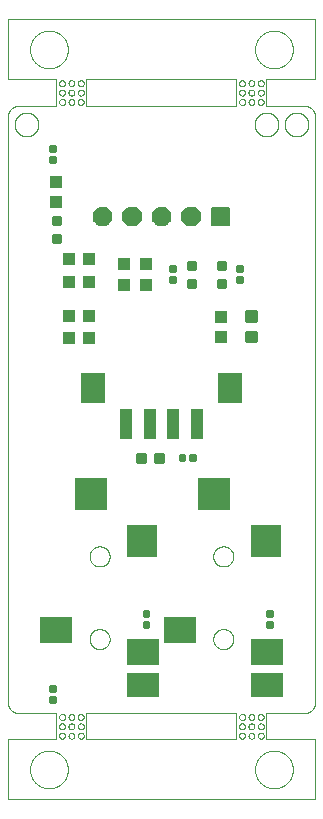
<source format=gtp>
G75*
%MOIN*%
%OFA0B0*%
%FSLAX25Y25*%
%IPPOS*%
%LPD*%
%AMOC8*
5,1,8,0,0,1.08239X$1,22.5*
%
%ADD10C,0.00000*%
%ADD11R,0.11024X0.07874*%
%ADD12R,0.10236X0.11024*%
%ADD13R,0.11024X0.08661*%
%ADD14R,0.11024X0.11024*%
%ADD15C,0.00500*%
%ADD16R,0.03937X0.09843*%
%ADD17R,0.07874X0.09843*%
%ADD18C,0.01250*%
%ADD19C,0.00875*%
%ADD20R,0.04331X0.03937*%
%ADD21R,0.03937X0.04331*%
%ADD22C,0.01181*%
D10*
X0045625Y0001000D02*
X0045625Y0021000D01*
X0061875Y0021000D01*
X0061875Y0029750D01*
X0049375Y0029750D01*
X0049255Y0029752D01*
X0049135Y0029758D01*
X0049015Y0029767D01*
X0048895Y0029781D01*
X0048777Y0029798D01*
X0048658Y0029819D01*
X0048541Y0029844D01*
X0048424Y0029873D01*
X0048308Y0029905D01*
X0048193Y0029941D01*
X0048080Y0029981D01*
X0047968Y0030024D01*
X0047857Y0030071D01*
X0047748Y0030121D01*
X0047640Y0030175D01*
X0047535Y0030233D01*
X0047431Y0030293D01*
X0047329Y0030357D01*
X0047230Y0030424D01*
X0047132Y0030495D01*
X0047037Y0030568D01*
X0046944Y0030645D01*
X0046854Y0030724D01*
X0046766Y0030806D01*
X0046681Y0030891D01*
X0046599Y0030979D01*
X0046520Y0031069D01*
X0046443Y0031162D01*
X0046370Y0031257D01*
X0046299Y0031355D01*
X0046232Y0031454D01*
X0046168Y0031556D01*
X0046108Y0031660D01*
X0046050Y0031765D01*
X0045996Y0031873D01*
X0045946Y0031982D01*
X0045899Y0032093D01*
X0045856Y0032205D01*
X0045816Y0032318D01*
X0045780Y0032433D01*
X0045748Y0032549D01*
X0045719Y0032666D01*
X0045694Y0032783D01*
X0045673Y0032902D01*
X0045656Y0033020D01*
X0045642Y0033140D01*
X0045633Y0033260D01*
X0045627Y0033380D01*
X0045625Y0033500D01*
X0045625Y0228500D01*
X0045627Y0228620D01*
X0045633Y0228740D01*
X0045642Y0228860D01*
X0045656Y0228980D01*
X0045673Y0229098D01*
X0045694Y0229217D01*
X0045719Y0229334D01*
X0045748Y0229451D01*
X0045780Y0229567D01*
X0045816Y0229682D01*
X0045856Y0229795D01*
X0045899Y0229907D01*
X0045946Y0230018D01*
X0045996Y0230127D01*
X0046050Y0230235D01*
X0046108Y0230340D01*
X0046168Y0230444D01*
X0046232Y0230546D01*
X0046299Y0230645D01*
X0046370Y0230743D01*
X0046443Y0230838D01*
X0046520Y0230931D01*
X0046599Y0231021D01*
X0046681Y0231109D01*
X0046766Y0231194D01*
X0046854Y0231276D01*
X0046944Y0231355D01*
X0047037Y0231432D01*
X0047132Y0231505D01*
X0047230Y0231576D01*
X0047329Y0231643D01*
X0047431Y0231707D01*
X0047535Y0231767D01*
X0047640Y0231825D01*
X0047748Y0231879D01*
X0047857Y0231929D01*
X0047968Y0231976D01*
X0048080Y0232019D01*
X0048193Y0232059D01*
X0048308Y0232095D01*
X0048424Y0232127D01*
X0048541Y0232156D01*
X0048658Y0232181D01*
X0048777Y0232202D01*
X0048895Y0232219D01*
X0049015Y0232233D01*
X0049135Y0232242D01*
X0049255Y0232248D01*
X0049375Y0232250D01*
X0054375Y0232250D01*
X0061875Y0232250D01*
X0061875Y0241000D01*
X0045625Y0241000D01*
X0045625Y0261000D01*
X0148125Y0261000D01*
X0148125Y0241000D01*
X0131875Y0241000D01*
X0131875Y0232250D01*
X0139375Y0232250D01*
X0144375Y0232250D01*
X0144495Y0232248D01*
X0144615Y0232242D01*
X0144735Y0232233D01*
X0144855Y0232219D01*
X0144973Y0232202D01*
X0145092Y0232181D01*
X0145209Y0232156D01*
X0145326Y0232127D01*
X0145442Y0232095D01*
X0145557Y0232059D01*
X0145670Y0232019D01*
X0145782Y0231976D01*
X0145893Y0231929D01*
X0146002Y0231879D01*
X0146110Y0231825D01*
X0146215Y0231767D01*
X0146319Y0231707D01*
X0146421Y0231643D01*
X0146520Y0231576D01*
X0146618Y0231505D01*
X0146713Y0231432D01*
X0146806Y0231355D01*
X0146896Y0231276D01*
X0146984Y0231194D01*
X0147069Y0231109D01*
X0147151Y0231021D01*
X0147230Y0230931D01*
X0147307Y0230838D01*
X0147380Y0230743D01*
X0147451Y0230645D01*
X0147518Y0230546D01*
X0147582Y0230444D01*
X0147642Y0230340D01*
X0147700Y0230235D01*
X0147754Y0230127D01*
X0147804Y0230018D01*
X0147851Y0229907D01*
X0147894Y0229795D01*
X0147934Y0229682D01*
X0147970Y0229567D01*
X0148002Y0229451D01*
X0148031Y0229334D01*
X0148056Y0229217D01*
X0148077Y0229098D01*
X0148094Y0228980D01*
X0148108Y0228860D01*
X0148117Y0228740D01*
X0148123Y0228620D01*
X0148125Y0228500D01*
X0148125Y0033500D01*
X0148123Y0033380D01*
X0148117Y0033260D01*
X0148108Y0033140D01*
X0148094Y0033020D01*
X0148077Y0032902D01*
X0148056Y0032783D01*
X0148031Y0032666D01*
X0148002Y0032549D01*
X0147970Y0032433D01*
X0147934Y0032318D01*
X0147894Y0032205D01*
X0147851Y0032093D01*
X0147804Y0031982D01*
X0147754Y0031873D01*
X0147700Y0031765D01*
X0147642Y0031660D01*
X0147582Y0031556D01*
X0147518Y0031454D01*
X0147451Y0031355D01*
X0147380Y0031257D01*
X0147307Y0031162D01*
X0147230Y0031069D01*
X0147151Y0030979D01*
X0147069Y0030891D01*
X0146984Y0030806D01*
X0146896Y0030724D01*
X0146806Y0030645D01*
X0146713Y0030568D01*
X0146618Y0030495D01*
X0146520Y0030424D01*
X0146421Y0030357D01*
X0146319Y0030293D01*
X0146215Y0030233D01*
X0146110Y0030175D01*
X0146002Y0030121D01*
X0145893Y0030071D01*
X0145782Y0030024D01*
X0145670Y0029981D01*
X0145557Y0029941D01*
X0145442Y0029905D01*
X0145326Y0029873D01*
X0145209Y0029844D01*
X0145092Y0029819D01*
X0144973Y0029798D01*
X0144855Y0029781D01*
X0144735Y0029767D01*
X0144615Y0029758D01*
X0144495Y0029752D01*
X0144375Y0029750D01*
X0131875Y0029750D01*
X0131875Y0021000D01*
X0148125Y0021000D01*
X0148125Y0001000D01*
X0045625Y0001000D01*
X0053076Y0011000D02*
X0053078Y0011158D01*
X0053084Y0011316D01*
X0053094Y0011474D01*
X0053108Y0011632D01*
X0053126Y0011789D01*
X0053147Y0011946D01*
X0053173Y0012102D01*
X0053203Y0012258D01*
X0053236Y0012413D01*
X0053274Y0012566D01*
X0053315Y0012719D01*
X0053360Y0012871D01*
X0053409Y0013022D01*
X0053462Y0013171D01*
X0053518Y0013319D01*
X0053578Y0013465D01*
X0053642Y0013610D01*
X0053710Y0013753D01*
X0053781Y0013895D01*
X0053855Y0014035D01*
X0053933Y0014172D01*
X0054015Y0014308D01*
X0054099Y0014442D01*
X0054188Y0014573D01*
X0054279Y0014702D01*
X0054374Y0014829D01*
X0054471Y0014954D01*
X0054572Y0015076D01*
X0054676Y0015195D01*
X0054783Y0015312D01*
X0054893Y0015426D01*
X0055006Y0015537D01*
X0055121Y0015646D01*
X0055239Y0015751D01*
X0055360Y0015853D01*
X0055483Y0015953D01*
X0055609Y0016049D01*
X0055737Y0016142D01*
X0055867Y0016232D01*
X0056000Y0016318D01*
X0056135Y0016402D01*
X0056271Y0016481D01*
X0056410Y0016558D01*
X0056551Y0016630D01*
X0056693Y0016700D01*
X0056837Y0016765D01*
X0056983Y0016827D01*
X0057130Y0016885D01*
X0057279Y0016940D01*
X0057429Y0016991D01*
X0057580Y0017038D01*
X0057732Y0017081D01*
X0057885Y0017120D01*
X0058040Y0017156D01*
X0058195Y0017187D01*
X0058351Y0017215D01*
X0058507Y0017239D01*
X0058664Y0017259D01*
X0058822Y0017275D01*
X0058979Y0017287D01*
X0059138Y0017295D01*
X0059296Y0017299D01*
X0059454Y0017299D01*
X0059612Y0017295D01*
X0059771Y0017287D01*
X0059928Y0017275D01*
X0060086Y0017259D01*
X0060243Y0017239D01*
X0060399Y0017215D01*
X0060555Y0017187D01*
X0060710Y0017156D01*
X0060865Y0017120D01*
X0061018Y0017081D01*
X0061170Y0017038D01*
X0061321Y0016991D01*
X0061471Y0016940D01*
X0061620Y0016885D01*
X0061767Y0016827D01*
X0061913Y0016765D01*
X0062057Y0016700D01*
X0062199Y0016630D01*
X0062340Y0016558D01*
X0062479Y0016481D01*
X0062615Y0016402D01*
X0062750Y0016318D01*
X0062883Y0016232D01*
X0063013Y0016142D01*
X0063141Y0016049D01*
X0063267Y0015953D01*
X0063390Y0015853D01*
X0063511Y0015751D01*
X0063629Y0015646D01*
X0063744Y0015537D01*
X0063857Y0015426D01*
X0063967Y0015312D01*
X0064074Y0015195D01*
X0064178Y0015076D01*
X0064279Y0014954D01*
X0064376Y0014829D01*
X0064471Y0014702D01*
X0064562Y0014573D01*
X0064651Y0014442D01*
X0064735Y0014308D01*
X0064817Y0014172D01*
X0064895Y0014035D01*
X0064969Y0013895D01*
X0065040Y0013753D01*
X0065108Y0013610D01*
X0065172Y0013465D01*
X0065232Y0013319D01*
X0065288Y0013171D01*
X0065341Y0013022D01*
X0065390Y0012871D01*
X0065435Y0012719D01*
X0065476Y0012566D01*
X0065514Y0012413D01*
X0065547Y0012258D01*
X0065577Y0012102D01*
X0065603Y0011946D01*
X0065624Y0011789D01*
X0065642Y0011632D01*
X0065656Y0011474D01*
X0065666Y0011316D01*
X0065672Y0011158D01*
X0065674Y0011000D01*
X0065672Y0010842D01*
X0065666Y0010684D01*
X0065656Y0010526D01*
X0065642Y0010368D01*
X0065624Y0010211D01*
X0065603Y0010054D01*
X0065577Y0009898D01*
X0065547Y0009742D01*
X0065514Y0009587D01*
X0065476Y0009434D01*
X0065435Y0009281D01*
X0065390Y0009129D01*
X0065341Y0008978D01*
X0065288Y0008829D01*
X0065232Y0008681D01*
X0065172Y0008535D01*
X0065108Y0008390D01*
X0065040Y0008247D01*
X0064969Y0008105D01*
X0064895Y0007965D01*
X0064817Y0007828D01*
X0064735Y0007692D01*
X0064651Y0007558D01*
X0064562Y0007427D01*
X0064471Y0007298D01*
X0064376Y0007171D01*
X0064279Y0007046D01*
X0064178Y0006924D01*
X0064074Y0006805D01*
X0063967Y0006688D01*
X0063857Y0006574D01*
X0063744Y0006463D01*
X0063629Y0006354D01*
X0063511Y0006249D01*
X0063390Y0006147D01*
X0063267Y0006047D01*
X0063141Y0005951D01*
X0063013Y0005858D01*
X0062883Y0005768D01*
X0062750Y0005682D01*
X0062615Y0005598D01*
X0062479Y0005519D01*
X0062340Y0005442D01*
X0062199Y0005370D01*
X0062057Y0005300D01*
X0061913Y0005235D01*
X0061767Y0005173D01*
X0061620Y0005115D01*
X0061471Y0005060D01*
X0061321Y0005009D01*
X0061170Y0004962D01*
X0061018Y0004919D01*
X0060865Y0004880D01*
X0060710Y0004844D01*
X0060555Y0004813D01*
X0060399Y0004785D01*
X0060243Y0004761D01*
X0060086Y0004741D01*
X0059928Y0004725D01*
X0059771Y0004713D01*
X0059612Y0004705D01*
X0059454Y0004701D01*
X0059296Y0004701D01*
X0059138Y0004705D01*
X0058979Y0004713D01*
X0058822Y0004725D01*
X0058664Y0004741D01*
X0058507Y0004761D01*
X0058351Y0004785D01*
X0058195Y0004813D01*
X0058040Y0004844D01*
X0057885Y0004880D01*
X0057732Y0004919D01*
X0057580Y0004962D01*
X0057429Y0005009D01*
X0057279Y0005060D01*
X0057130Y0005115D01*
X0056983Y0005173D01*
X0056837Y0005235D01*
X0056693Y0005300D01*
X0056551Y0005370D01*
X0056410Y0005442D01*
X0056271Y0005519D01*
X0056135Y0005598D01*
X0056000Y0005682D01*
X0055867Y0005768D01*
X0055737Y0005858D01*
X0055609Y0005951D01*
X0055483Y0006047D01*
X0055360Y0006147D01*
X0055239Y0006249D01*
X0055121Y0006354D01*
X0055006Y0006463D01*
X0054893Y0006574D01*
X0054783Y0006688D01*
X0054676Y0006805D01*
X0054572Y0006924D01*
X0054471Y0007046D01*
X0054374Y0007171D01*
X0054279Y0007298D01*
X0054188Y0007427D01*
X0054099Y0007558D01*
X0054015Y0007692D01*
X0053933Y0007828D01*
X0053855Y0007965D01*
X0053781Y0008105D01*
X0053710Y0008247D01*
X0053642Y0008390D01*
X0053578Y0008535D01*
X0053518Y0008681D01*
X0053462Y0008829D01*
X0053409Y0008978D01*
X0053360Y0009129D01*
X0053315Y0009281D01*
X0053274Y0009434D01*
X0053236Y0009587D01*
X0053203Y0009742D01*
X0053173Y0009898D01*
X0053147Y0010054D01*
X0053126Y0010211D01*
X0053108Y0010368D01*
X0053094Y0010526D01*
X0053084Y0010684D01*
X0053078Y0010842D01*
X0053076Y0011000D01*
X0062766Y0022250D02*
X0062768Y0022312D01*
X0062774Y0022375D01*
X0062784Y0022436D01*
X0062798Y0022497D01*
X0062815Y0022557D01*
X0062836Y0022616D01*
X0062862Y0022673D01*
X0062890Y0022728D01*
X0062922Y0022782D01*
X0062958Y0022833D01*
X0062996Y0022883D01*
X0063038Y0022929D01*
X0063082Y0022973D01*
X0063130Y0023014D01*
X0063179Y0023052D01*
X0063231Y0023086D01*
X0063285Y0023117D01*
X0063341Y0023145D01*
X0063399Y0023169D01*
X0063458Y0023190D01*
X0063518Y0023206D01*
X0063579Y0023219D01*
X0063641Y0023228D01*
X0063703Y0023233D01*
X0063766Y0023234D01*
X0063828Y0023231D01*
X0063890Y0023224D01*
X0063952Y0023213D01*
X0064012Y0023198D01*
X0064072Y0023180D01*
X0064130Y0023158D01*
X0064187Y0023132D01*
X0064242Y0023102D01*
X0064295Y0023069D01*
X0064346Y0023033D01*
X0064394Y0022994D01*
X0064440Y0022951D01*
X0064483Y0022906D01*
X0064523Y0022858D01*
X0064560Y0022808D01*
X0064594Y0022755D01*
X0064625Y0022701D01*
X0064651Y0022645D01*
X0064675Y0022587D01*
X0064694Y0022527D01*
X0064710Y0022467D01*
X0064722Y0022405D01*
X0064730Y0022344D01*
X0064734Y0022281D01*
X0064734Y0022219D01*
X0064730Y0022156D01*
X0064722Y0022095D01*
X0064710Y0022033D01*
X0064694Y0021973D01*
X0064675Y0021913D01*
X0064651Y0021855D01*
X0064625Y0021799D01*
X0064594Y0021745D01*
X0064560Y0021692D01*
X0064523Y0021642D01*
X0064483Y0021594D01*
X0064440Y0021549D01*
X0064394Y0021506D01*
X0064346Y0021467D01*
X0064295Y0021431D01*
X0064242Y0021398D01*
X0064187Y0021368D01*
X0064130Y0021342D01*
X0064072Y0021320D01*
X0064012Y0021302D01*
X0063952Y0021287D01*
X0063890Y0021276D01*
X0063828Y0021269D01*
X0063766Y0021266D01*
X0063703Y0021267D01*
X0063641Y0021272D01*
X0063579Y0021281D01*
X0063518Y0021294D01*
X0063458Y0021310D01*
X0063399Y0021331D01*
X0063341Y0021355D01*
X0063285Y0021383D01*
X0063231Y0021414D01*
X0063179Y0021448D01*
X0063130Y0021486D01*
X0063082Y0021527D01*
X0063038Y0021571D01*
X0062996Y0021617D01*
X0062958Y0021667D01*
X0062922Y0021718D01*
X0062890Y0021772D01*
X0062862Y0021827D01*
X0062836Y0021884D01*
X0062815Y0021943D01*
X0062798Y0022003D01*
X0062784Y0022064D01*
X0062774Y0022125D01*
X0062768Y0022188D01*
X0062766Y0022250D01*
X0062766Y0025375D02*
X0062768Y0025437D01*
X0062774Y0025500D01*
X0062784Y0025561D01*
X0062798Y0025622D01*
X0062815Y0025682D01*
X0062836Y0025741D01*
X0062862Y0025798D01*
X0062890Y0025853D01*
X0062922Y0025907D01*
X0062958Y0025958D01*
X0062996Y0026008D01*
X0063038Y0026054D01*
X0063082Y0026098D01*
X0063130Y0026139D01*
X0063179Y0026177D01*
X0063231Y0026211D01*
X0063285Y0026242D01*
X0063341Y0026270D01*
X0063399Y0026294D01*
X0063458Y0026315D01*
X0063518Y0026331D01*
X0063579Y0026344D01*
X0063641Y0026353D01*
X0063703Y0026358D01*
X0063766Y0026359D01*
X0063828Y0026356D01*
X0063890Y0026349D01*
X0063952Y0026338D01*
X0064012Y0026323D01*
X0064072Y0026305D01*
X0064130Y0026283D01*
X0064187Y0026257D01*
X0064242Y0026227D01*
X0064295Y0026194D01*
X0064346Y0026158D01*
X0064394Y0026119D01*
X0064440Y0026076D01*
X0064483Y0026031D01*
X0064523Y0025983D01*
X0064560Y0025933D01*
X0064594Y0025880D01*
X0064625Y0025826D01*
X0064651Y0025770D01*
X0064675Y0025712D01*
X0064694Y0025652D01*
X0064710Y0025592D01*
X0064722Y0025530D01*
X0064730Y0025469D01*
X0064734Y0025406D01*
X0064734Y0025344D01*
X0064730Y0025281D01*
X0064722Y0025220D01*
X0064710Y0025158D01*
X0064694Y0025098D01*
X0064675Y0025038D01*
X0064651Y0024980D01*
X0064625Y0024924D01*
X0064594Y0024870D01*
X0064560Y0024817D01*
X0064523Y0024767D01*
X0064483Y0024719D01*
X0064440Y0024674D01*
X0064394Y0024631D01*
X0064346Y0024592D01*
X0064295Y0024556D01*
X0064242Y0024523D01*
X0064187Y0024493D01*
X0064130Y0024467D01*
X0064072Y0024445D01*
X0064012Y0024427D01*
X0063952Y0024412D01*
X0063890Y0024401D01*
X0063828Y0024394D01*
X0063766Y0024391D01*
X0063703Y0024392D01*
X0063641Y0024397D01*
X0063579Y0024406D01*
X0063518Y0024419D01*
X0063458Y0024435D01*
X0063399Y0024456D01*
X0063341Y0024480D01*
X0063285Y0024508D01*
X0063231Y0024539D01*
X0063179Y0024573D01*
X0063130Y0024611D01*
X0063082Y0024652D01*
X0063038Y0024696D01*
X0062996Y0024742D01*
X0062958Y0024792D01*
X0062922Y0024843D01*
X0062890Y0024897D01*
X0062862Y0024952D01*
X0062836Y0025009D01*
X0062815Y0025068D01*
X0062798Y0025128D01*
X0062784Y0025189D01*
X0062774Y0025250D01*
X0062768Y0025313D01*
X0062766Y0025375D01*
X0062766Y0028500D02*
X0062768Y0028562D01*
X0062774Y0028625D01*
X0062784Y0028686D01*
X0062798Y0028747D01*
X0062815Y0028807D01*
X0062836Y0028866D01*
X0062862Y0028923D01*
X0062890Y0028978D01*
X0062922Y0029032D01*
X0062958Y0029083D01*
X0062996Y0029133D01*
X0063038Y0029179D01*
X0063082Y0029223D01*
X0063130Y0029264D01*
X0063179Y0029302D01*
X0063231Y0029336D01*
X0063285Y0029367D01*
X0063341Y0029395D01*
X0063399Y0029419D01*
X0063458Y0029440D01*
X0063518Y0029456D01*
X0063579Y0029469D01*
X0063641Y0029478D01*
X0063703Y0029483D01*
X0063766Y0029484D01*
X0063828Y0029481D01*
X0063890Y0029474D01*
X0063952Y0029463D01*
X0064012Y0029448D01*
X0064072Y0029430D01*
X0064130Y0029408D01*
X0064187Y0029382D01*
X0064242Y0029352D01*
X0064295Y0029319D01*
X0064346Y0029283D01*
X0064394Y0029244D01*
X0064440Y0029201D01*
X0064483Y0029156D01*
X0064523Y0029108D01*
X0064560Y0029058D01*
X0064594Y0029005D01*
X0064625Y0028951D01*
X0064651Y0028895D01*
X0064675Y0028837D01*
X0064694Y0028777D01*
X0064710Y0028717D01*
X0064722Y0028655D01*
X0064730Y0028594D01*
X0064734Y0028531D01*
X0064734Y0028469D01*
X0064730Y0028406D01*
X0064722Y0028345D01*
X0064710Y0028283D01*
X0064694Y0028223D01*
X0064675Y0028163D01*
X0064651Y0028105D01*
X0064625Y0028049D01*
X0064594Y0027995D01*
X0064560Y0027942D01*
X0064523Y0027892D01*
X0064483Y0027844D01*
X0064440Y0027799D01*
X0064394Y0027756D01*
X0064346Y0027717D01*
X0064295Y0027681D01*
X0064242Y0027648D01*
X0064187Y0027618D01*
X0064130Y0027592D01*
X0064072Y0027570D01*
X0064012Y0027552D01*
X0063952Y0027537D01*
X0063890Y0027526D01*
X0063828Y0027519D01*
X0063766Y0027516D01*
X0063703Y0027517D01*
X0063641Y0027522D01*
X0063579Y0027531D01*
X0063518Y0027544D01*
X0063458Y0027560D01*
X0063399Y0027581D01*
X0063341Y0027605D01*
X0063285Y0027633D01*
X0063231Y0027664D01*
X0063179Y0027698D01*
X0063130Y0027736D01*
X0063082Y0027777D01*
X0063038Y0027821D01*
X0062996Y0027867D01*
X0062958Y0027917D01*
X0062922Y0027968D01*
X0062890Y0028022D01*
X0062862Y0028077D01*
X0062836Y0028134D01*
X0062815Y0028193D01*
X0062798Y0028253D01*
X0062784Y0028314D01*
X0062774Y0028375D01*
X0062768Y0028438D01*
X0062766Y0028500D01*
X0065891Y0028500D02*
X0065893Y0028562D01*
X0065899Y0028625D01*
X0065909Y0028686D01*
X0065923Y0028747D01*
X0065940Y0028807D01*
X0065961Y0028866D01*
X0065987Y0028923D01*
X0066015Y0028978D01*
X0066047Y0029032D01*
X0066083Y0029083D01*
X0066121Y0029133D01*
X0066163Y0029179D01*
X0066207Y0029223D01*
X0066255Y0029264D01*
X0066304Y0029302D01*
X0066356Y0029336D01*
X0066410Y0029367D01*
X0066466Y0029395D01*
X0066524Y0029419D01*
X0066583Y0029440D01*
X0066643Y0029456D01*
X0066704Y0029469D01*
X0066766Y0029478D01*
X0066828Y0029483D01*
X0066891Y0029484D01*
X0066953Y0029481D01*
X0067015Y0029474D01*
X0067077Y0029463D01*
X0067137Y0029448D01*
X0067197Y0029430D01*
X0067255Y0029408D01*
X0067312Y0029382D01*
X0067367Y0029352D01*
X0067420Y0029319D01*
X0067471Y0029283D01*
X0067519Y0029244D01*
X0067565Y0029201D01*
X0067608Y0029156D01*
X0067648Y0029108D01*
X0067685Y0029058D01*
X0067719Y0029005D01*
X0067750Y0028951D01*
X0067776Y0028895D01*
X0067800Y0028837D01*
X0067819Y0028777D01*
X0067835Y0028717D01*
X0067847Y0028655D01*
X0067855Y0028594D01*
X0067859Y0028531D01*
X0067859Y0028469D01*
X0067855Y0028406D01*
X0067847Y0028345D01*
X0067835Y0028283D01*
X0067819Y0028223D01*
X0067800Y0028163D01*
X0067776Y0028105D01*
X0067750Y0028049D01*
X0067719Y0027995D01*
X0067685Y0027942D01*
X0067648Y0027892D01*
X0067608Y0027844D01*
X0067565Y0027799D01*
X0067519Y0027756D01*
X0067471Y0027717D01*
X0067420Y0027681D01*
X0067367Y0027648D01*
X0067312Y0027618D01*
X0067255Y0027592D01*
X0067197Y0027570D01*
X0067137Y0027552D01*
X0067077Y0027537D01*
X0067015Y0027526D01*
X0066953Y0027519D01*
X0066891Y0027516D01*
X0066828Y0027517D01*
X0066766Y0027522D01*
X0066704Y0027531D01*
X0066643Y0027544D01*
X0066583Y0027560D01*
X0066524Y0027581D01*
X0066466Y0027605D01*
X0066410Y0027633D01*
X0066356Y0027664D01*
X0066304Y0027698D01*
X0066255Y0027736D01*
X0066207Y0027777D01*
X0066163Y0027821D01*
X0066121Y0027867D01*
X0066083Y0027917D01*
X0066047Y0027968D01*
X0066015Y0028022D01*
X0065987Y0028077D01*
X0065961Y0028134D01*
X0065940Y0028193D01*
X0065923Y0028253D01*
X0065909Y0028314D01*
X0065899Y0028375D01*
X0065893Y0028438D01*
X0065891Y0028500D01*
X0065891Y0025375D02*
X0065893Y0025437D01*
X0065899Y0025500D01*
X0065909Y0025561D01*
X0065923Y0025622D01*
X0065940Y0025682D01*
X0065961Y0025741D01*
X0065987Y0025798D01*
X0066015Y0025853D01*
X0066047Y0025907D01*
X0066083Y0025958D01*
X0066121Y0026008D01*
X0066163Y0026054D01*
X0066207Y0026098D01*
X0066255Y0026139D01*
X0066304Y0026177D01*
X0066356Y0026211D01*
X0066410Y0026242D01*
X0066466Y0026270D01*
X0066524Y0026294D01*
X0066583Y0026315D01*
X0066643Y0026331D01*
X0066704Y0026344D01*
X0066766Y0026353D01*
X0066828Y0026358D01*
X0066891Y0026359D01*
X0066953Y0026356D01*
X0067015Y0026349D01*
X0067077Y0026338D01*
X0067137Y0026323D01*
X0067197Y0026305D01*
X0067255Y0026283D01*
X0067312Y0026257D01*
X0067367Y0026227D01*
X0067420Y0026194D01*
X0067471Y0026158D01*
X0067519Y0026119D01*
X0067565Y0026076D01*
X0067608Y0026031D01*
X0067648Y0025983D01*
X0067685Y0025933D01*
X0067719Y0025880D01*
X0067750Y0025826D01*
X0067776Y0025770D01*
X0067800Y0025712D01*
X0067819Y0025652D01*
X0067835Y0025592D01*
X0067847Y0025530D01*
X0067855Y0025469D01*
X0067859Y0025406D01*
X0067859Y0025344D01*
X0067855Y0025281D01*
X0067847Y0025220D01*
X0067835Y0025158D01*
X0067819Y0025098D01*
X0067800Y0025038D01*
X0067776Y0024980D01*
X0067750Y0024924D01*
X0067719Y0024870D01*
X0067685Y0024817D01*
X0067648Y0024767D01*
X0067608Y0024719D01*
X0067565Y0024674D01*
X0067519Y0024631D01*
X0067471Y0024592D01*
X0067420Y0024556D01*
X0067367Y0024523D01*
X0067312Y0024493D01*
X0067255Y0024467D01*
X0067197Y0024445D01*
X0067137Y0024427D01*
X0067077Y0024412D01*
X0067015Y0024401D01*
X0066953Y0024394D01*
X0066891Y0024391D01*
X0066828Y0024392D01*
X0066766Y0024397D01*
X0066704Y0024406D01*
X0066643Y0024419D01*
X0066583Y0024435D01*
X0066524Y0024456D01*
X0066466Y0024480D01*
X0066410Y0024508D01*
X0066356Y0024539D01*
X0066304Y0024573D01*
X0066255Y0024611D01*
X0066207Y0024652D01*
X0066163Y0024696D01*
X0066121Y0024742D01*
X0066083Y0024792D01*
X0066047Y0024843D01*
X0066015Y0024897D01*
X0065987Y0024952D01*
X0065961Y0025009D01*
X0065940Y0025068D01*
X0065923Y0025128D01*
X0065909Y0025189D01*
X0065899Y0025250D01*
X0065893Y0025313D01*
X0065891Y0025375D01*
X0065891Y0022250D02*
X0065893Y0022312D01*
X0065899Y0022375D01*
X0065909Y0022436D01*
X0065923Y0022497D01*
X0065940Y0022557D01*
X0065961Y0022616D01*
X0065987Y0022673D01*
X0066015Y0022728D01*
X0066047Y0022782D01*
X0066083Y0022833D01*
X0066121Y0022883D01*
X0066163Y0022929D01*
X0066207Y0022973D01*
X0066255Y0023014D01*
X0066304Y0023052D01*
X0066356Y0023086D01*
X0066410Y0023117D01*
X0066466Y0023145D01*
X0066524Y0023169D01*
X0066583Y0023190D01*
X0066643Y0023206D01*
X0066704Y0023219D01*
X0066766Y0023228D01*
X0066828Y0023233D01*
X0066891Y0023234D01*
X0066953Y0023231D01*
X0067015Y0023224D01*
X0067077Y0023213D01*
X0067137Y0023198D01*
X0067197Y0023180D01*
X0067255Y0023158D01*
X0067312Y0023132D01*
X0067367Y0023102D01*
X0067420Y0023069D01*
X0067471Y0023033D01*
X0067519Y0022994D01*
X0067565Y0022951D01*
X0067608Y0022906D01*
X0067648Y0022858D01*
X0067685Y0022808D01*
X0067719Y0022755D01*
X0067750Y0022701D01*
X0067776Y0022645D01*
X0067800Y0022587D01*
X0067819Y0022527D01*
X0067835Y0022467D01*
X0067847Y0022405D01*
X0067855Y0022344D01*
X0067859Y0022281D01*
X0067859Y0022219D01*
X0067855Y0022156D01*
X0067847Y0022095D01*
X0067835Y0022033D01*
X0067819Y0021973D01*
X0067800Y0021913D01*
X0067776Y0021855D01*
X0067750Y0021799D01*
X0067719Y0021745D01*
X0067685Y0021692D01*
X0067648Y0021642D01*
X0067608Y0021594D01*
X0067565Y0021549D01*
X0067519Y0021506D01*
X0067471Y0021467D01*
X0067420Y0021431D01*
X0067367Y0021398D01*
X0067312Y0021368D01*
X0067255Y0021342D01*
X0067197Y0021320D01*
X0067137Y0021302D01*
X0067077Y0021287D01*
X0067015Y0021276D01*
X0066953Y0021269D01*
X0066891Y0021266D01*
X0066828Y0021267D01*
X0066766Y0021272D01*
X0066704Y0021281D01*
X0066643Y0021294D01*
X0066583Y0021310D01*
X0066524Y0021331D01*
X0066466Y0021355D01*
X0066410Y0021383D01*
X0066356Y0021414D01*
X0066304Y0021448D01*
X0066255Y0021486D01*
X0066207Y0021527D01*
X0066163Y0021571D01*
X0066121Y0021617D01*
X0066083Y0021667D01*
X0066047Y0021718D01*
X0066015Y0021772D01*
X0065987Y0021827D01*
X0065961Y0021884D01*
X0065940Y0021943D01*
X0065923Y0022003D01*
X0065909Y0022064D01*
X0065899Y0022125D01*
X0065893Y0022188D01*
X0065891Y0022250D01*
X0069016Y0022250D02*
X0069018Y0022312D01*
X0069024Y0022375D01*
X0069034Y0022436D01*
X0069048Y0022497D01*
X0069065Y0022557D01*
X0069086Y0022616D01*
X0069112Y0022673D01*
X0069140Y0022728D01*
X0069172Y0022782D01*
X0069208Y0022833D01*
X0069246Y0022883D01*
X0069288Y0022929D01*
X0069332Y0022973D01*
X0069380Y0023014D01*
X0069429Y0023052D01*
X0069481Y0023086D01*
X0069535Y0023117D01*
X0069591Y0023145D01*
X0069649Y0023169D01*
X0069708Y0023190D01*
X0069768Y0023206D01*
X0069829Y0023219D01*
X0069891Y0023228D01*
X0069953Y0023233D01*
X0070016Y0023234D01*
X0070078Y0023231D01*
X0070140Y0023224D01*
X0070202Y0023213D01*
X0070262Y0023198D01*
X0070322Y0023180D01*
X0070380Y0023158D01*
X0070437Y0023132D01*
X0070492Y0023102D01*
X0070545Y0023069D01*
X0070596Y0023033D01*
X0070644Y0022994D01*
X0070690Y0022951D01*
X0070733Y0022906D01*
X0070773Y0022858D01*
X0070810Y0022808D01*
X0070844Y0022755D01*
X0070875Y0022701D01*
X0070901Y0022645D01*
X0070925Y0022587D01*
X0070944Y0022527D01*
X0070960Y0022467D01*
X0070972Y0022405D01*
X0070980Y0022344D01*
X0070984Y0022281D01*
X0070984Y0022219D01*
X0070980Y0022156D01*
X0070972Y0022095D01*
X0070960Y0022033D01*
X0070944Y0021973D01*
X0070925Y0021913D01*
X0070901Y0021855D01*
X0070875Y0021799D01*
X0070844Y0021745D01*
X0070810Y0021692D01*
X0070773Y0021642D01*
X0070733Y0021594D01*
X0070690Y0021549D01*
X0070644Y0021506D01*
X0070596Y0021467D01*
X0070545Y0021431D01*
X0070492Y0021398D01*
X0070437Y0021368D01*
X0070380Y0021342D01*
X0070322Y0021320D01*
X0070262Y0021302D01*
X0070202Y0021287D01*
X0070140Y0021276D01*
X0070078Y0021269D01*
X0070016Y0021266D01*
X0069953Y0021267D01*
X0069891Y0021272D01*
X0069829Y0021281D01*
X0069768Y0021294D01*
X0069708Y0021310D01*
X0069649Y0021331D01*
X0069591Y0021355D01*
X0069535Y0021383D01*
X0069481Y0021414D01*
X0069429Y0021448D01*
X0069380Y0021486D01*
X0069332Y0021527D01*
X0069288Y0021571D01*
X0069246Y0021617D01*
X0069208Y0021667D01*
X0069172Y0021718D01*
X0069140Y0021772D01*
X0069112Y0021827D01*
X0069086Y0021884D01*
X0069065Y0021943D01*
X0069048Y0022003D01*
X0069034Y0022064D01*
X0069024Y0022125D01*
X0069018Y0022188D01*
X0069016Y0022250D01*
X0069016Y0025375D02*
X0069018Y0025437D01*
X0069024Y0025500D01*
X0069034Y0025561D01*
X0069048Y0025622D01*
X0069065Y0025682D01*
X0069086Y0025741D01*
X0069112Y0025798D01*
X0069140Y0025853D01*
X0069172Y0025907D01*
X0069208Y0025958D01*
X0069246Y0026008D01*
X0069288Y0026054D01*
X0069332Y0026098D01*
X0069380Y0026139D01*
X0069429Y0026177D01*
X0069481Y0026211D01*
X0069535Y0026242D01*
X0069591Y0026270D01*
X0069649Y0026294D01*
X0069708Y0026315D01*
X0069768Y0026331D01*
X0069829Y0026344D01*
X0069891Y0026353D01*
X0069953Y0026358D01*
X0070016Y0026359D01*
X0070078Y0026356D01*
X0070140Y0026349D01*
X0070202Y0026338D01*
X0070262Y0026323D01*
X0070322Y0026305D01*
X0070380Y0026283D01*
X0070437Y0026257D01*
X0070492Y0026227D01*
X0070545Y0026194D01*
X0070596Y0026158D01*
X0070644Y0026119D01*
X0070690Y0026076D01*
X0070733Y0026031D01*
X0070773Y0025983D01*
X0070810Y0025933D01*
X0070844Y0025880D01*
X0070875Y0025826D01*
X0070901Y0025770D01*
X0070925Y0025712D01*
X0070944Y0025652D01*
X0070960Y0025592D01*
X0070972Y0025530D01*
X0070980Y0025469D01*
X0070984Y0025406D01*
X0070984Y0025344D01*
X0070980Y0025281D01*
X0070972Y0025220D01*
X0070960Y0025158D01*
X0070944Y0025098D01*
X0070925Y0025038D01*
X0070901Y0024980D01*
X0070875Y0024924D01*
X0070844Y0024870D01*
X0070810Y0024817D01*
X0070773Y0024767D01*
X0070733Y0024719D01*
X0070690Y0024674D01*
X0070644Y0024631D01*
X0070596Y0024592D01*
X0070545Y0024556D01*
X0070492Y0024523D01*
X0070437Y0024493D01*
X0070380Y0024467D01*
X0070322Y0024445D01*
X0070262Y0024427D01*
X0070202Y0024412D01*
X0070140Y0024401D01*
X0070078Y0024394D01*
X0070016Y0024391D01*
X0069953Y0024392D01*
X0069891Y0024397D01*
X0069829Y0024406D01*
X0069768Y0024419D01*
X0069708Y0024435D01*
X0069649Y0024456D01*
X0069591Y0024480D01*
X0069535Y0024508D01*
X0069481Y0024539D01*
X0069429Y0024573D01*
X0069380Y0024611D01*
X0069332Y0024652D01*
X0069288Y0024696D01*
X0069246Y0024742D01*
X0069208Y0024792D01*
X0069172Y0024843D01*
X0069140Y0024897D01*
X0069112Y0024952D01*
X0069086Y0025009D01*
X0069065Y0025068D01*
X0069048Y0025128D01*
X0069034Y0025189D01*
X0069024Y0025250D01*
X0069018Y0025313D01*
X0069016Y0025375D01*
X0069016Y0028500D02*
X0069018Y0028562D01*
X0069024Y0028625D01*
X0069034Y0028686D01*
X0069048Y0028747D01*
X0069065Y0028807D01*
X0069086Y0028866D01*
X0069112Y0028923D01*
X0069140Y0028978D01*
X0069172Y0029032D01*
X0069208Y0029083D01*
X0069246Y0029133D01*
X0069288Y0029179D01*
X0069332Y0029223D01*
X0069380Y0029264D01*
X0069429Y0029302D01*
X0069481Y0029336D01*
X0069535Y0029367D01*
X0069591Y0029395D01*
X0069649Y0029419D01*
X0069708Y0029440D01*
X0069768Y0029456D01*
X0069829Y0029469D01*
X0069891Y0029478D01*
X0069953Y0029483D01*
X0070016Y0029484D01*
X0070078Y0029481D01*
X0070140Y0029474D01*
X0070202Y0029463D01*
X0070262Y0029448D01*
X0070322Y0029430D01*
X0070380Y0029408D01*
X0070437Y0029382D01*
X0070492Y0029352D01*
X0070545Y0029319D01*
X0070596Y0029283D01*
X0070644Y0029244D01*
X0070690Y0029201D01*
X0070733Y0029156D01*
X0070773Y0029108D01*
X0070810Y0029058D01*
X0070844Y0029005D01*
X0070875Y0028951D01*
X0070901Y0028895D01*
X0070925Y0028837D01*
X0070944Y0028777D01*
X0070960Y0028717D01*
X0070972Y0028655D01*
X0070980Y0028594D01*
X0070984Y0028531D01*
X0070984Y0028469D01*
X0070980Y0028406D01*
X0070972Y0028345D01*
X0070960Y0028283D01*
X0070944Y0028223D01*
X0070925Y0028163D01*
X0070901Y0028105D01*
X0070875Y0028049D01*
X0070844Y0027995D01*
X0070810Y0027942D01*
X0070773Y0027892D01*
X0070733Y0027844D01*
X0070690Y0027799D01*
X0070644Y0027756D01*
X0070596Y0027717D01*
X0070545Y0027681D01*
X0070492Y0027648D01*
X0070437Y0027618D01*
X0070380Y0027592D01*
X0070322Y0027570D01*
X0070262Y0027552D01*
X0070202Y0027537D01*
X0070140Y0027526D01*
X0070078Y0027519D01*
X0070016Y0027516D01*
X0069953Y0027517D01*
X0069891Y0027522D01*
X0069829Y0027531D01*
X0069768Y0027544D01*
X0069708Y0027560D01*
X0069649Y0027581D01*
X0069591Y0027605D01*
X0069535Y0027633D01*
X0069481Y0027664D01*
X0069429Y0027698D01*
X0069380Y0027736D01*
X0069332Y0027777D01*
X0069288Y0027821D01*
X0069246Y0027867D01*
X0069208Y0027917D01*
X0069172Y0027968D01*
X0069140Y0028022D01*
X0069112Y0028077D01*
X0069086Y0028134D01*
X0069065Y0028193D01*
X0069048Y0028253D01*
X0069034Y0028314D01*
X0069024Y0028375D01*
X0069018Y0028438D01*
X0069016Y0028500D01*
X0071875Y0029750D02*
X0071875Y0021000D01*
X0121875Y0021000D01*
X0121875Y0029750D01*
X0071875Y0029750D01*
X0072904Y0054455D02*
X0072906Y0054570D01*
X0072912Y0054686D01*
X0072922Y0054801D01*
X0072936Y0054916D01*
X0072954Y0055030D01*
X0072976Y0055143D01*
X0073001Y0055256D01*
X0073031Y0055367D01*
X0073064Y0055478D01*
X0073101Y0055587D01*
X0073142Y0055695D01*
X0073187Y0055802D01*
X0073235Y0055907D01*
X0073287Y0056010D01*
X0073343Y0056111D01*
X0073402Y0056211D01*
X0073464Y0056308D01*
X0073530Y0056403D01*
X0073598Y0056496D01*
X0073670Y0056586D01*
X0073745Y0056674D01*
X0073824Y0056759D01*
X0073905Y0056841D01*
X0073988Y0056921D01*
X0074075Y0056997D01*
X0074164Y0057071D01*
X0074255Y0057141D01*
X0074349Y0057209D01*
X0074445Y0057273D01*
X0074544Y0057333D01*
X0074644Y0057390D01*
X0074746Y0057444D01*
X0074850Y0057494D01*
X0074956Y0057541D01*
X0075063Y0057584D01*
X0075172Y0057623D01*
X0075282Y0057658D01*
X0075393Y0057689D01*
X0075505Y0057717D01*
X0075618Y0057741D01*
X0075732Y0057761D01*
X0075847Y0057777D01*
X0075962Y0057789D01*
X0076077Y0057797D01*
X0076192Y0057801D01*
X0076308Y0057801D01*
X0076423Y0057797D01*
X0076538Y0057789D01*
X0076653Y0057777D01*
X0076768Y0057761D01*
X0076882Y0057741D01*
X0076995Y0057717D01*
X0077107Y0057689D01*
X0077218Y0057658D01*
X0077328Y0057623D01*
X0077437Y0057584D01*
X0077544Y0057541D01*
X0077650Y0057494D01*
X0077754Y0057444D01*
X0077856Y0057390D01*
X0077956Y0057333D01*
X0078055Y0057273D01*
X0078151Y0057209D01*
X0078245Y0057141D01*
X0078336Y0057071D01*
X0078425Y0056997D01*
X0078512Y0056921D01*
X0078595Y0056841D01*
X0078676Y0056759D01*
X0078755Y0056674D01*
X0078830Y0056586D01*
X0078902Y0056496D01*
X0078970Y0056403D01*
X0079036Y0056308D01*
X0079098Y0056211D01*
X0079157Y0056111D01*
X0079213Y0056010D01*
X0079265Y0055907D01*
X0079313Y0055802D01*
X0079358Y0055695D01*
X0079399Y0055587D01*
X0079436Y0055478D01*
X0079469Y0055367D01*
X0079499Y0055256D01*
X0079524Y0055143D01*
X0079546Y0055030D01*
X0079564Y0054916D01*
X0079578Y0054801D01*
X0079588Y0054686D01*
X0079594Y0054570D01*
X0079596Y0054455D01*
X0079594Y0054340D01*
X0079588Y0054224D01*
X0079578Y0054109D01*
X0079564Y0053994D01*
X0079546Y0053880D01*
X0079524Y0053767D01*
X0079499Y0053654D01*
X0079469Y0053543D01*
X0079436Y0053432D01*
X0079399Y0053323D01*
X0079358Y0053215D01*
X0079313Y0053108D01*
X0079265Y0053003D01*
X0079213Y0052900D01*
X0079157Y0052799D01*
X0079098Y0052699D01*
X0079036Y0052602D01*
X0078970Y0052507D01*
X0078902Y0052414D01*
X0078830Y0052324D01*
X0078755Y0052236D01*
X0078676Y0052151D01*
X0078595Y0052069D01*
X0078512Y0051989D01*
X0078425Y0051913D01*
X0078336Y0051839D01*
X0078245Y0051769D01*
X0078151Y0051701D01*
X0078055Y0051637D01*
X0077956Y0051577D01*
X0077856Y0051520D01*
X0077754Y0051466D01*
X0077650Y0051416D01*
X0077544Y0051369D01*
X0077437Y0051326D01*
X0077328Y0051287D01*
X0077218Y0051252D01*
X0077107Y0051221D01*
X0076995Y0051193D01*
X0076882Y0051169D01*
X0076768Y0051149D01*
X0076653Y0051133D01*
X0076538Y0051121D01*
X0076423Y0051113D01*
X0076308Y0051109D01*
X0076192Y0051109D01*
X0076077Y0051113D01*
X0075962Y0051121D01*
X0075847Y0051133D01*
X0075732Y0051149D01*
X0075618Y0051169D01*
X0075505Y0051193D01*
X0075393Y0051221D01*
X0075282Y0051252D01*
X0075172Y0051287D01*
X0075063Y0051326D01*
X0074956Y0051369D01*
X0074850Y0051416D01*
X0074746Y0051466D01*
X0074644Y0051520D01*
X0074544Y0051577D01*
X0074445Y0051637D01*
X0074349Y0051701D01*
X0074255Y0051769D01*
X0074164Y0051839D01*
X0074075Y0051913D01*
X0073988Y0051989D01*
X0073905Y0052069D01*
X0073824Y0052151D01*
X0073745Y0052236D01*
X0073670Y0052324D01*
X0073598Y0052414D01*
X0073530Y0052507D01*
X0073464Y0052602D01*
X0073402Y0052699D01*
X0073343Y0052799D01*
X0073287Y0052900D01*
X0073235Y0053003D01*
X0073187Y0053108D01*
X0073142Y0053215D01*
X0073101Y0053323D01*
X0073064Y0053432D01*
X0073031Y0053543D01*
X0073001Y0053654D01*
X0072976Y0053767D01*
X0072954Y0053880D01*
X0072936Y0053994D01*
X0072922Y0054109D01*
X0072912Y0054224D01*
X0072906Y0054340D01*
X0072904Y0054455D01*
X0072904Y0082014D02*
X0072906Y0082129D01*
X0072912Y0082245D01*
X0072922Y0082360D01*
X0072936Y0082475D01*
X0072954Y0082589D01*
X0072976Y0082702D01*
X0073001Y0082815D01*
X0073031Y0082926D01*
X0073064Y0083037D01*
X0073101Y0083146D01*
X0073142Y0083254D01*
X0073187Y0083361D01*
X0073235Y0083466D01*
X0073287Y0083569D01*
X0073343Y0083670D01*
X0073402Y0083770D01*
X0073464Y0083867D01*
X0073530Y0083962D01*
X0073598Y0084055D01*
X0073670Y0084145D01*
X0073745Y0084233D01*
X0073824Y0084318D01*
X0073905Y0084400D01*
X0073988Y0084480D01*
X0074075Y0084556D01*
X0074164Y0084630D01*
X0074255Y0084700D01*
X0074349Y0084768D01*
X0074445Y0084832D01*
X0074544Y0084892D01*
X0074644Y0084949D01*
X0074746Y0085003D01*
X0074850Y0085053D01*
X0074956Y0085100D01*
X0075063Y0085143D01*
X0075172Y0085182D01*
X0075282Y0085217D01*
X0075393Y0085248D01*
X0075505Y0085276D01*
X0075618Y0085300D01*
X0075732Y0085320D01*
X0075847Y0085336D01*
X0075962Y0085348D01*
X0076077Y0085356D01*
X0076192Y0085360D01*
X0076308Y0085360D01*
X0076423Y0085356D01*
X0076538Y0085348D01*
X0076653Y0085336D01*
X0076768Y0085320D01*
X0076882Y0085300D01*
X0076995Y0085276D01*
X0077107Y0085248D01*
X0077218Y0085217D01*
X0077328Y0085182D01*
X0077437Y0085143D01*
X0077544Y0085100D01*
X0077650Y0085053D01*
X0077754Y0085003D01*
X0077856Y0084949D01*
X0077956Y0084892D01*
X0078055Y0084832D01*
X0078151Y0084768D01*
X0078245Y0084700D01*
X0078336Y0084630D01*
X0078425Y0084556D01*
X0078512Y0084480D01*
X0078595Y0084400D01*
X0078676Y0084318D01*
X0078755Y0084233D01*
X0078830Y0084145D01*
X0078902Y0084055D01*
X0078970Y0083962D01*
X0079036Y0083867D01*
X0079098Y0083770D01*
X0079157Y0083670D01*
X0079213Y0083569D01*
X0079265Y0083466D01*
X0079313Y0083361D01*
X0079358Y0083254D01*
X0079399Y0083146D01*
X0079436Y0083037D01*
X0079469Y0082926D01*
X0079499Y0082815D01*
X0079524Y0082702D01*
X0079546Y0082589D01*
X0079564Y0082475D01*
X0079578Y0082360D01*
X0079588Y0082245D01*
X0079594Y0082129D01*
X0079596Y0082014D01*
X0079594Y0081899D01*
X0079588Y0081783D01*
X0079578Y0081668D01*
X0079564Y0081553D01*
X0079546Y0081439D01*
X0079524Y0081326D01*
X0079499Y0081213D01*
X0079469Y0081102D01*
X0079436Y0080991D01*
X0079399Y0080882D01*
X0079358Y0080774D01*
X0079313Y0080667D01*
X0079265Y0080562D01*
X0079213Y0080459D01*
X0079157Y0080358D01*
X0079098Y0080258D01*
X0079036Y0080161D01*
X0078970Y0080066D01*
X0078902Y0079973D01*
X0078830Y0079883D01*
X0078755Y0079795D01*
X0078676Y0079710D01*
X0078595Y0079628D01*
X0078512Y0079548D01*
X0078425Y0079472D01*
X0078336Y0079398D01*
X0078245Y0079328D01*
X0078151Y0079260D01*
X0078055Y0079196D01*
X0077956Y0079136D01*
X0077856Y0079079D01*
X0077754Y0079025D01*
X0077650Y0078975D01*
X0077544Y0078928D01*
X0077437Y0078885D01*
X0077328Y0078846D01*
X0077218Y0078811D01*
X0077107Y0078780D01*
X0076995Y0078752D01*
X0076882Y0078728D01*
X0076768Y0078708D01*
X0076653Y0078692D01*
X0076538Y0078680D01*
X0076423Y0078672D01*
X0076308Y0078668D01*
X0076192Y0078668D01*
X0076077Y0078672D01*
X0075962Y0078680D01*
X0075847Y0078692D01*
X0075732Y0078708D01*
X0075618Y0078728D01*
X0075505Y0078752D01*
X0075393Y0078780D01*
X0075282Y0078811D01*
X0075172Y0078846D01*
X0075063Y0078885D01*
X0074956Y0078928D01*
X0074850Y0078975D01*
X0074746Y0079025D01*
X0074644Y0079079D01*
X0074544Y0079136D01*
X0074445Y0079196D01*
X0074349Y0079260D01*
X0074255Y0079328D01*
X0074164Y0079398D01*
X0074075Y0079472D01*
X0073988Y0079548D01*
X0073905Y0079628D01*
X0073824Y0079710D01*
X0073745Y0079795D01*
X0073670Y0079883D01*
X0073598Y0079973D01*
X0073530Y0080066D01*
X0073464Y0080161D01*
X0073402Y0080258D01*
X0073343Y0080358D01*
X0073287Y0080459D01*
X0073235Y0080562D01*
X0073187Y0080667D01*
X0073142Y0080774D01*
X0073101Y0080882D01*
X0073064Y0080991D01*
X0073031Y0081102D01*
X0073001Y0081213D01*
X0072976Y0081326D01*
X0072954Y0081439D01*
X0072936Y0081553D01*
X0072922Y0081668D01*
X0072912Y0081783D01*
X0072906Y0081899D01*
X0072904Y0082014D01*
X0114154Y0082014D02*
X0114156Y0082129D01*
X0114162Y0082245D01*
X0114172Y0082360D01*
X0114186Y0082475D01*
X0114204Y0082589D01*
X0114226Y0082702D01*
X0114251Y0082815D01*
X0114281Y0082926D01*
X0114314Y0083037D01*
X0114351Y0083146D01*
X0114392Y0083254D01*
X0114437Y0083361D01*
X0114485Y0083466D01*
X0114537Y0083569D01*
X0114593Y0083670D01*
X0114652Y0083770D01*
X0114714Y0083867D01*
X0114780Y0083962D01*
X0114848Y0084055D01*
X0114920Y0084145D01*
X0114995Y0084233D01*
X0115074Y0084318D01*
X0115155Y0084400D01*
X0115238Y0084480D01*
X0115325Y0084556D01*
X0115414Y0084630D01*
X0115505Y0084700D01*
X0115599Y0084768D01*
X0115695Y0084832D01*
X0115794Y0084892D01*
X0115894Y0084949D01*
X0115996Y0085003D01*
X0116100Y0085053D01*
X0116206Y0085100D01*
X0116313Y0085143D01*
X0116422Y0085182D01*
X0116532Y0085217D01*
X0116643Y0085248D01*
X0116755Y0085276D01*
X0116868Y0085300D01*
X0116982Y0085320D01*
X0117097Y0085336D01*
X0117212Y0085348D01*
X0117327Y0085356D01*
X0117442Y0085360D01*
X0117558Y0085360D01*
X0117673Y0085356D01*
X0117788Y0085348D01*
X0117903Y0085336D01*
X0118018Y0085320D01*
X0118132Y0085300D01*
X0118245Y0085276D01*
X0118357Y0085248D01*
X0118468Y0085217D01*
X0118578Y0085182D01*
X0118687Y0085143D01*
X0118794Y0085100D01*
X0118900Y0085053D01*
X0119004Y0085003D01*
X0119106Y0084949D01*
X0119206Y0084892D01*
X0119305Y0084832D01*
X0119401Y0084768D01*
X0119495Y0084700D01*
X0119586Y0084630D01*
X0119675Y0084556D01*
X0119762Y0084480D01*
X0119845Y0084400D01*
X0119926Y0084318D01*
X0120005Y0084233D01*
X0120080Y0084145D01*
X0120152Y0084055D01*
X0120220Y0083962D01*
X0120286Y0083867D01*
X0120348Y0083770D01*
X0120407Y0083670D01*
X0120463Y0083569D01*
X0120515Y0083466D01*
X0120563Y0083361D01*
X0120608Y0083254D01*
X0120649Y0083146D01*
X0120686Y0083037D01*
X0120719Y0082926D01*
X0120749Y0082815D01*
X0120774Y0082702D01*
X0120796Y0082589D01*
X0120814Y0082475D01*
X0120828Y0082360D01*
X0120838Y0082245D01*
X0120844Y0082129D01*
X0120846Y0082014D01*
X0120844Y0081899D01*
X0120838Y0081783D01*
X0120828Y0081668D01*
X0120814Y0081553D01*
X0120796Y0081439D01*
X0120774Y0081326D01*
X0120749Y0081213D01*
X0120719Y0081102D01*
X0120686Y0080991D01*
X0120649Y0080882D01*
X0120608Y0080774D01*
X0120563Y0080667D01*
X0120515Y0080562D01*
X0120463Y0080459D01*
X0120407Y0080358D01*
X0120348Y0080258D01*
X0120286Y0080161D01*
X0120220Y0080066D01*
X0120152Y0079973D01*
X0120080Y0079883D01*
X0120005Y0079795D01*
X0119926Y0079710D01*
X0119845Y0079628D01*
X0119762Y0079548D01*
X0119675Y0079472D01*
X0119586Y0079398D01*
X0119495Y0079328D01*
X0119401Y0079260D01*
X0119305Y0079196D01*
X0119206Y0079136D01*
X0119106Y0079079D01*
X0119004Y0079025D01*
X0118900Y0078975D01*
X0118794Y0078928D01*
X0118687Y0078885D01*
X0118578Y0078846D01*
X0118468Y0078811D01*
X0118357Y0078780D01*
X0118245Y0078752D01*
X0118132Y0078728D01*
X0118018Y0078708D01*
X0117903Y0078692D01*
X0117788Y0078680D01*
X0117673Y0078672D01*
X0117558Y0078668D01*
X0117442Y0078668D01*
X0117327Y0078672D01*
X0117212Y0078680D01*
X0117097Y0078692D01*
X0116982Y0078708D01*
X0116868Y0078728D01*
X0116755Y0078752D01*
X0116643Y0078780D01*
X0116532Y0078811D01*
X0116422Y0078846D01*
X0116313Y0078885D01*
X0116206Y0078928D01*
X0116100Y0078975D01*
X0115996Y0079025D01*
X0115894Y0079079D01*
X0115794Y0079136D01*
X0115695Y0079196D01*
X0115599Y0079260D01*
X0115505Y0079328D01*
X0115414Y0079398D01*
X0115325Y0079472D01*
X0115238Y0079548D01*
X0115155Y0079628D01*
X0115074Y0079710D01*
X0114995Y0079795D01*
X0114920Y0079883D01*
X0114848Y0079973D01*
X0114780Y0080066D01*
X0114714Y0080161D01*
X0114652Y0080258D01*
X0114593Y0080358D01*
X0114537Y0080459D01*
X0114485Y0080562D01*
X0114437Y0080667D01*
X0114392Y0080774D01*
X0114351Y0080882D01*
X0114314Y0080991D01*
X0114281Y0081102D01*
X0114251Y0081213D01*
X0114226Y0081326D01*
X0114204Y0081439D01*
X0114186Y0081553D01*
X0114172Y0081668D01*
X0114162Y0081783D01*
X0114156Y0081899D01*
X0114154Y0082014D01*
X0114154Y0054455D02*
X0114156Y0054570D01*
X0114162Y0054686D01*
X0114172Y0054801D01*
X0114186Y0054916D01*
X0114204Y0055030D01*
X0114226Y0055143D01*
X0114251Y0055256D01*
X0114281Y0055367D01*
X0114314Y0055478D01*
X0114351Y0055587D01*
X0114392Y0055695D01*
X0114437Y0055802D01*
X0114485Y0055907D01*
X0114537Y0056010D01*
X0114593Y0056111D01*
X0114652Y0056211D01*
X0114714Y0056308D01*
X0114780Y0056403D01*
X0114848Y0056496D01*
X0114920Y0056586D01*
X0114995Y0056674D01*
X0115074Y0056759D01*
X0115155Y0056841D01*
X0115238Y0056921D01*
X0115325Y0056997D01*
X0115414Y0057071D01*
X0115505Y0057141D01*
X0115599Y0057209D01*
X0115695Y0057273D01*
X0115794Y0057333D01*
X0115894Y0057390D01*
X0115996Y0057444D01*
X0116100Y0057494D01*
X0116206Y0057541D01*
X0116313Y0057584D01*
X0116422Y0057623D01*
X0116532Y0057658D01*
X0116643Y0057689D01*
X0116755Y0057717D01*
X0116868Y0057741D01*
X0116982Y0057761D01*
X0117097Y0057777D01*
X0117212Y0057789D01*
X0117327Y0057797D01*
X0117442Y0057801D01*
X0117558Y0057801D01*
X0117673Y0057797D01*
X0117788Y0057789D01*
X0117903Y0057777D01*
X0118018Y0057761D01*
X0118132Y0057741D01*
X0118245Y0057717D01*
X0118357Y0057689D01*
X0118468Y0057658D01*
X0118578Y0057623D01*
X0118687Y0057584D01*
X0118794Y0057541D01*
X0118900Y0057494D01*
X0119004Y0057444D01*
X0119106Y0057390D01*
X0119206Y0057333D01*
X0119305Y0057273D01*
X0119401Y0057209D01*
X0119495Y0057141D01*
X0119586Y0057071D01*
X0119675Y0056997D01*
X0119762Y0056921D01*
X0119845Y0056841D01*
X0119926Y0056759D01*
X0120005Y0056674D01*
X0120080Y0056586D01*
X0120152Y0056496D01*
X0120220Y0056403D01*
X0120286Y0056308D01*
X0120348Y0056211D01*
X0120407Y0056111D01*
X0120463Y0056010D01*
X0120515Y0055907D01*
X0120563Y0055802D01*
X0120608Y0055695D01*
X0120649Y0055587D01*
X0120686Y0055478D01*
X0120719Y0055367D01*
X0120749Y0055256D01*
X0120774Y0055143D01*
X0120796Y0055030D01*
X0120814Y0054916D01*
X0120828Y0054801D01*
X0120838Y0054686D01*
X0120844Y0054570D01*
X0120846Y0054455D01*
X0120844Y0054340D01*
X0120838Y0054224D01*
X0120828Y0054109D01*
X0120814Y0053994D01*
X0120796Y0053880D01*
X0120774Y0053767D01*
X0120749Y0053654D01*
X0120719Y0053543D01*
X0120686Y0053432D01*
X0120649Y0053323D01*
X0120608Y0053215D01*
X0120563Y0053108D01*
X0120515Y0053003D01*
X0120463Y0052900D01*
X0120407Y0052799D01*
X0120348Y0052699D01*
X0120286Y0052602D01*
X0120220Y0052507D01*
X0120152Y0052414D01*
X0120080Y0052324D01*
X0120005Y0052236D01*
X0119926Y0052151D01*
X0119845Y0052069D01*
X0119762Y0051989D01*
X0119675Y0051913D01*
X0119586Y0051839D01*
X0119495Y0051769D01*
X0119401Y0051701D01*
X0119305Y0051637D01*
X0119206Y0051577D01*
X0119106Y0051520D01*
X0119004Y0051466D01*
X0118900Y0051416D01*
X0118794Y0051369D01*
X0118687Y0051326D01*
X0118578Y0051287D01*
X0118468Y0051252D01*
X0118357Y0051221D01*
X0118245Y0051193D01*
X0118132Y0051169D01*
X0118018Y0051149D01*
X0117903Y0051133D01*
X0117788Y0051121D01*
X0117673Y0051113D01*
X0117558Y0051109D01*
X0117442Y0051109D01*
X0117327Y0051113D01*
X0117212Y0051121D01*
X0117097Y0051133D01*
X0116982Y0051149D01*
X0116868Y0051169D01*
X0116755Y0051193D01*
X0116643Y0051221D01*
X0116532Y0051252D01*
X0116422Y0051287D01*
X0116313Y0051326D01*
X0116206Y0051369D01*
X0116100Y0051416D01*
X0115996Y0051466D01*
X0115894Y0051520D01*
X0115794Y0051577D01*
X0115695Y0051637D01*
X0115599Y0051701D01*
X0115505Y0051769D01*
X0115414Y0051839D01*
X0115325Y0051913D01*
X0115238Y0051989D01*
X0115155Y0052069D01*
X0115074Y0052151D01*
X0114995Y0052236D01*
X0114920Y0052324D01*
X0114848Y0052414D01*
X0114780Y0052507D01*
X0114714Y0052602D01*
X0114652Y0052699D01*
X0114593Y0052799D01*
X0114537Y0052900D01*
X0114485Y0053003D01*
X0114437Y0053108D01*
X0114392Y0053215D01*
X0114351Y0053323D01*
X0114314Y0053432D01*
X0114281Y0053543D01*
X0114251Y0053654D01*
X0114226Y0053767D01*
X0114204Y0053880D01*
X0114186Y0053994D01*
X0114172Y0054109D01*
X0114162Y0054224D01*
X0114156Y0054340D01*
X0114154Y0054455D01*
X0122766Y0028500D02*
X0122768Y0028562D01*
X0122774Y0028625D01*
X0122784Y0028686D01*
X0122798Y0028747D01*
X0122815Y0028807D01*
X0122836Y0028866D01*
X0122862Y0028923D01*
X0122890Y0028978D01*
X0122922Y0029032D01*
X0122958Y0029083D01*
X0122996Y0029133D01*
X0123038Y0029179D01*
X0123082Y0029223D01*
X0123130Y0029264D01*
X0123179Y0029302D01*
X0123231Y0029336D01*
X0123285Y0029367D01*
X0123341Y0029395D01*
X0123399Y0029419D01*
X0123458Y0029440D01*
X0123518Y0029456D01*
X0123579Y0029469D01*
X0123641Y0029478D01*
X0123703Y0029483D01*
X0123766Y0029484D01*
X0123828Y0029481D01*
X0123890Y0029474D01*
X0123952Y0029463D01*
X0124012Y0029448D01*
X0124072Y0029430D01*
X0124130Y0029408D01*
X0124187Y0029382D01*
X0124242Y0029352D01*
X0124295Y0029319D01*
X0124346Y0029283D01*
X0124394Y0029244D01*
X0124440Y0029201D01*
X0124483Y0029156D01*
X0124523Y0029108D01*
X0124560Y0029058D01*
X0124594Y0029005D01*
X0124625Y0028951D01*
X0124651Y0028895D01*
X0124675Y0028837D01*
X0124694Y0028777D01*
X0124710Y0028717D01*
X0124722Y0028655D01*
X0124730Y0028594D01*
X0124734Y0028531D01*
X0124734Y0028469D01*
X0124730Y0028406D01*
X0124722Y0028345D01*
X0124710Y0028283D01*
X0124694Y0028223D01*
X0124675Y0028163D01*
X0124651Y0028105D01*
X0124625Y0028049D01*
X0124594Y0027995D01*
X0124560Y0027942D01*
X0124523Y0027892D01*
X0124483Y0027844D01*
X0124440Y0027799D01*
X0124394Y0027756D01*
X0124346Y0027717D01*
X0124295Y0027681D01*
X0124242Y0027648D01*
X0124187Y0027618D01*
X0124130Y0027592D01*
X0124072Y0027570D01*
X0124012Y0027552D01*
X0123952Y0027537D01*
X0123890Y0027526D01*
X0123828Y0027519D01*
X0123766Y0027516D01*
X0123703Y0027517D01*
X0123641Y0027522D01*
X0123579Y0027531D01*
X0123518Y0027544D01*
X0123458Y0027560D01*
X0123399Y0027581D01*
X0123341Y0027605D01*
X0123285Y0027633D01*
X0123231Y0027664D01*
X0123179Y0027698D01*
X0123130Y0027736D01*
X0123082Y0027777D01*
X0123038Y0027821D01*
X0122996Y0027867D01*
X0122958Y0027917D01*
X0122922Y0027968D01*
X0122890Y0028022D01*
X0122862Y0028077D01*
X0122836Y0028134D01*
X0122815Y0028193D01*
X0122798Y0028253D01*
X0122784Y0028314D01*
X0122774Y0028375D01*
X0122768Y0028438D01*
X0122766Y0028500D01*
X0122766Y0025375D02*
X0122768Y0025437D01*
X0122774Y0025500D01*
X0122784Y0025561D01*
X0122798Y0025622D01*
X0122815Y0025682D01*
X0122836Y0025741D01*
X0122862Y0025798D01*
X0122890Y0025853D01*
X0122922Y0025907D01*
X0122958Y0025958D01*
X0122996Y0026008D01*
X0123038Y0026054D01*
X0123082Y0026098D01*
X0123130Y0026139D01*
X0123179Y0026177D01*
X0123231Y0026211D01*
X0123285Y0026242D01*
X0123341Y0026270D01*
X0123399Y0026294D01*
X0123458Y0026315D01*
X0123518Y0026331D01*
X0123579Y0026344D01*
X0123641Y0026353D01*
X0123703Y0026358D01*
X0123766Y0026359D01*
X0123828Y0026356D01*
X0123890Y0026349D01*
X0123952Y0026338D01*
X0124012Y0026323D01*
X0124072Y0026305D01*
X0124130Y0026283D01*
X0124187Y0026257D01*
X0124242Y0026227D01*
X0124295Y0026194D01*
X0124346Y0026158D01*
X0124394Y0026119D01*
X0124440Y0026076D01*
X0124483Y0026031D01*
X0124523Y0025983D01*
X0124560Y0025933D01*
X0124594Y0025880D01*
X0124625Y0025826D01*
X0124651Y0025770D01*
X0124675Y0025712D01*
X0124694Y0025652D01*
X0124710Y0025592D01*
X0124722Y0025530D01*
X0124730Y0025469D01*
X0124734Y0025406D01*
X0124734Y0025344D01*
X0124730Y0025281D01*
X0124722Y0025220D01*
X0124710Y0025158D01*
X0124694Y0025098D01*
X0124675Y0025038D01*
X0124651Y0024980D01*
X0124625Y0024924D01*
X0124594Y0024870D01*
X0124560Y0024817D01*
X0124523Y0024767D01*
X0124483Y0024719D01*
X0124440Y0024674D01*
X0124394Y0024631D01*
X0124346Y0024592D01*
X0124295Y0024556D01*
X0124242Y0024523D01*
X0124187Y0024493D01*
X0124130Y0024467D01*
X0124072Y0024445D01*
X0124012Y0024427D01*
X0123952Y0024412D01*
X0123890Y0024401D01*
X0123828Y0024394D01*
X0123766Y0024391D01*
X0123703Y0024392D01*
X0123641Y0024397D01*
X0123579Y0024406D01*
X0123518Y0024419D01*
X0123458Y0024435D01*
X0123399Y0024456D01*
X0123341Y0024480D01*
X0123285Y0024508D01*
X0123231Y0024539D01*
X0123179Y0024573D01*
X0123130Y0024611D01*
X0123082Y0024652D01*
X0123038Y0024696D01*
X0122996Y0024742D01*
X0122958Y0024792D01*
X0122922Y0024843D01*
X0122890Y0024897D01*
X0122862Y0024952D01*
X0122836Y0025009D01*
X0122815Y0025068D01*
X0122798Y0025128D01*
X0122784Y0025189D01*
X0122774Y0025250D01*
X0122768Y0025313D01*
X0122766Y0025375D01*
X0122766Y0022250D02*
X0122768Y0022312D01*
X0122774Y0022375D01*
X0122784Y0022436D01*
X0122798Y0022497D01*
X0122815Y0022557D01*
X0122836Y0022616D01*
X0122862Y0022673D01*
X0122890Y0022728D01*
X0122922Y0022782D01*
X0122958Y0022833D01*
X0122996Y0022883D01*
X0123038Y0022929D01*
X0123082Y0022973D01*
X0123130Y0023014D01*
X0123179Y0023052D01*
X0123231Y0023086D01*
X0123285Y0023117D01*
X0123341Y0023145D01*
X0123399Y0023169D01*
X0123458Y0023190D01*
X0123518Y0023206D01*
X0123579Y0023219D01*
X0123641Y0023228D01*
X0123703Y0023233D01*
X0123766Y0023234D01*
X0123828Y0023231D01*
X0123890Y0023224D01*
X0123952Y0023213D01*
X0124012Y0023198D01*
X0124072Y0023180D01*
X0124130Y0023158D01*
X0124187Y0023132D01*
X0124242Y0023102D01*
X0124295Y0023069D01*
X0124346Y0023033D01*
X0124394Y0022994D01*
X0124440Y0022951D01*
X0124483Y0022906D01*
X0124523Y0022858D01*
X0124560Y0022808D01*
X0124594Y0022755D01*
X0124625Y0022701D01*
X0124651Y0022645D01*
X0124675Y0022587D01*
X0124694Y0022527D01*
X0124710Y0022467D01*
X0124722Y0022405D01*
X0124730Y0022344D01*
X0124734Y0022281D01*
X0124734Y0022219D01*
X0124730Y0022156D01*
X0124722Y0022095D01*
X0124710Y0022033D01*
X0124694Y0021973D01*
X0124675Y0021913D01*
X0124651Y0021855D01*
X0124625Y0021799D01*
X0124594Y0021745D01*
X0124560Y0021692D01*
X0124523Y0021642D01*
X0124483Y0021594D01*
X0124440Y0021549D01*
X0124394Y0021506D01*
X0124346Y0021467D01*
X0124295Y0021431D01*
X0124242Y0021398D01*
X0124187Y0021368D01*
X0124130Y0021342D01*
X0124072Y0021320D01*
X0124012Y0021302D01*
X0123952Y0021287D01*
X0123890Y0021276D01*
X0123828Y0021269D01*
X0123766Y0021266D01*
X0123703Y0021267D01*
X0123641Y0021272D01*
X0123579Y0021281D01*
X0123518Y0021294D01*
X0123458Y0021310D01*
X0123399Y0021331D01*
X0123341Y0021355D01*
X0123285Y0021383D01*
X0123231Y0021414D01*
X0123179Y0021448D01*
X0123130Y0021486D01*
X0123082Y0021527D01*
X0123038Y0021571D01*
X0122996Y0021617D01*
X0122958Y0021667D01*
X0122922Y0021718D01*
X0122890Y0021772D01*
X0122862Y0021827D01*
X0122836Y0021884D01*
X0122815Y0021943D01*
X0122798Y0022003D01*
X0122784Y0022064D01*
X0122774Y0022125D01*
X0122768Y0022188D01*
X0122766Y0022250D01*
X0125891Y0022250D02*
X0125893Y0022312D01*
X0125899Y0022375D01*
X0125909Y0022436D01*
X0125923Y0022497D01*
X0125940Y0022557D01*
X0125961Y0022616D01*
X0125987Y0022673D01*
X0126015Y0022728D01*
X0126047Y0022782D01*
X0126083Y0022833D01*
X0126121Y0022883D01*
X0126163Y0022929D01*
X0126207Y0022973D01*
X0126255Y0023014D01*
X0126304Y0023052D01*
X0126356Y0023086D01*
X0126410Y0023117D01*
X0126466Y0023145D01*
X0126524Y0023169D01*
X0126583Y0023190D01*
X0126643Y0023206D01*
X0126704Y0023219D01*
X0126766Y0023228D01*
X0126828Y0023233D01*
X0126891Y0023234D01*
X0126953Y0023231D01*
X0127015Y0023224D01*
X0127077Y0023213D01*
X0127137Y0023198D01*
X0127197Y0023180D01*
X0127255Y0023158D01*
X0127312Y0023132D01*
X0127367Y0023102D01*
X0127420Y0023069D01*
X0127471Y0023033D01*
X0127519Y0022994D01*
X0127565Y0022951D01*
X0127608Y0022906D01*
X0127648Y0022858D01*
X0127685Y0022808D01*
X0127719Y0022755D01*
X0127750Y0022701D01*
X0127776Y0022645D01*
X0127800Y0022587D01*
X0127819Y0022527D01*
X0127835Y0022467D01*
X0127847Y0022405D01*
X0127855Y0022344D01*
X0127859Y0022281D01*
X0127859Y0022219D01*
X0127855Y0022156D01*
X0127847Y0022095D01*
X0127835Y0022033D01*
X0127819Y0021973D01*
X0127800Y0021913D01*
X0127776Y0021855D01*
X0127750Y0021799D01*
X0127719Y0021745D01*
X0127685Y0021692D01*
X0127648Y0021642D01*
X0127608Y0021594D01*
X0127565Y0021549D01*
X0127519Y0021506D01*
X0127471Y0021467D01*
X0127420Y0021431D01*
X0127367Y0021398D01*
X0127312Y0021368D01*
X0127255Y0021342D01*
X0127197Y0021320D01*
X0127137Y0021302D01*
X0127077Y0021287D01*
X0127015Y0021276D01*
X0126953Y0021269D01*
X0126891Y0021266D01*
X0126828Y0021267D01*
X0126766Y0021272D01*
X0126704Y0021281D01*
X0126643Y0021294D01*
X0126583Y0021310D01*
X0126524Y0021331D01*
X0126466Y0021355D01*
X0126410Y0021383D01*
X0126356Y0021414D01*
X0126304Y0021448D01*
X0126255Y0021486D01*
X0126207Y0021527D01*
X0126163Y0021571D01*
X0126121Y0021617D01*
X0126083Y0021667D01*
X0126047Y0021718D01*
X0126015Y0021772D01*
X0125987Y0021827D01*
X0125961Y0021884D01*
X0125940Y0021943D01*
X0125923Y0022003D01*
X0125909Y0022064D01*
X0125899Y0022125D01*
X0125893Y0022188D01*
X0125891Y0022250D01*
X0125891Y0025375D02*
X0125893Y0025437D01*
X0125899Y0025500D01*
X0125909Y0025561D01*
X0125923Y0025622D01*
X0125940Y0025682D01*
X0125961Y0025741D01*
X0125987Y0025798D01*
X0126015Y0025853D01*
X0126047Y0025907D01*
X0126083Y0025958D01*
X0126121Y0026008D01*
X0126163Y0026054D01*
X0126207Y0026098D01*
X0126255Y0026139D01*
X0126304Y0026177D01*
X0126356Y0026211D01*
X0126410Y0026242D01*
X0126466Y0026270D01*
X0126524Y0026294D01*
X0126583Y0026315D01*
X0126643Y0026331D01*
X0126704Y0026344D01*
X0126766Y0026353D01*
X0126828Y0026358D01*
X0126891Y0026359D01*
X0126953Y0026356D01*
X0127015Y0026349D01*
X0127077Y0026338D01*
X0127137Y0026323D01*
X0127197Y0026305D01*
X0127255Y0026283D01*
X0127312Y0026257D01*
X0127367Y0026227D01*
X0127420Y0026194D01*
X0127471Y0026158D01*
X0127519Y0026119D01*
X0127565Y0026076D01*
X0127608Y0026031D01*
X0127648Y0025983D01*
X0127685Y0025933D01*
X0127719Y0025880D01*
X0127750Y0025826D01*
X0127776Y0025770D01*
X0127800Y0025712D01*
X0127819Y0025652D01*
X0127835Y0025592D01*
X0127847Y0025530D01*
X0127855Y0025469D01*
X0127859Y0025406D01*
X0127859Y0025344D01*
X0127855Y0025281D01*
X0127847Y0025220D01*
X0127835Y0025158D01*
X0127819Y0025098D01*
X0127800Y0025038D01*
X0127776Y0024980D01*
X0127750Y0024924D01*
X0127719Y0024870D01*
X0127685Y0024817D01*
X0127648Y0024767D01*
X0127608Y0024719D01*
X0127565Y0024674D01*
X0127519Y0024631D01*
X0127471Y0024592D01*
X0127420Y0024556D01*
X0127367Y0024523D01*
X0127312Y0024493D01*
X0127255Y0024467D01*
X0127197Y0024445D01*
X0127137Y0024427D01*
X0127077Y0024412D01*
X0127015Y0024401D01*
X0126953Y0024394D01*
X0126891Y0024391D01*
X0126828Y0024392D01*
X0126766Y0024397D01*
X0126704Y0024406D01*
X0126643Y0024419D01*
X0126583Y0024435D01*
X0126524Y0024456D01*
X0126466Y0024480D01*
X0126410Y0024508D01*
X0126356Y0024539D01*
X0126304Y0024573D01*
X0126255Y0024611D01*
X0126207Y0024652D01*
X0126163Y0024696D01*
X0126121Y0024742D01*
X0126083Y0024792D01*
X0126047Y0024843D01*
X0126015Y0024897D01*
X0125987Y0024952D01*
X0125961Y0025009D01*
X0125940Y0025068D01*
X0125923Y0025128D01*
X0125909Y0025189D01*
X0125899Y0025250D01*
X0125893Y0025313D01*
X0125891Y0025375D01*
X0125891Y0028500D02*
X0125893Y0028562D01*
X0125899Y0028625D01*
X0125909Y0028686D01*
X0125923Y0028747D01*
X0125940Y0028807D01*
X0125961Y0028866D01*
X0125987Y0028923D01*
X0126015Y0028978D01*
X0126047Y0029032D01*
X0126083Y0029083D01*
X0126121Y0029133D01*
X0126163Y0029179D01*
X0126207Y0029223D01*
X0126255Y0029264D01*
X0126304Y0029302D01*
X0126356Y0029336D01*
X0126410Y0029367D01*
X0126466Y0029395D01*
X0126524Y0029419D01*
X0126583Y0029440D01*
X0126643Y0029456D01*
X0126704Y0029469D01*
X0126766Y0029478D01*
X0126828Y0029483D01*
X0126891Y0029484D01*
X0126953Y0029481D01*
X0127015Y0029474D01*
X0127077Y0029463D01*
X0127137Y0029448D01*
X0127197Y0029430D01*
X0127255Y0029408D01*
X0127312Y0029382D01*
X0127367Y0029352D01*
X0127420Y0029319D01*
X0127471Y0029283D01*
X0127519Y0029244D01*
X0127565Y0029201D01*
X0127608Y0029156D01*
X0127648Y0029108D01*
X0127685Y0029058D01*
X0127719Y0029005D01*
X0127750Y0028951D01*
X0127776Y0028895D01*
X0127800Y0028837D01*
X0127819Y0028777D01*
X0127835Y0028717D01*
X0127847Y0028655D01*
X0127855Y0028594D01*
X0127859Y0028531D01*
X0127859Y0028469D01*
X0127855Y0028406D01*
X0127847Y0028345D01*
X0127835Y0028283D01*
X0127819Y0028223D01*
X0127800Y0028163D01*
X0127776Y0028105D01*
X0127750Y0028049D01*
X0127719Y0027995D01*
X0127685Y0027942D01*
X0127648Y0027892D01*
X0127608Y0027844D01*
X0127565Y0027799D01*
X0127519Y0027756D01*
X0127471Y0027717D01*
X0127420Y0027681D01*
X0127367Y0027648D01*
X0127312Y0027618D01*
X0127255Y0027592D01*
X0127197Y0027570D01*
X0127137Y0027552D01*
X0127077Y0027537D01*
X0127015Y0027526D01*
X0126953Y0027519D01*
X0126891Y0027516D01*
X0126828Y0027517D01*
X0126766Y0027522D01*
X0126704Y0027531D01*
X0126643Y0027544D01*
X0126583Y0027560D01*
X0126524Y0027581D01*
X0126466Y0027605D01*
X0126410Y0027633D01*
X0126356Y0027664D01*
X0126304Y0027698D01*
X0126255Y0027736D01*
X0126207Y0027777D01*
X0126163Y0027821D01*
X0126121Y0027867D01*
X0126083Y0027917D01*
X0126047Y0027968D01*
X0126015Y0028022D01*
X0125987Y0028077D01*
X0125961Y0028134D01*
X0125940Y0028193D01*
X0125923Y0028253D01*
X0125909Y0028314D01*
X0125899Y0028375D01*
X0125893Y0028438D01*
X0125891Y0028500D01*
X0129016Y0028500D02*
X0129018Y0028562D01*
X0129024Y0028625D01*
X0129034Y0028686D01*
X0129048Y0028747D01*
X0129065Y0028807D01*
X0129086Y0028866D01*
X0129112Y0028923D01*
X0129140Y0028978D01*
X0129172Y0029032D01*
X0129208Y0029083D01*
X0129246Y0029133D01*
X0129288Y0029179D01*
X0129332Y0029223D01*
X0129380Y0029264D01*
X0129429Y0029302D01*
X0129481Y0029336D01*
X0129535Y0029367D01*
X0129591Y0029395D01*
X0129649Y0029419D01*
X0129708Y0029440D01*
X0129768Y0029456D01*
X0129829Y0029469D01*
X0129891Y0029478D01*
X0129953Y0029483D01*
X0130016Y0029484D01*
X0130078Y0029481D01*
X0130140Y0029474D01*
X0130202Y0029463D01*
X0130262Y0029448D01*
X0130322Y0029430D01*
X0130380Y0029408D01*
X0130437Y0029382D01*
X0130492Y0029352D01*
X0130545Y0029319D01*
X0130596Y0029283D01*
X0130644Y0029244D01*
X0130690Y0029201D01*
X0130733Y0029156D01*
X0130773Y0029108D01*
X0130810Y0029058D01*
X0130844Y0029005D01*
X0130875Y0028951D01*
X0130901Y0028895D01*
X0130925Y0028837D01*
X0130944Y0028777D01*
X0130960Y0028717D01*
X0130972Y0028655D01*
X0130980Y0028594D01*
X0130984Y0028531D01*
X0130984Y0028469D01*
X0130980Y0028406D01*
X0130972Y0028345D01*
X0130960Y0028283D01*
X0130944Y0028223D01*
X0130925Y0028163D01*
X0130901Y0028105D01*
X0130875Y0028049D01*
X0130844Y0027995D01*
X0130810Y0027942D01*
X0130773Y0027892D01*
X0130733Y0027844D01*
X0130690Y0027799D01*
X0130644Y0027756D01*
X0130596Y0027717D01*
X0130545Y0027681D01*
X0130492Y0027648D01*
X0130437Y0027618D01*
X0130380Y0027592D01*
X0130322Y0027570D01*
X0130262Y0027552D01*
X0130202Y0027537D01*
X0130140Y0027526D01*
X0130078Y0027519D01*
X0130016Y0027516D01*
X0129953Y0027517D01*
X0129891Y0027522D01*
X0129829Y0027531D01*
X0129768Y0027544D01*
X0129708Y0027560D01*
X0129649Y0027581D01*
X0129591Y0027605D01*
X0129535Y0027633D01*
X0129481Y0027664D01*
X0129429Y0027698D01*
X0129380Y0027736D01*
X0129332Y0027777D01*
X0129288Y0027821D01*
X0129246Y0027867D01*
X0129208Y0027917D01*
X0129172Y0027968D01*
X0129140Y0028022D01*
X0129112Y0028077D01*
X0129086Y0028134D01*
X0129065Y0028193D01*
X0129048Y0028253D01*
X0129034Y0028314D01*
X0129024Y0028375D01*
X0129018Y0028438D01*
X0129016Y0028500D01*
X0129016Y0025375D02*
X0129018Y0025437D01*
X0129024Y0025500D01*
X0129034Y0025561D01*
X0129048Y0025622D01*
X0129065Y0025682D01*
X0129086Y0025741D01*
X0129112Y0025798D01*
X0129140Y0025853D01*
X0129172Y0025907D01*
X0129208Y0025958D01*
X0129246Y0026008D01*
X0129288Y0026054D01*
X0129332Y0026098D01*
X0129380Y0026139D01*
X0129429Y0026177D01*
X0129481Y0026211D01*
X0129535Y0026242D01*
X0129591Y0026270D01*
X0129649Y0026294D01*
X0129708Y0026315D01*
X0129768Y0026331D01*
X0129829Y0026344D01*
X0129891Y0026353D01*
X0129953Y0026358D01*
X0130016Y0026359D01*
X0130078Y0026356D01*
X0130140Y0026349D01*
X0130202Y0026338D01*
X0130262Y0026323D01*
X0130322Y0026305D01*
X0130380Y0026283D01*
X0130437Y0026257D01*
X0130492Y0026227D01*
X0130545Y0026194D01*
X0130596Y0026158D01*
X0130644Y0026119D01*
X0130690Y0026076D01*
X0130733Y0026031D01*
X0130773Y0025983D01*
X0130810Y0025933D01*
X0130844Y0025880D01*
X0130875Y0025826D01*
X0130901Y0025770D01*
X0130925Y0025712D01*
X0130944Y0025652D01*
X0130960Y0025592D01*
X0130972Y0025530D01*
X0130980Y0025469D01*
X0130984Y0025406D01*
X0130984Y0025344D01*
X0130980Y0025281D01*
X0130972Y0025220D01*
X0130960Y0025158D01*
X0130944Y0025098D01*
X0130925Y0025038D01*
X0130901Y0024980D01*
X0130875Y0024924D01*
X0130844Y0024870D01*
X0130810Y0024817D01*
X0130773Y0024767D01*
X0130733Y0024719D01*
X0130690Y0024674D01*
X0130644Y0024631D01*
X0130596Y0024592D01*
X0130545Y0024556D01*
X0130492Y0024523D01*
X0130437Y0024493D01*
X0130380Y0024467D01*
X0130322Y0024445D01*
X0130262Y0024427D01*
X0130202Y0024412D01*
X0130140Y0024401D01*
X0130078Y0024394D01*
X0130016Y0024391D01*
X0129953Y0024392D01*
X0129891Y0024397D01*
X0129829Y0024406D01*
X0129768Y0024419D01*
X0129708Y0024435D01*
X0129649Y0024456D01*
X0129591Y0024480D01*
X0129535Y0024508D01*
X0129481Y0024539D01*
X0129429Y0024573D01*
X0129380Y0024611D01*
X0129332Y0024652D01*
X0129288Y0024696D01*
X0129246Y0024742D01*
X0129208Y0024792D01*
X0129172Y0024843D01*
X0129140Y0024897D01*
X0129112Y0024952D01*
X0129086Y0025009D01*
X0129065Y0025068D01*
X0129048Y0025128D01*
X0129034Y0025189D01*
X0129024Y0025250D01*
X0129018Y0025313D01*
X0129016Y0025375D01*
X0129016Y0022250D02*
X0129018Y0022312D01*
X0129024Y0022375D01*
X0129034Y0022436D01*
X0129048Y0022497D01*
X0129065Y0022557D01*
X0129086Y0022616D01*
X0129112Y0022673D01*
X0129140Y0022728D01*
X0129172Y0022782D01*
X0129208Y0022833D01*
X0129246Y0022883D01*
X0129288Y0022929D01*
X0129332Y0022973D01*
X0129380Y0023014D01*
X0129429Y0023052D01*
X0129481Y0023086D01*
X0129535Y0023117D01*
X0129591Y0023145D01*
X0129649Y0023169D01*
X0129708Y0023190D01*
X0129768Y0023206D01*
X0129829Y0023219D01*
X0129891Y0023228D01*
X0129953Y0023233D01*
X0130016Y0023234D01*
X0130078Y0023231D01*
X0130140Y0023224D01*
X0130202Y0023213D01*
X0130262Y0023198D01*
X0130322Y0023180D01*
X0130380Y0023158D01*
X0130437Y0023132D01*
X0130492Y0023102D01*
X0130545Y0023069D01*
X0130596Y0023033D01*
X0130644Y0022994D01*
X0130690Y0022951D01*
X0130733Y0022906D01*
X0130773Y0022858D01*
X0130810Y0022808D01*
X0130844Y0022755D01*
X0130875Y0022701D01*
X0130901Y0022645D01*
X0130925Y0022587D01*
X0130944Y0022527D01*
X0130960Y0022467D01*
X0130972Y0022405D01*
X0130980Y0022344D01*
X0130984Y0022281D01*
X0130984Y0022219D01*
X0130980Y0022156D01*
X0130972Y0022095D01*
X0130960Y0022033D01*
X0130944Y0021973D01*
X0130925Y0021913D01*
X0130901Y0021855D01*
X0130875Y0021799D01*
X0130844Y0021745D01*
X0130810Y0021692D01*
X0130773Y0021642D01*
X0130733Y0021594D01*
X0130690Y0021549D01*
X0130644Y0021506D01*
X0130596Y0021467D01*
X0130545Y0021431D01*
X0130492Y0021398D01*
X0130437Y0021368D01*
X0130380Y0021342D01*
X0130322Y0021320D01*
X0130262Y0021302D01*
X0130202Y0021287D01*
X0130140Y0021276D01*
X0130078Y0021269D01*
X0130016Y0021266D01*
X0129953Y0021267D01*
X0129891Y0021272D01*
X0129829Y0021281D01*
X0129768Y0021294D01*
X0129708Y0021310D01*
X0129649Y0021331D01*
X0129591Y0021355D01*
X0129535Y0021383D01*
X0129481Y0021414D01*
X0129429Y0021448D01*
X0129380Y0021486D01*
X0129332Y0021527D01*
X0129288Y0021571D01*
X0129246Y0021617D01*
X0129208Y0021667D01*
X0129172Y0021718D01*
X0129140Y0021772D01*
X0129112Y0021827D01*
X0129086Y0021884D01*
X0129065Y0021943D01*
X0129048Y0022003D01*
X0129034Y0022064D01*
X0129024Y0022125D01*
X0129018Y0022188D01*
X0129016Y0022250D01*
X0128076Y0011000D02*
X0128078Y0011158D01*
X0128084Y0011316D01*
X0128094Y0011474D01*
X0128108Y0011632D01*
X0128126Y0011789D01*
X0128147Y0011946D01*
X0128173Y0012102D01*
X0128203Y0012258D01*
X0128236Y0012413D01*
X0128274Y0012566D01*
X0128315Y0012719D01*
X0128360Y0012871D01*
X0128409Y0013022D01*
X0128462Y0013171D01*
X0128518Y0013319D01*
X0128578Y0013465D01*
X0128642Y0013610D01*
X0128710Y0013753D01*
X0128781Y0013895D01*
X0128855Y0014035D01*
X0128933Y0014172D01*
X0129015Y0014308D01*
X0129099Y0014442D01*
X0129188Y0014573D01*
X0129279Y0014702D01*
X0129374Y0014829D01*
X0129471Y0014954D01*
X0129572Y0015076D01*
X0129676Y0015195D01*
X0129783Y0015312D01*
X0129893Y0015426D01*
X0130006Y0015537D01*
X0130121Y0015646D01*
X0130239Y0015751D01*
X0130360Y0015853D01*
X0130483Y0015953D01*
X0130609Y0016049D01*
X0130737Y0016142D01*
X0130867Y0016232D01*
X0131000Y0016318D01*
X0131135Y0016402D01*
X0131271Y0016481D01*
X0131410Y0016558D01*
X0131551Y0016630D01*
X0131693Y0016700D01*
X0131837Y0016765D01*
X0131983Y0016827D01*
X0132130Y0016885D01*
X0132279Y0016940D01*
X0132429Y0016991D01*
X0132580Y0017038D01*
X0132732Y0017081D01*
X0132885Y0017120D01*
X0133040Y0017156D01*
X0133195Y0017187D01*
X0133351Y0017215D01*
X0133507Y0017239D01*
X0133664Y0017259D01*
X0133822Y0017275D01*
X0133979Y0017287D01*
X0134138Y0017295D01*
X0134296Y0017299D01*
X0134454Y0017299D01*
X0134612Y0017295D01*
X0134771Y0017287D01*
X0134928Y0017275D01*
X0135086Y0017259D01*
X0135243Y0017239D01*
X0135399Y0017215D01*
X0135555Y0017187D01*
X0135710Y0017156D01*
X0135865Y0017120D01*
X0136018Y0017081D01*
X0136170Y0017038D01*
X0136321Y0016991D01*
X0136471Y0016940D01*
X0136620Y0016885D01*
X0136767Y0016827D01*
X0136913Y0016765D01*
X0137057Y0016700D01*
X0137199Y0016630D01*
X0137340Y0016558D01*
X0137479Y0016481D01*
X0137615Y0016402D01*
X0137750Y0016318D01*
X0137883Y0016232D01*
X0138013Y0016142D01*
X0138141Y0016049D01*
X0138267Y0015953D01*
X0138390Y0015853D01*
X0138511Y0015751D01*
X0138629Y0015646D01*
X0138744Y0015537D01*
X0138857Y0015426D01*
X0138967Y0015312D01*
X0139074Y0015195D01*
X0139178Y0015076D01*
X0139279Y0014954D01*
X0139376Y0014829D01*
X0139471Y0014702D01*
X0139562Y0014573D01*
X0139651Y0014442D01*
X0139735Y0014308D01*
X0139817Y0014172D01*
X0139895Y0014035D01*
X0139969Y0013895D01*
X0140040Y0013753D01*
X0140108Y0013610D01*
X0140172Y0013465D01*
X0140232Y0013319D01*
X0140288Y0013171D01*
X0140341Y0013022D01*
X0140390Y0012871D01*
X0140435Y0012719D01*
X0140476Y0012566D01*
X0140514Y0012413D01*
X0140547Y0012258D01*
X0140577Y0012102D01*
X0140603Y0011946D01*
X0140624Y0011789D01*
X0140642Y0011632D01*
X0140656Y0011474D01*
X0140666Y0011316D01*
X0140672Y0011158D01*
X0140674Y0011000D01*
X0140672Y0010842D01*
X0140666Y0010684D01*
X0140656Y0010526D01*
X0140642Y0010368D01*
X0140624Y0010211D01*
X0140603Y0010054D01*
X0140577Y0009898D01*
X0140547Y0009742D01*
X0140514Y0009587D01*
X0140476Y0009434D01*
X0140435Y0009281D01*
X0140390Y0009129D01*
X0140341Y0008978D01*
X0140288Y0008829D01*
X0140232Y0008681D01*
X0140172Y0008535D01*
X0140108Y0008390D01*
X0140040Y0008247D01*
X0139969Y0008105D01*
X0139895Y0007965D01*
X0139817Y0007828D01*
X0139735Y0007692D01*
X0139651Y0007558D01*
X0139562Y0007427D01*
X0139471Y0007298D01*
X0139376Y0007171D01*
X0139279Y0007046D01*
X0139178Y0006924D01*
X0139074Y0006805D01*
X0138967Y0006688D01*
X0138857Y0006574D01*
X0138744Y0006463D01*
X0138629Y0006354D01*
X0138511Y0006249D01*
X0138390Y0006147D01*
X0138267Y0006047D01*
X0138141Y0005951D01*
X0138013Y0005858D01*
X0137883Y0005768D01*
X0137750Y0005682D01*
X0137615Y0005598D01*
X0137479Y0005519D01*
X0137340Y0005442D01*
X0137199Y0005370D01*
X0137057Y0005300D01*
X0136913Y0005235D01*
X0136767Y0005173D01*
X0136620Y0005115D01*
X0136471Y0005060D01*
X0136321Y0005009D01*
X0136170Y0004962D01*
X0136018Y0004919D01*
X0135865Y0004880D01*
X0135710Y0004844D01*
X0135555Y0004813D01*
X0135399Y0004785D01*
X0135243Y0004761D01*
X0135086Y0004741D01*
X0134928Y0004725D01*
X0134771Y0004713D01*
X0134612Y0004705D01*
X0134454Y0004701D01*
X0134296Y0004701D01*
X0134138Y0004705D01*
X0133979Y0004713D01*
X0133822Y0004725D01*
X0133664Y0004741D01*
X0133507Y0004761D01*
X0133351Y0004785D01*
X0133195Y0004813D01*
X0133040Y0004844D01*
X0132885Y0004880D01*
X0132732Y0004919D01*
X0132580Y0004962D01*
X0132429Y0005009D01*
X0132279Y0005060D01*
X0132130Y0005115D01*
X0131983Y0005173D01*
X0131837Y0005235D01*
X0131693Y0005300D01*
X0131551Y0005370D01*
X0131410Y0005442D01*
X0131271Y0005519D01*
X0131135Y0005598D01*
X0131000Y0005682D01*
X0130867Y0005768D01*
X0130737Y0005858D01*
X0130609Y0005951D01*
X0130483Y0006047D01*
X0130360Y0006147D01*
X0130239Y0006249D01*
X0130121Y0006354D01*
X0130006Y0006463D01*
X0129893Y0006574D01*
X0129783Y0006688D01*
X0129676Y0006805D01*
X0129572Y0006924D01*
X0129471Y0007046D01*
X0129374Y0007171D01*
X0129279Y0007298D01*
X0129188Y0007427D01*
X0129099Y0007558D01*
X0129015Y0007692D01*
X0128933Y0007828D01*
X0128855Y0007965D01*
X0128781Y0008105D01*
X0128710Y0008247D01*
X0128642Y0008390D01*
X0128578Y0008535D01*
X0128518Y0008681D01*
X0128462Y0008829D01*
X0128409Y0008978D01*
X0128360Y0009129D01*
X0128315Y0009281D01*
X0128274Y0009434D01*
X0128236Y0009587D01*
X0128203Y0009742D01*
X0128173Y0009898D01*
X0128147Y0010054D01*
X0128126Y0010211D01*
X0128108Y0010368D01*
X0128094Y0010526D01*
X0128084Y0010684D01*
X0128078Y0010842D01*
X0128076Y0011000D01*
X0127938Y0226000D02*
X0127940Y0226125D01*
X0127946Y0226250D01*
X0127956Y0226374D01*
X0127970Y0226498D01*
X0127987Y0226622D01*
X0128009Y0226745D01*
X0128035Y0226867D01*
X0128064Y0226989D01*
X0128097Y0227109D01*
X0128135Y0227228D01*
X0128175Y0227347D01*
X0128220Y0227463D01*
X0128268Y0227578D01*
X0128320Y0227692D01*
X0128376Y0227804D01*
X0128435Y0227914D01*
X0128497Y0228022D01*
X0128563Y0228129D01*
X0128632Y0228233D01*
X0128705Y0228334D01*
X0128780Y0228434D01*
X0128859Y0228531D01*
X0128941Y0228625D01*
X0129026Y0228717D01*
X0129113Y0228806D01*
X0129204Y0228892D01*
X0129297Y0228975D01*
X0129393Y0229056D01*
X0129491Y0229133D01*
X0129591Y0229207D01*
X0129694Y0229278D01*
X0129799Y0229345D01*
X0129907Y0229410D01*
X0130016Y0229470D01*
X0130127Y0229528D01*
X0130240Y0229581D01*
X0130354Y0229631D01*
X0130470Y0229678D01*
X0130587Y0229720D01*
X0130706Y0229759D01*
X0130826Y0229795D01*
X0130947Y0229826D01*
X0131069Y0229854D01*
X0131191Y0229877D01*
X0131315Y0229897D01*
X0131439Y0229913D01*
X0131563Y0229925D01*
X0131688Y0229933D01*
X0131813Y0229937D01*
X0131937Y0229937D01*
X0132062Y0229933D01*
X0132187Y0229925D01*
X0132311Y0229913D01*
X0132435Y0229897D01*
X0132559Y0229877D01*
X0132681Y0229854D01*
X0132803Y0229826D01*
X0132924Y0229795D01*
X0133044Y0229759D01*
X0133163Y0229720D01*
X0133280Y0229678D01*
X0133396Y0229631D01*
X0133510Y0229581D01*
X0133623Y0229528D01*
X0133734Y0229470D01*
X0133844Y0229410D01*
X0133951Y0229345D01*
X0134056Y0229278D01*
X0134159Y0229207D01*
X0134259Y0229133D01*
X0134357Y0229056D01*
X0134453Y0228975D01*
X0134546Y0228892D01*
X0134637Y0228806D01*
X0134724Y0228717D01*
X0134809Y0228625D01*
X0134891Y0228531D01*
X0134970Y0228434D01*
X0135045Y0228334D01*
X0135118Y0228233D01*
X0135187Y0228129D01*
X0135253Y0228022D01*
X0135315Y0227914D01*
X0135374Y0227804D01*
X0135430Y0227692D01*
X0135482Y0227578D01*
X0135530Y0227463D01*
X0135575Y0227347D01*
X0135615Y0227228D01*
X0135653Y0227109D01*
X0135686Y0226989D01*
X0135715Y0226867D01*
X0135741Y0226745D01*
X0135763Y0226622D01*
X0135780Y0226498D01*
X0135794Y0226374D01*
X0135804Y0226250D01*
X0135810Y0226125D01*
X0135812Y0226000D01*
X0135810Y0225875D01*
X0135804Y0225750D01*
X0135794Y0225626D01*
X0135780Y0225502D01*
X0135763Y0225378D01*
X0135741Y0225255D01*
X0135715Y0225133D01*
X0135686Y0225011D01*
X0135653Y0224891D01*
X0135615Y0224772D01*
X0135575Y0224653D01*
X0135530Y0224537D01*
X0135482Y0224422D01*
X0135430Y0224308D01*
X0135374Y0224196D01*
X0135315Y0224086D01*
X0135253Y0223978D01*
X0135187Y0223871D01*
X0135118Y0223767D01*
X0135045Y0223666D01*
X0134970Y0223566D01*
X0134891Y0223469D01*
X0134809Y0223375D01*
X0134724Y0223283D01*
X0134637Y0223194D01*
X0134546Y0223108D01*
X0134453Y0223025D01*
X0134357Y0222944D01*
X0134259Y0222867D01*
X0134159Y0222793D01*
X0134056Y0222722D01*
X0133951Y0222655D01*
X0133843Y0222590D01*
X0133734Y0222530D01*
X0133623Y0222472D01*
X0133510Y0222419D01*
X0133396Y0222369D01*
X0133280Y0222322D01*
X0133163Y0222280D01*
X0133044Y0222241D01*
X0132924Y0222205D01*
X0132803Y0222174D01*
X0132681Y0222146D01*
X0132559Y0222123D01*
X0132435Y0222103D01*
X0132311Y0222087D01*
X0132187Y0222075D01*
X0132062Y0222067D01*
X0131937Y0222063D01*
X0131813Y0222063D01*
X0131688Y0222067D01*
X0131563Y0222075D01*
X0131439Y0222087D01*
X0131315Y0222103D01*
X0131191Y0222123D01*
X0131069Y0222146D01*
X0130947Y0222174D01*
X0130826Y0222205D01*
X0130706Y0222241D01*
X0130587Y0222280D01*
X0130470Y0222322D01*
X0130354Y0222369D01*
X0130240Y0222419D01*
X0130127Y0222472D01*
X0130016Y0222530D01*
X0129906Y0222590D01*
X0129799Y0222655D01*
X0129694Y0222722D01*
X0129591Y0222793D01*
X0129491Y0222867D01*
X0129393Y0222944D01*
X0129297Y0223025D01*
X0129204Y0223108D01*
X0129113Y0223194D01*
X0129026Y0223283D01*
X0128941Y0223375D01*
X0128859Y0223469D01*
X0128780Y0223566D01*
X0128705Y0223666D01*
X0128632Y0223767D01*
X0128563Y0223871D01*
X0128497Y0223978D01*
X0128435Y0224086D01*
X0128376Y0224196D01*
X0128320Y0224308D01*
X0128268Y0224422D01*
X0128220Y0224537D01*
X0128175Y0224653D01*
X0128135Y0224772D01*
X0128097Y0224891D01*
X0128064Y0225011D01*
X0128035Y0225133D01*
X0128009Y0225255D01*
X0127987Y0225378D01*
X0127970Y0225502D01*
X0127956Y0225626D01*
X0127946Y0225750D01*
X0127940Y0225875D01*
X0127938Y0226000D01*
X0125891Y0233500D02*
X0125893Y0233562D01*
X0125899Y0233625D01*
X0125909Y0233686D01*
X0125923Y0233747D01*
X0125940Y0233807D01*
X0125961Y0233866D01*
X0125987Y0233923D01*
X0126015Y0233978D01*
X0126047Y0234032D01*
X0126083Y0234083D01*
X0126121Y0234133D01*
X0126163Y0234179D01*
X0126207Y0234223D01*
X0126255Y0234264D01*
X0126304Y0234302D01*
X0126356Y0234336D01*
X0126410Y0234367D01*
X0126466Y0234395D01*
X0126524Y0234419D01*
X0126583Y0234440D01*
X0126643Y0234456D01*
X0126704Y0234469D01*
X0126766Y0234478D01*
X0126828Y0234483D01*
X0126891Y0234484D01*
X0126953Y0234481D01*
X0127015Y0234474D01*
X0127077Y0234463D01*
X0127137Y0234448D01*
X0127197Y0234430D01*
X0127255Y0234408D01*
X0127312Y0234382D01*
X0127367Y0234352D01*
X0127420Y0234319D01*
X0127471Y0234283D01*
X0127519Y0234244D01*
X0127565Y0234201D01*
X0127608Y0234156D01*
X0127648Y0234108D01*
X0127685Y0234058D01*
X0127719Y0234005D01*
X0127750Y0233951D01*
X0127776Y0233895D01*
X0127800Y0233837D01*
X0127819Y0233777D01*
X0127835Y0233717D01*
X0127847Y0233655D01*
X0127855Y0233594D01*
X0127859Y0233531D01*
X0127859Y0233469D01*
X0127855Y0233406D01*
X0127847Y0233345D01*
X0127835Y0233283D01*
X0127819Y0233223D01*
X0127800Y0233163D01*
X0127776Y0233105D01*
X0127750Y0233049D01*
X0127719Y0232995D01*
X0127685Y0232942D01*
X0127648Y0232892D01*
X0127608Y0232844D01*
X0127565Y0232799D01*
X0127519Y0232756D01*
X0127471Y0232717D01*
X0127420Y0232681D01*
X0127367Y0232648D01*
X0127312Y0232618D01*
X0127255Y0232592D01*
X0127197Y0232570D01*
X0127137Y0232552D01*
X0127077Y0232537D01*
X0127015Y0232526D01*
X0126953Y0232519D01*
X0126891Y0232516D01*
X0126828Y0232517D01*
X0126766Y0232522D01*
X0126704Y0232531D01*
X0126643Y0232544D01*
X0126583Y0232560D01*
X0126524Y0232581D01*
X0126466Y0232605D01*
X0126410Y0232633D01*
X0126356Y0232664D01*
X0126304Y0232698D01*
X0126255Y0232736D01*
X0126207Y0232777D01*
X0126163Y0232821D01*
X0126121Y0232867D01*
X0126083Y0232917D01*
X0126047Y0232968D01*
X0126015Y0233022D01*
X0125987Y0233077D01*
X0125961Y0233134D01*
X0125940Y0233193D01*
X0125923Y0233253D01*
X0125909Y0233314D01*
X0125899Y0233375D01*
X0125893Y0233438D01*
X0125891Y0233500D01*
X0122766Y0233500D02*
X0122768Y0233562D01*
X0122774Y0233625D01*
X0122784Y0233686D01*
X0122798Y0233747D01*
X0122815Y0233807D01*
X0122836Y0233866D01*
X0122862Y0233923D01*
X0122890Y0233978D01*
X0122922Y0234032D01*
X0122958Y0234083D01*
X0122996Y0234133D01*
X0123038Y0234179D01*
X0123082Y0234223D01*
X0123130Y0234264D01*
X0123179Y0234302D01*
X0123231Y0234336D01*
X0123285Y0234367D01*
X0123341Y0234395D01*
X0123399Y0234419D01*
X0123458Y0234440D01*
X0123518Y0234456D01*
X0123579Y0234469D01*
X0123641Y0234478D01*
X0123703Y0234483D01*
X0123766Y0234484D01*
X0123828Y0234481D01*
X0123890Y0234474D01*
X0123952Y0234463D01*
X0124012Y0234448D01*
X0124072Y0234430D01*
X0124130Y0234408D01*
X0124187Y0234382D01*
X0124242Y0234352D01*
X0124295Y0234319D01*
X0124346Y0234283D01*
X0124394Y0234244D01*
X0124440Y0234201D01*
X0124483Y0234156D01*
X0124523Y0234108D01*
X0124560Y0234058D01*
X0124594Y0234005D01*
X0124625Y0233951D01*
X0124651Y0233895D01*
X0124675Y0233837D01*
X0124694Y0233777D01*
X0124710Y0233717D01*
X0124722Y0233655D01*
X0124730Y0233594D01*
X0124734Y0233531D01*
X0124734Y0233469D01*
X0124730Y0233406D01*
X0124722Y0233345D01*
X0124710Y0233283D01*
X0124694Y0233223D01*
X0124675Y0233163D01*
X0124651Y0233105D01*
X0124625Y0233049D01*
X0124594Y0232995D01*
X0124560Y0232942D01*
X0124523Y0232892D01*
X0124483Y0232844D01*
X0124440Y0232799D01*
X0124394Y0232756D01*
X0124346Y0232717D01*
X0124295Y0232681D01*
X0124242Y0232648D01*
X0124187Y0232618D01*
X0124130Y0232592D01*
X0124072Y0232570D01*
X0124012Y0232552D01*
X0123952Y0232537D01*
X0123890Y0232526D01*
X0123828Y0232519D01*
X0123766Y0232516D01*
X0123703Y0232517D01*
X0123641Y0232522D01*
X0123579Y0232531D01*
X0123518Y0232544D01*
X0123458Y0232560D01*
X0123399Y0232581D01*
X0123341Y0232605D01*
X0123285Y0232633D01*
X0123231Y0232664D01*
X0123179Y0232698D01*
X0123130Y0232736D01*
X0123082Y0232777D01*
X0123038Y0232821D01*
X0122996Y0232867D01*
X0122958Y0232917D01*
X0122922Y0232968D01*
X0122890Y0233022D01*
X0122862Y0233077D01*
X0122836Y0233134D01*
X0122815Y0233193D01*
X0122798Y0233253D01*
X0122784Y0233314D01*
X0122774Y0233375D01*
X0122768Y0233438D01*
X0122766Y0233500D01*
X0121875Y0232250D02*
X0121875Y0241000D01*
X0071875Y0241000D01*
X0071875Y0232250D01*
X0121875Y0232250D01*
X0122766Y0236625D02*
X0122768Y0236687D01*
X0122774Y0236750D01*
X0122784Y0236811D01*
X0122798Y0236872D01*
X0122815Y0236932D01*
X0122836Y0236991D01*
X0122862Y0237048D01*
X0122890Y0237103D01*
X0122922Y0237157D01*
X0122958Y0237208D01*
X0122996Y0237258D01*
X0123038Y0237304D01*
X0123082Y0237348D01*
X0123130Y0237389D01*
X0123179Y0237427D01*
X0123231Y0237461D01*
X0123285Y0237492D01*
X0123341Y0237520D01*
X0123399Y0237544D01*
X0123458Y0237565D01*
X0123518Y0237581D01*
X0123579Y0237594D01*
X0123641Y0237603D01*
X0123703Y0237608D01*
X0123766Y0237609D01*
X0123828Y0237606D01*
X0123890Y0237599D01*
X0123952Y0237588D01*
X0124012Y0237573D01*
X0124072Y0237555D01*
X0124130Y0237533D01*
X0124187Y0237507D01*
X0124242Y0237477D01*
X0124295Y0237444D01*
X0124346Y0237408D01*
X0124394Y0237369D01*
X0124440Y0237326D01*
X0124483Y0237281D01*
X0124523Y0237233D01*
X0124560Y0237183D01*
X0124594Y0237130D01*
X0124625Y0237076D01*
X0124651Y0237020D01*
X0124675Y0236962D01*
X0124694Y0236902D01*
X0124710Y0236842D01*
X0124722Y0236780D01*
X0124730Y0236719D01*
X0124734Y0236656D01*
X0124734Y0236594D01*
X0124730Y0236531D01*
X0124722Y0236470D01*
X0124710Y0236408D01*
X0124694Y0236348D01*
X0124675Y0236288D01*
X0124651Y0236230D01*
X0124625Y0236174D01*
X0124594Y0236120D01*
X0124560Y0236067D01*
X0124523Y0236017D01*
X0124483Y0235969D01*
X0124440Y0235924D01*
X0124394Y0235881D01*
X0124346Y0235842D01*
X0124295Y0235806D01*
X0124242Y0235773D01*
X0124187Y0235743D01*
X0124130Y0235717D01*
X0124072Y0235695D01*
X0124012Y0235677D01*
X0123952Y0235662D01*
X0123890Y0235651D01*
X0123828Y0235644D01*
X0123766Y0235641D01*
X0123703Y0235642D01*
X0123641Y0235647D01*
X0123579Y0235656D01*
X0123518Y0235669D01*
X0123458Y0235685D01*
X0123399Y0235706D01*
X0123341Y0235730D01*
X0123285Y0235758D01*
X0123231Y0235789D01*
X0123179Y0235823D01*
X0123130Y0235861D01*
X0123082Y0235902D01*
X0123038Y0235946D01*
X0122996Y0235992D01*
X0122958Y0236042D01*
X0122922Y0236093D01*
X0122890Y0236147D01*
X0122862Y0236202D01*
X0122836Y0236259D01*
X0122815Y0236318D01*
X0122798Y0236378D01*
X0122784Y0236439D01*
X0122774Y0236500D01*
X0122768Y0236563D01*
X0122766Y0236625D01*
X0122766Y0239750D02*
X0122768Y0239812D01*
X0122774Y0239875D01*
X0122784Y0239936D01*
X0122798Y0239997D01*
X0122815Y0240057D01*
X0122836Y0240116D01*
X0122862Y0240173D01*
X0122890Y0240228D01*
X0122922Y0240282D01*
X0122958Y0240333D01*
X0122996Y0240383D01*
X0123038Y0240429D01*
X0123082Y0240473D01*
X0123130Y0240514D01*
X0123179Y0240552D01*
X0123231Y0240586D01*
X0123285Y0240617D01*
X0123341Y0240645D01*
X0123399Y0240669D01*
X0123458Y0240690D01*
X0123518Y0240706D01*
X0123579Y0240719D01*
X0123641Y0240728D01*
X0123703Y0240733D01*
X0123766Y0240734D01*
X0123828Y0240731D01*
X0123890Y0240724D01*
X0123952Y0240713D01*
X0124012Y0240698D01*
X0124072Y0240680D01*
X0124130Y0240658D01*
X0124187Y0240632D01*
X0124242Y0240602D01*
X0124295Y0240569D01*
X0124346Y0240533D01*
X0124394Y0240494D01*
X0124440Y0240451D01*
X0124483Y0240406D01*
X0124523Y0240358D01*
X0124560Y0240308D01*
X0124594Y0240255D01*
X0124625Y0240201D01*
X0124651Y0240145D01*
X0124675Y0240087D01*
X0124694Y0240027D01*
X0124710Y0239967D01*
X0124722Y0239905D01*
X0124730Y0239844D01*
X0124734Y0239781D01*
X0124734Y0239719D01*
X0124730Y0239656D01*
X0124722Y0239595D01*
X0124710Y0239533D01*
X0124694Y0239473D01*
X0124675Y0239413D01*
X0124651Y0239355D01*
X0124625Y0239299D01*
X0124594Y0239245D01*
X0124560Y0239192D01*
X0124523Y0239142D01*
X0124483Y0239094D01*
X0124440Y0239049D01*
X0124394Y0239006D01*
X0124346Y0238967D01*
X0124295Y0238931D01*
X0124242Y0238898D01*
X0124187Y0238868D01*
X0124130Y0238842D01*
X0124072Y0238820D01*
X0124012Y0238802D01*
X0123952Y0238787D01*
X0123890Y0238776D01*
X0123828Y0238769D01*
X0123766Y0238766D01*
X0123703Y0238767D01*
X0123641Y0238772D01*
X0123579Y0238781D01*
X0123518Y0238794D01*
X0123458Y0238810D01*
X0123399Y0238831D01*
X0123341Y0238855D01*
X0123285Y0238883D01*
X0123231Y0238914D01*
X0123179Y0238948D01*
X0123130Y0238986D01*
X0123082Y0239027D01*
X0123038Y0239071D01*
X0122996Y0239117D01*
X0122958Y0239167D01*
X0122922Y0239218D01*
X0122890Y0239272D01*
X0122862Y0239327D01*
X0122836Y0239384D01*
X0122815Y0239443D01*
X0122798Y0239503D01*
X0122784Y0239564D01*
X0122774Y0239625D01*
X0122768Y0239688D01*
X0122766Y0239750D01*
X0125891Y0239750D02*
X0125893Y0239812D01*
X0125899Y0239875D01*
X0125909Y0239936D01*
X0125923Y0239997D01*
X0125940Y0240057D01*
X0125961Y0240116D01*
X0125987Y0240173D01*
X0126015Y0240228D01*
X0126047Y0240282D01*
X0126083Y0240333D01*
X0126121Y0240383D01*
X0126163Y0240429D01*
X0126207Y0240473D01*
X0126255Y0240514D01*
X0126304Y0240552D01*
X0126356Y0240586D01*
X0126410Y0240617D01*
X0126466Y0240645D01*
X0126524Y0240669D01*
X0126583Y0240690D01*
X0126643Y0240706D01*
X0126704Y0240719D01*
X0126766Y0240728D01*
X0126828Y0240733D01*
X0126891Y0240734D01*
X0126953Y0240731D01*
X0127015Y0240724D01*
X0127077Y0240713D01*
X0127137Y0240698D01*
X0127197Y0240680D01*
X0127255Y0240658D01*
X0127312Y0240632D01*
X0127367Y0240602D01*
X0127420Y0240569D01*
X0127471Y0240533D01*
X0127519Y0240494D01*
X0127565Y0240451D01*
X0127608Y0240406D01*
X0127648Y0240358D01*
X0127685Y0240308D01*
X0127719Y0240255D01*
X0127750Y0240201D01*
X0127776Y0240145D01*
X0127800Y0240087D01*
X0127819Y0240027D01*
X0127835Y0239967D01*
X0127847Y0239905D01*
X0127855Y0239844D01*
X0127859Y0239781D01*
X0127859Y0239719D01*
X0127855Y0239656D01*
X0127847Y0239595D01*
X0127835Y0239533D01*
X0127819Y0239473D01*
X0127800Y0239413D01*
X0127776Y0239355D01*
X0127750Y0239299D01*
X0127719Y0239245D01*
X0127685Y0239192D01*
X0127648Y0239142D01*
X0127608Y0239094D01*
X0127565Y0239049D01*
X0127519Y0239006D01*
X0127471Y0238967D01*
X0127420Y0238931D01*
X0127367Y0238898D01*
X0127312Y0238868D01*
X0127255Y0238842D01*
X0127197Y0238820D01*
X0127137Y0238802D01*
X0127077Y0238787D01*
X0127015Y0238776D01*
X0126953Y0238769D01*
X0126891Y0238766D01*
X0126828Y0238767D01*
X0126766Y0238772D01*
X0126704Y0238781D01*
X0126643Y0238794D01*
X0126583Y0238810D01*
X0126524Y0238831D01*
X0126466Y0238855D01*
X0126410Y0238883D01*
X0126356Y0238914D01*
X0126304Y0238948D01*
X0126255Y0238986D01*
X0126207Y0239027D01*
X0126163Y0239071D01*
X0126121Y0239117D01*
X0126083Y0239167D01*
X0126047Y0239218D01*
X0126015Y0239272D01*
X0125987Y0239327D01*
X0125961Y0239384D01*
X0125940Y0239443D01*
X0125923Y0239503D01*
X0125909Y0239564D01*
X0125899Y0239625D01*
X0125893Y0239688D01*
X0125891Y0239750D01*
X0125891Y0236625D02*
X0125893Y0236687D01*
X0125899Y0236750D01*
X0125909Y0236811D01*
X0125923Y0236872D01*
X0125940Y0236932D01*
X0125961Y0236991D01*
X0125987Y0237048D01*
X0126015Y0237103D01*
X0126047Y0237157D01*
X0126083Y0237208D01*
X0126121Y0237258D01*
X0126163Y0237304D01*
X0126207Y0237348D01*
X0126255Y0237389D01*
X0126304Y0237427D01*
X0126356Y0237461D01*
X0126410Y0237492D01*
X0126466Y0237520D01*
X0126524Y0237544D01*
X0126583Y0237565D01*
X0126643Y0237581D01*
X0126704Y0237594D01*
X0126766Y0237603D01*
X0126828Y0237608D01*
X0126891Y0237609D01*
X0126953Y0237606D01*
X0127015Y0237599D01*
X0127077Y0237588D01*
X0127137Y0237573D01*
X0127197Y0237555D01*
X0127255Y0237533D01*
X0127312Y0237507D01*
X0127367Y0237477D01*
X0127420Y0237444D01*
X0127471Y0237408D01*
X0127519Y0237369D01*
X0127565Y0237326D01*
X0127608Y0237281D01*
X0127648Y0237233D01*
X0127685Y0237183D01*
X0127719Y0237130D01*
X0127750Y0237076D01*
X0127776Y0237020D01*
X0127800Y0236962D01*
X0127819Y0236902D01*
X0127835Y0236842D01*
X0127847Y0236780D01*
X0127855Y0236719D01*
X0127859Y0236656D01*
X0127859Y0236594D01*
X0127855Y0236531D01*
X0127847Y0236470D01*
X0127835Y0236408D01*
X0127819Y0236348D01*
X0127800Y0236288D01*
X0127776Y0236230D01*
X0127750Y0236174D01*
X0127719Y0236120D01*
X0127685Y0236067D01*
X0127648Y0236017D01*
X0127608Y0235969D01*
X0127565Y0235924D01*
X0127519Y0235881D01*
X0127471Y0235842D01*
X0127420Y0235806D01*
X0127367Y0235773D01*
X0127312Y0235743D01*
X0127255Y0235717D01*
X0127197Y0235695D01*
X0127137Y0235677D01*
X0127077Y0235662D01*
X0127015Y0235651D01*
X0126953Y0235644D01*
X0126891Y0235641D01*
X0126828Y0235642D01*
X0126766Y0235647D01*
X0126704Y0235656D01*
X0126643Y0235669D01*
X0126583Y0235685D01*
X0126524Y0235706D01*
X0126466Y0235730D01*
X0126410Y0235758D01*
X0126356Y0235789D01*
X0126304Y0235823D01*
X0126255Y0235861D01*
X0126207Y0235902D01*
X0126163Y0235946D01*
X0126121Y0235992D01*
X0126083Y0236042D01*
X0126047Y0236093D01*
X0126015Y0236147D01*
X0125987Y0236202D01*
X0125961Y0236259D01*
X0125940Y0236318D01*
X0125923Y0236378D01*
X0125909Y0236439D01*
X0125899Y0236500D01*
X0125893Y0236563D01*
X0125891Y0236625D01*
X0129016Y0236625D02*
X0129018Y0236687D01*
X0129024Y0236750D01*
X0129034Y0236811D01*
X0129048Y0236872D01*
X0129065Y0236932D01*
X0129086Y0236991D01*
X0129112Y0237048D01*
X0129140Y0237103D01*
X0129172Y0237157D01*
X0129208Y0237208D01*
X0129246Y0237258D01*
X0129288Y0237304D01*
X0129332Y0237348D01*
X0129380Y0237389D01*
X0129429Y0237427D01*
X0129481Y0237461D01*
X0129535Y0237492D01*
X0129591Y0237520D01*
X0129649Y0237544D01*
X0129708Y0237565D01*
X0129768Y0237581D01*
X0129829Y0237594D01*
X0129891Y0237603D01*
X0129953Y0237608D01*
X0130016Y0237609D01*
X0130078Y0237606D01*
X0130140Y0237599D01*
X0130202Y0237588D01*
X0130262Y0237573D01*
X0130322Y0237555D01*
X0130380Y0237533D01*
X0130437Y0237507D01*
X0130492Y0237477D01*
X0130545Y0237444D01*
X0130596Y0237408D01*
X0130644Y0237369D01*
X0130690Y0237326D01*
X0130733Y0237281D01*
X0130773Y0237233D01*
X0130810Y0237183D01*
X0130844Y0237130D01*
X0130875Y0237076D01*
X0130901Y0237020D01*
X0130925Y0236962D01*
X0130944Y0236902D01*
X0130960Y0236842D01*
X0130972Y0236780D01*
X0130980Y0236719D01*
X0130984Y0236656D01*
X0130984Y0236594D01*
X0130980Y0236531D01*
X0130972Y0236470D01*
X0130960Y0236408D01*
X0130944Y0236348D01*
X0130925Y0236288D01*
X0130901Y0236230D01*
X0130875Y0236174D01*
X0130844Y0236120D01*
X0130810Y0236067D01*
X0130773Y0236017D01*
X0130733Y0235969D01*
X0130690Y0235924D01*
X0130644Y0235881D01*
X0130596Y0235842D01*
X0130545Y0235806D01*
X0130492Y0235773D01*
X0130437Y0235743D01*
X0130380Y0235717D01*
X0130322Y0235695D01*
X0130262Y0235677D01*
X0130202Y0235662D01*
X0130140Y0235651D01*
X0130078Y0235644D01*
X0130016Y0235641D01*
X0129953Y0235642D01*
X0129891Y0235647D01*
X0129829Y0235656D01*
X0129768Y0235669D01*
X0129708Y0235685D01*
X0129649Y0235706D01*
X0129591Y0235730D01*
X0129535Y0235758D01*
X0129481Y0235789D01*
X0129429Y0235823D01*
X0129380Y0235861D01*
X0129332Y0235902D01*
X0129288Y0235946D01*
X0129246Y0235992D01*
X0129208Y0236042D01*
X0129172Y0236093D01*
X0129140Y0236147D01*
X0129112Y0236202D01*
X0129086Y0236259D01*
X0129065Y0236318D01*
X0129048Y0236378D01*
X0129034Y0236439D01*
X0129024Y0236500D01*
X0129018Y0236563D01*
X0129016Y0236625D01*
X0129016Y0233500D02*
X0129018Y0233562D01*
X0129024Y0233625D01*
X0129034Y0233686D01*
X0129048Y0233747D01*
X0129065Y0233807D01*
X0129086Y0233866D01*
X0129112Y0233923D01*
X0129140Y0233978D01*
X0129172Y0234032D01*
X0129208Y0234083D01*
X0129246Y0234133D01*
X0129288Y0234179D01*
X0129332Y0234223D01*
X0129380Y0234264D01*
X0129429Y0234302D01*
X0129481Y0234336D01*
X0129535Y0234367D01*
X0129591Y0234395D01*
X0129649Y0234419D01*
X0129708Y0234440D01*
X0129768Y0234456D01*
X0129829Y0234469D01*
X0129891Y0234478D01*
X0129953Y0234483D01*
X0130016Y0234484D01*
X0130078Y0234481D01*
X0130140Y0234474D01*
X0130202Y0234463D01*
X0130262Y0234448D01*
X0130322Y0234430D01*
X0130380Y0234408D01*
X0130437Y0234382D01*
X0130492Y0234352D01*
X0130545Y0234319D01*
X0130596Y0234283D01*
X0130644Y0234244D01*
X0130690Y0234201D01*
X0130733Y0234156D01*
X0130773Y0234108D01*
X0130810Y0234058D01*
X0130844Y0234005D01*
X0130875Y0233951D01*
X0130901Y0233895D01*
X0130925Y0233837D01*
X0130944Y0233777D01*
X0130960Y0233717D01*
X0130972Y0233655D01*
X0130980Y0233594D01*
X0130984Y0233531D01*
X0130984Y0233469D01*
X0130980Y0233406D01*
X0130972Y0233345D01*
X0130960Y0233283D01*
X0130944Y0233223D01*
X0130925Y0233163D01*
X0130901Y0233105D01*
X0130875Y0233049D01*
X0130844Y0232995D01*
X0130810Y0232942D01*
X0130773Y0232892D01*
X0130733Y0232844D01*
X0130690Y0232799D01*
X0130644Y0232756D01*
X0130596Y0232717D01*
X0130545Y0232681D01*
X0130492Y0232648D01*
X0130437Y0232618D01*
X0130380Y0232592D01*
X0130322Y0232570D01*
X0130262Y0232552D01*
X0130202Y0232537D01*
X0130140Y0232526D01*
X0130078Y0232519D01*
X0130016Y0232516D01*
X0129953Y0232517D01*
X0129891Y0232522D01*
X0129829Y0232531D01*
X0129768Y0232544D01*
X0129708Y0232560D01*
X0129649Y0232581D01*
X0129591Y0232605D01*
X0129535Y0232633D01*
X0129481Y0232664D01*
X0129429Y0232698D01*
X0129380Y0232736D01*
X0129332Y0232777D01*
X0129288Y0232821D01*
X0129246Y0232867D01*
X0129208Y0232917D01*
X0129172Y0232968D01*
X0129140Y0233022D01*
X0129112Y0233077D01*
X0129086Y0233134D01*
X0129065Y0233193D01*
X0129048Y0233253D01*
X0129034Y0233314D01*
X0129024Y0233375D01*
X0129018Y0233438D01*
X0129016Y0233500D01*
X0129016Y0239750D02*
X0129018Y0239812D01*
X0129024Y0239875D01*
X0129034Y0239936D01*
X0129048Y0239997D01*
X0129065Y0240057D01*
X0129086Y0240116D01*
X0129112Y0240173D01*
X0129140Y0240228D01*
X0129172Y0240282D01*
X0129208Y0240333D01*
X0129246Y0240383D01*
X0129288Y0240429D01*
X0129332Y0240473D01*
X0129380Y0240514D01*
X0129429Y0240552D01*
X0129481Y0240586D01*
X0129535Y0240617D01*
X0129591Y0240645D01*
X0129649Y0240669D01*
X0129708Y0240690D01*
X0129768Y0240706D01*
X0129829Y0240719D01*
X0129891Y0240728D01*
X0129953Y0240733D01*
X0130016Y0240734D01*
X0130078Y0240731D01*
X0130140Y0240724D01*
X0130202Y0240713D01*
X0130262Y0240698D01*
X0130322Y0240680D01*
X0130380Y0240658D01*
X0130437Y0240632D01*
X0130492Y0240602D01*
X0130545Y0240569D01*
X0130596Y0240533D01*
X0130644Y0240494D01*
X0130690Y0240451D01*
X0130733Y0240406D01*
X0130773Y0240358D01*
X0130810Y0240308D01*
X0130844Y0240255D01*
X0130875Y0240201D01*
X0130901Y0240145D01*
X0130925Y0240087D01*
X0130944Y0240027D01*
X0130960Y0239967D01*
X0130972Y0239905D01*
X0130980Y0239844D01*
X0130984Y0239781D01*
X0130984Y0239719D01*
X0130980Y0239656D01*
X0130972Y0239595D01*
X0130960Y0239533D01*
X0130944Y0239473D01*
X0130925Y0239413D01*
X0130901Y0239355D01*
X0130875Y0239299D01*
X0130844Y0239245D01*
X0130810Y0239192D01*
X0130773Y0239142D01*
X0130733Y0239094D01*
X0130690Y0239049D01*
X0130644Y0239006D01*
X0130596Y0238967D01*
X0130545Y0238931D01*
X0130492Y0238898D01*
X0130437Y0238868D01*
X0130380Y0238842D01*
X0130322Y0238820D01*
X0130262Y0238802D01*
X0130202Y0238787D01*
X0130140Y0238776D01*
X0130078Y0238769D01*
X0130016Y0238766D01*
X0129953Y0238767D01*
X0129891Y0238772D01*
X0129829Y0238781D01*
X0129768Y0238794D01*
X0129708Y0238810D01*
X0129649Y0238831D01*
X0129591Y0238855D01*
X0129535Y0238883D01*
X0129481Y0238914D01*
X0129429Y0238948D01*
X0129380Y0238986D01*
X0129332Y0239027D01*
X0129288Y0239071D01*
X0129246Y0239117D01*
X0129208Y0239167D01*
X0129172Y0239218D01*
X0129140Y0239272D01*
X0129112Y0239327D01*
X0129086Y0239384D01*
X0129065Y0239443D01*
X0129048Y0239503D01*
X0129034Y0239564D01*
X0129024Y0239625D01*
X0129018Y0239688D01*
X0129016Y0239750D01*
X0128076Y0251000D02*
X0128078Y0251158D01*
X0128084Y0251316D01*
X0128094Y0251474D01*
X0128108Y0251632D01*
X0128126Y0251789D01*
X0128147Y0251946D01*
X0128173Y0252102D01*
X0128203Y0252258D01*
X0128236Y0252413D01*
X0128274Y0252566D01*
X0128315Y0252719D01*
X0128360Y0252871D01*
X0128409Y0253022D01*
X0128462Y0253171D01*
X0128518Y0253319D01*
X0128578Y0253465D01*
X0128642Y0253610D01*
X0128710Y0253753D01*
X0128781Y0253895D01*
X0128855Y0254035D01*
X0128933Y0254172D01*
X0129015Y0254308D01*
X0129099Y0254442D01*
X0129188Y0254573D01*
X0129279Y0254702D01*
X0129374Y0254829D01*
X0129471Y0254954D01*
X0129572Y0255076D01*
X0129676Y0255195D01*
X0129783Y0255312D01*
X0129893Y0255426D01*
X0130006Y0255537D01*
X0130121Y0255646D01*
X0130239Y0255751D01*
X0130360Y0255853D01*
X0130483Y0255953D01*
X0130609Y0256049D01*
X0130737Y0256142D01*
X0130867Y0256232D01*
X0131000Y0256318D01*
X0131135Y0256402D01*
X0131271Y0256481D01*
X0131410Y0256558D01*
X0131551Y0256630D01*
X0131693Y0256700D01*
X0131837Y0256765D01*
X0131983Y0256827D01*
X0132130Y0256885D01*
X0132279Y0256940D01*
X0132429Y0256991D01*
X0132580Y0257038D01*
X0132732Y0257081D01*
X0132885Y0257120D01*
X0133040Y0257156D01*
X0133195Y0257187D01*
X0133351Y0257215D01*
X0133507Y0257239D01*
X0133664Y0257259D01*
X0133822Y0257275D01*
X0133979Y0257287D01*
X0134138Y0257295D01*
X0134296Y0257299D01*
X0134454Y0257299D01*
X0134612Y0257295D01*
X0134771Y0257287D01*
X0134928Y0257275D01*
X0135086Y0257259D01*
X0135243Y0257239D01*
X0135399Y0257215D01*
X0135555Y0257187D01*
X0135710Y0257156D01*
X0135865Y0257120D01*
X0136018Y0257081D01*
X0136170Y0257038D01*
X0136321Y0256991D01*
X0136471Y0256940D01*
X0136620Y0256885D01*
X0136767Y0256827D01*
X0136913Y0256765D01*
X0137057Y0256700D01*
X0137199Y0256630D01*
X0137340Y0256558D01*
X0137479Y0256481D01*
X0137615Y0256402D01*
X0137750Y0256318D01*
X0137883Y0256232D01*
X0138013Y0256142D01*
X0138141Y0256049D01*
X0138267Y0255953D01*
X0138390Y0255853D01*
X0138511Y0255751D01*
X0138629Y0255646D01*
X0138744Y0255537D01*
X0138857Y0255426D01*
X0138967Y0255312D01*
X0139074Y0255195D01*
X0139178Y0255076D01*
X0139279Y0254954D01*
X0139376Y0254829D01*
X0139471Y0254702D01*
X0139562Y0254573D01*
X0139651Y0254442D01*
X0139735Y0254308D01*
X0139817Y0254172D01*
X0139895Y0254035D01*
X0139969Y0253895D01*
X0140040Y0253753D01*
X0140108Y0253610D01*
X0140172Y0253465D01*
X0140232Y0253319D01*
X0140288Y0253171D01*
X0140341Y0253022D01*
X0140390Y0252871D01*
X0140435Y0252719D01*
X0140476Y0252566D01*
X0140514Y0252413D01*
X0140547Y0252258D01*
X0140577Y0252102D01*
X0140603Y0251946D01*
X0140624Y0251789D01*
X0140642Y0251632D01*
X0140656Y0251474D01*
X0140666Y0251316D01*
X0140672Y0251158D01*
X0140674Y0251000D01*
X0140672Y0250842D01*
X0140666Y0250684D01*
X0140656Y0250526D01*
X0140642Y0250368D01*
X0140624Y0250211D01*
X0140603Y0250054D01*
X0140577Y0249898D01*
X0140547Y0249742D01*
X0140514Y0249587D01*
X0140476Y0249434D01*
X0140435Y0249281D01*
X0140390Y0249129D01*
X0140341Y0248978D01*
X0140288Y0248829D01*
X0140232Y0248681D01*
X0140172Y0248535D01*
X0140108Y0248390D01*
X0140040Y0248247D01*
X0139969Y0248105D01*
X0139895Y0247965D01*
X0139817Y0247828D01*
X0139735Y0247692D01*
X0139651Y0247558D01*
X0139562Y0247427D01*
X0139471Y0247298D01*
X0139376Y0247171D01*
X0139279Y0247046D01*
X0139178Y0246924D01*
X0139074Y0246805D01*
X0138967Y0246688D01*
X0138857Y0246574D01*
X0138744Y0246463D01*
X0138629Y0246354D01*
X0138511Y0246249D01*
X0138390Y0246147D01*
X0138267Y0246047D01*
X0138141Y0245951D01*
X0138013Y0245858D01*
X0137883Y0245768D01*
X0137750Y0245682D01*
X0137615Y0245598D01*
X0137479Y0245519D01*
X0137340Y0245442D01*
X0137199Y0245370D01*
X0137057Y0245300D01*
X0136913Y0245235D01*
X0136767Y0245173D01*
X0136620Y0245115D01*
X0136471Y0245060D01*
X0136321Y0245009D01*
X0136170Y0244962D01*
X0136018Y0244919D01*
X0135865Y0244880D01*
X0135710Y0244844D01*
X0135555Y0244813D01*
X0135399Y0244785D01*
X0135243Y0244761D01*
X0135086Y0244741D01*
X0134928Y0244725D01*
X0134771Y0244713D01*
X0134612Y0244705D01*
X0134454Y0244701D01*
X0134296Y0244701D01*
X0134138Y0244705D01*
X0133979Y0244713D01*
X0133822Y0244725D01*
X0133664Y0244741D01*
X0133507Y0244761D01*
X0133351Y0244785D01*
X0133195Y0244813D01*
X0133040Y0244844D01*
X0132885Y0244880D01*
X0132732Y0244919D01*
X0132580Y0244962D01*
X0132429Y0245009D01*
X0132279Y0245060D01*
X0132130Y0245115D01*
X0131983Y0245173D01*
X0131837Y0245235D01*
X0131693Y0245300D01*
X0131551Y0245370D01*
X0131410Y0245442D01*
X0131271Y0245519D01*
X0131135Y0245598D01*
X0131000Y0245682D01*
X0130867Y0245768D01*
X0130737Y0245858D01*
X0130609Y0245951D01*
X0130483Y0246047D01*
X0130360Y0246147D01*
X0130239Y0246249D01*
X0130121Y0246354D01*
X0130006Y0246463D01*
X0129893Y0246574D01*
X0129783Y0246688D01*
X0129676Y0246805D01*
X0129572Y0246924D01*
X0129471Y0247046D01*
X0129374Y0247171D01*
X0129279Y0247298D01*
X0129188Y0247427D01*
X0129099Y0247558D01*
X0129015Y0247692D01*
X0128933Y0247828D01*
X0128855Y0247965D01*
X0128781Y0248105D01*
X0128710Y0248247D01*
X0128642Y0248390D01*
X0128578Y0248535D01*
X0128518Y0248681D01*
X0128462Y0248829D01*
X0128409Y0248978D01*
X0128360Y0249129D01*
X0128315Y0249281D01*
X0128274Y0249434D01*
X0128236Y0249587D01*
X0128203Y0249742D01*
X0128173Y0249898D01*
X0128147Y0250054D01*
X0128126Y0250211D01*
X0128108Y0250368D01*
X0128094Y0250526D01*
X0128084Y0250684D01*
X0128078Y0250842D01*
X0128076Y0251000D01*
X0137938Y0226000D02*
X0137940Y0226125D01*
X0137946Y0226250D01*
X0137956Y0226374D01*
X0137970Y0226498D01*
X0137987Y0226622D01*
X0138009Y0226745D01*
X0138035Y0226867D01*
X0138064Y0226989D01*
X0138097Y0227109D01*
X0138135Y0227228D01*
X0138175Y0227347D01*
X0138220Y0227463D01*
X0138268Y0227578D01*
X0138320Y0227692D01*
X0138376Y0227804D01*
X0138435Y0227914D01*
X0138497Y0228022D01*
X0138563Y0228129D01*
X0138632Y0228233D01*
X0138705Y0228334D01*
X0138780Y0228434D01*
X0138859Y0228531D01*
X0138941Y0228625D01*
X0139026Y0228717D01*
X0139113Y0228806D01*
X0139204Y0228892D01*
X0139297Y0228975D01*
X0139393Y0229056D01*
X0139491Y0229133D01*
X0139591Y0229207D01*
X0139694Y0229278D01*
X0139799Y0229345D01*
X0139907Y0229410D01*
X0140016Y0229470D01*
X0140127Y0229528D01*
X0140240Y0229581D01*
X0140354Y0229631D01*
X0140470Y0229678D01*
X0140587Y0229720D01*
X0140706Y0229759D01*
X0140826Y0229795D01*
X0140947Y0229826D01*
X0141069Y0229854D01*
X0141191Y0229877D01*
X0141315Y0229897D01*
X0141439Y0229913D01*
X0141563Y0229925D01*
X0141688Y0229933D01*
X0141813Y0229937D01*
X0141937Y0229937D01*
X0142062Y0229933D01*
X0142187Y0229925D01*
X0142311Y0229913D01*
X0142435Y0229897D01*
X0142559Y0229877D01*
X0142681Y0229854D01*
X0142803Y0229826D01*
X0142924Y0229795D01*
X0143044Y0229759D01*
X0143163Y0229720D01*
X0143280Y0229678D01*
X0143396Y0229631D01*
X0143510Y0229581D01*
X0143623Y0229528D01*
X0143734Y0229470D01*
X0143844Y0229410D01*
X0143951Y0229345D01*
X0144056Y0229278D01*
X0144159Y0229207D01*
X0144259Y0229133D01*
X0144357Y0229056D01*
X0144453Y0228975D01*
X0144546Y0228892D01*
X0144637Y0228806D01*
X0144724Y0228717D01*
X0144809Y0228625D01*
X0144891Y0228531D01*
X0144970Y0228434D01*
X0145045Y0228334D01*
X0145118Y0228233D01*
X0145187Y0228129D01*
X0145253Y0228022D01*
X0145315Y0227914D01*
X0145374Y0227804D01*
X0145430Y0227692D01*
X0145482Y0227578D01*
X0145530Y0227463D01*
X0145575Y0227347D01*
X0145615Y0227228D01*
X0145653Y0227109D01*
X0145686Y0226989D01*
X0145715Y0226867D01*
X0145741Y0226745D01*
X0145763Y0226622D01*
X0145780Y0226498D01*
X0145794Y0226374D01*
X0145804Y0226250D01*
X0145810Y0226125D01*
X0145812Y0226000D01*
X0145810Y0225875D01*
X0145804Y0225750D01*
X0145794Y0225626D01*
X0145780Y0225502D01*
X0145763Y0225378D01*
X0145741Y0225255D01*
X0145715Y0225133D01*
X0145686Y0225011D01*
X0145653Y0224891D01*
X0145615Y0224772D01*
X0145575Y0224653D01*
X0145530Y0224537D01*
X0145482Y0224422D01*
X0145430Y0224308D01*
X0145374Y0224196D01*
X0145315Y0224086D01*
X0145253Y0223978D01*
X0145187Y0223871D01*
X0145118Y0223767D01*
X0145045Y0223666D01*
X0144970Y0223566D01*
X0144891Y0223469D01*
X0144809Y0223375D01*
X0144724Y0223283D01*
X0144637Y0223194D01*
X0144546Y0223108D01*
X0144453Y0223025D01*
X0144357Y0222944D01*
X0144259Y0222867D01*
X0144159Y0222793D01*
X0144056Y0222722D01*
X0143951Y0222655D01*
X0143843Y0222590D01*
X0143734Y0222530D01*
X0143623Y0222472D01*
X0143510Y0222419D01*
X0143396Y0222369D01*
X0143280Y0222322D01*
X0143163Y0222280D01*
X0143044Y0222241D01*
X0142924Y0222205D01*
X0142803Y0222174D01*
X0142681Y0222146D01*
X0142559Y0222123D01*
X0142435Y0222103D01*
X0142311Y0222087D01*
X0142187Y0222075D01*
X0142062Y0222067D01*
X0141937Y0222063D01*
X0141813Y0222063D01*
X0141688Y0222067D01*
X0141563Y0222075D01*
X0141439Y0222087D01*
X0141315Y0222103D01*
X0141191Y0222123D01*
X0141069Y0222146D01*
X0140947Y0222174D01*
X0140826Y0222205D01*
X0140706Y0222241D01*
X0140587Y0222280D01*
X0140470Y0222322D01*
X0140354Y0222369D01*
X0140240Y0222419D01*
X0140127Y0222472D01*
X0140016Y0222530D01*
X0139906Y0222590D01*
X0139799Y0222655D01*
X0139694Y0222722D01*
X0139591Y0222793D01*
X0139491Y0222867D01*
X0139393Y0222944D01*
X0139297Y0223025D01*
X0139204Y0223108D01*
X0139113Y0223194D01*
X0139026Y0223283D01*
X0138941Y0223375D01*
X0138859Y0223469D01*
X0138780Y0223566D01*
X0138705Y0223666D01*
X0138632Y0223767D01*
X0138563Y0223871D01*
X0138497Y0223978D01*
X0138435Y0224086D01*
X0138376Y0224196D01*
X0138320Y0224308D01*
X0138268Y0224422D01*
X0138220Y0224537D01*
X0138175Y0224653D01*
X0138135Y0224772D01*
X0138097Y0224891D01*
X0138064Y0225011D01*
X0138035Y0225133D01*
X0138009Y0225255D01*
X0137987Y0225378D01*
X0137970Y0225502D01*
X0137956Y0225626D01*
X0137946Y0225750D01*
X0137940Y0225875D01*
X0137938Y0226000D01*
X0069016Y0233500D02*
X0069018Y0233562D01*
X0069024Y0233625D01*
X0069034Y0233686D01*
X0069048Y0233747D01*
X0069065Y0233807D01*
X0069086Y0233866D01*
X0069112Y0233923D01*
X0069140Y0233978D01*
X0069172Y0234032D01*
X0069208Y0234083D01*
X0069246Y0234133D01*
X0069288Y0234179D01*
X0069332Y0234223D01*
X0069380Y0234264D01*
X0069429Y0234302D01*
X0069481Y0234336D01*
X0069535Y0234367D01*
X0069591Y0234395D01*
X0069649Y0234419D01*
X0069708Y0234440D01*
X0069768Y0234456D01*
X0069829Y0234469D01*
X0069891Y0234478D01*
X0069953Y0234483D01*
X0070016Y0234484D01*
X0070078Y0234481D01*
X0070140Y0234474D01*
X0070202Y0234463D01*
X0070262Y0234448D01*
X0070322Y0234430D01*
X0070380Y0234408D01*
X0070437Y0234382D01*
X0070492Y0234352D01*
X0070545Y0234319D01*
X0070596Y0234283D01*
X0070644Y0234244D01*
X0070690Y0234201D01*
X0070733Y0234156D01*
X0070773Y0234108D01*
X0070810Y0234058D01*
X0070844Y0234005D01*
X0070875Y0233951D01*
X0070901Y0233895D01*
X0070925Y0233837D01*
X0070944Y0233777D01*
X0070960Y0233717D01*
X0070972Y0233655D01*
X0070980Y0233594D01*
X0070984Y0233531D01*
X0070984Y0233469D01*
X0070980Y0233406D01*
X0070972Y0233345D01*
X0070960Y0233283D01*
X0070944Y0233223D01*
X0070925Y0233163D01*
X0070901Y0233105D01*
X0070875Y0233049D01*
X0070844Y0232995D01*
X0070810Y0232942D01*
X0070773Y0232892D01*
X0070733Y0232844D01*
X0070690Y0232799D01*
X0070644Y0232756D01*
X0070596Y0232717D01*
X0070545Y0232681D01*
X0070492Y0232648D01*
X0070437Y0232618D01*
X0070380Y0232592D01*
X0070322Y0232570D01*
X0070262Y0232552D01*
X0070202Y0232537D01*
X0070140Y0232526D01*
X0070078Y0232519D01*
X0070016Y0232516D01*
X0069953Y0232517D01*
X0069891Y0232522D01*
X0069829Y0232531D01*
X0069768Y0232544D01*
X0069708Y0232560D01*
X0069649Y0232581D01*
X0069591Y0232605D01*
X0069535Y0232633D01*
X0069481Y0232664D01*
X0069429Y0232698D01*
X0069380Y0232736D01*
X0069332Y0232777D01*
X0069288Y0232821D01*
X0069246Y0232867D01*
X0069208Y0232917D01*
X0069172Y0232968D01*
X0069140Y0233022D01*
X0069112Y0233077D01*
X0069086Y0233134D01*
X0069065Y0233193D01*
X0069048Y0233253D01*
X0069034Y0233314D01*
X0069024Y0233375D01*
X0069018Y0233438D01*
X0069016Y0233500D01*
X0065891Y0233500D02*
X0065893Y0233562D01*
X0065899Y0233625D01*
X0065909Y0233686D01*
X0065923Y0233747D01*
X0065940Y0233807D01*
X0065961Y0233866D01*
X0065987Y0233923D01*
X0066015Y0233978D01*
X0066047Y0234032D01*
X0066083Y0234083D01*
X0066121Y0234133D01*
X0066163Y0234179D01*
X0066207Y0234223D01*
X0066255Y0234264D01*
X0066304Y0234302D01*
X0066356Y0234336D01*
X0066410Y0234367D01*
X0066466Y0234395D01*
X0066524Y0234419D01*
X0066583Y0234440D01*
X0066643Y0234456D01*
X0066704Y0234469D01*
X0066766Y0234478D01*
X0066828Y0234483D01*
X0066891Y0234484D01*
X0066953Y0234481D01*
X0067015Y0234474D01*
X0067077Y0234463D01*
X0067137Y0234448D01*
X0067197Y0234430D01*
X0067255Y0234408D01*
X0067312Y0234382D01*
X0067367Y0234352D01*
X0067420Y0234319D01*
X0067471Y0234283D01*
X0067519Y0234244D01*
X0067565Y0234201D01*
X0067608Y0234156D01*
X0067648Y0234108D01*
X0067685Y0234058D01*
X0067719Y0234005D01*
X0067750Y0233951D01*
X0067776Y0233895D01*
X0067800Y0233837D01*
X0067819Y0233777D01*
X0067835Y0233717D01*
X0067847Y0233655D01*
X0067855Y0233594D01*
X0067859Y0233531D01*
X0067859Y0233469D01*
X0067855Y0233406D01*
X0067847Y0233345D01*
X0067835Y0233283D01*
X0067819Y0233223D01*
X0067800Y0233163D01*
X0067776Y0233105D01*
X0067750Y0233049D01*
X0067719Y0232995D01*
X0067685Y0232942D01*
X0067648Y0232892D01*
X0067608Y0232844D01*
X0067565Y0232799D01*
X0067519Y0232756D01*
X0067471Y0232717D01*
X0067420Y0232681D01*
X0067367Y0232648D01*
X0067312Y0232618D01*
X0067255Y0232592D01*
X0067197Y0232570D01*
X0067137Y0232552D01*
X0067077Y0232537D01*
X0067015Y0232526D01*
X0066953Y0232519D01*
X0066891Y0232516D01*
X0066828Y0232517D01*
X0066766Y0232522D01*
X0066704Y0232531D01*
X0066643Y0232544D01*
X0066583Y0232560D01*
X0066524Y0232581D01*
X0066466Y0232605D01*
X0066410Y0232633D01*
X0066356Y0232664D01*
X0066304Y0232698D01*
X0066255Y0232736D01*
X0066207Y0232777D01*
X0066163Y0232821D01*
X0066121Y0232867D01*
X0066083Y0232917D01*
X0066047Y0232968D01*
X0066015Y0233022D01*
X0065987Y0233077D01*
X0065961Y0233134D01*
X0065940Y0233193D01*
X0065923Y0233253D01*
X0065909Y0233314D01*
X0065899Y0233375D01*
X0065893Y0233438D01*
X0065891Y0233500D01*
X0065891Y0236625D02*
X0065893Y0236687D01*
X0065899Y0236750D01*
X0065909Y0236811D01*
X0065923Y0236872D01*
X0065940Y0236932D01*
X0065961Y0236991D01*
X0065987Y0237048D01*
X0066015Y0237103D01*
X0066047Y0237157D01*
X0066083Y0237208D01*
X0066121Y0237258D01*
X0066163Y0237304D01*
X0066207Y0237348D01*
X0066255Y0237389D01*
X0066304Y0237427D01*
X0066356Y0237461D01*
X0066410Y0237492D01*
X0066466Y0237520D01*
X0066524Y0237544D01*
X0066583Y0237565D01*
X0066643Y0237581D01*
X0066704Y0237594D01*
X0066766Y0237603D01*
X0066828Y0237608D01*
X0066891Y0237609D01*
X0066953Y0237606D01*
X0067015Y0237599D01*
X0067077Y0237588D01*
X0067137Y0237573D01*
X0067197Y0237555D01*
X0067255Y0237533D01*
X0067312Y0237507D01*
X0067367Y0237477D01*
X0067420Y0237444D01*
X0067471Y0237408D01*
X0067519Y0237369D01*
X0067565Y0237326D01*
X0067608Y0237281D01*
X0067648Y0237233D01*
X0067685Y0237183D01*
X0067719Y0237130D01*
X0067750Y0237076D01*
X0067776Y0237020D01*
X0067800Y0236962D01*
X0067819Y0236902D01*
X0067835Y0236842D01*
X0067847Y0236780D01*
X0067855Y0236719D01*
X0067859Y0236656D01*
X0067859Y0236594D01*
X0067855Y0236531D01*
X0067847Y0236470D01*
X0067835Y0236408D01*
X0067819Y0236348D01*
X0067800Y0236288D01*
X0067776Y0236230D01*
X0067750Y0236174D01*
X0067719Y0236120D01*
X0067685Y0236067D01*
X0067648Y0236017D01*
X0067608Y0235969D01*
X0067565Y0235924D01*
X0067519Y0235881D01*
X0067471Y0235842D01*
X0067420Y0235806D01*
X0067367Y0235773D01*
X0067312Y0235743D01*
X0067255Y0235717D01*
X0067197Y0235695D01*
X0067137Y0235677D01*
X0067077Y0235662D01*
X0067015Y0235651D01*
X0066953Y0235644D01*
X0066891Y0235641D01*
X0066828Y0235642D01*
X0066766Y0235647D01*
X0066704Y0235656D01*
X0066643Y0235669D01*
X0066583Y0235685D01*
X0066524Y0235706D01*
X0066466Y0235730D01*
X0066410Y0235758D01*
X0066356Y0235789D01*
X0066304Y0235823D01*
X0066255Y0235861D01*
X0066207Y0235902D01*
X0066163Y0235946D01*
X0066121Y0235992D01*
X0066083Y0236042D01*
X0066047Y0236093D01*
X0066015Y0236147D01*
X0065987Y0236202D01*
X0065961Y0236259D01*
X0065940Y0236318D01*
X0065923Y0236378D01*
X0065909Y0236439D01*
X0065899Y0236500D01*
X0065893Y0236563D01*
X0065891Y0236625D01*
X0065891Y0239750D02*
X0065893Y0239812D01*
X0065899Y0239875D01*
X0065909Y0239936D01*
X0065923Y0239997D01*
X0065940Y0240057D01*
X0065961Y0240116D01*
X0065987Y0240173D01*
X0066015Y0240228D01*
X0066047Y0240282D01*
X0066083Y0240333D01*
X0066121Y0240383D01*
X0066163Y0240429D01*
X0066207Y0240473D01*
X0066255Y0240514D01*
X0066304Y0240552D01*
X0066356Y0240586D01*
X0066410Y0240617D01*
X0066466Y0240645D01*
X0066524Y0240669D01*
X0066583Y0240690D01*
X0066643Y0240706D01*
X0066704Y0240719D01*
X0066766Y0240728D01*
X0066828Y0240733D01*
X0066891Y0240734D01*
X0066953Y0240731D01*
X0067015Y0240724D01*
X0067077Y0240713D01*
X0067137Y0240698D01*
X0067197Y0240680D01*
X0067255Y0240658D01*
X0067312Y0240632D01*
X0067367Y0240602D01*
X0067420Y0240569D01*
X0067471Y0240533D01*
X0067519Y0240494D01*
X0067565Y0240451D01*
X0067608Y0240406D01*
X0067648Y0240358D01*
X0067685Y0240308D01*
X0067719Y0240255D01*
X0067750Y0240201D01*
X0067776Y0240145D01*
X0067800Y0240087D01*
X0067819Y0240027D01*
X0067835Y0239967D01*
X0067847Y0239905D01*
X0067855Y0239844D01*
X0067859Y0239781D01*
X0067859Y0239719D01*
X0067855Y0239656D01*
X0067847Y0239595D01*
X0067835Y0239533D01*
X0067819Y0239473D01*
X0067800Y0239413D01*
X0067776Y0239355D01*
X0067750Y0239299D01*
X0067719Y0239245D01*
X0067685Y0239192D01*
X0067648Y0239142D01*
X0067608Y0239094D01*
X0067565Y0239049D01*
X0067519Y0239006D01*
X0067471Y0238967D01*
X0067420Y0238931D01*
X0067367Y0238898D01*
X0067312Y0238868D01*
X0067255Y0238842D01*
X0067197Y0238820D01*
X0067137Y0238802D01*
X0067077Y0238787D01*
X0067015Y0238776D01*
X0066953Y0238769D01*
X0066891Y0238766D01*
X0066828Y0238767D01*
X0066766Y0238772D01*
X0066704Y0238781D01*
X0066643Y0238794D01*
X0066583Y0238810D01*
X0066524Y0238831D01*
X0066466Y0238855D01*
X0066410Y0238883D01*
X0066356Y0238914D01*
X0066304Y0238948D01*
X0066255Y0238986D01*
X0066207Y0239027D01*
X0066163Y0239071D01*
X0066121Y0239117D01*
X0066083Y0239167D01*
X0066047Y0239218D01*
X0066015Y0239272D01*
X0065987Y0239327D01*
X0065961Y0239384D01*
X0065940Y0239443D01*
X0065923Y0239503D01*
X0065909Y0239564D01*
X0065899Y0239625D01*
X0065893Y0239688D01*
X0065891Y0239750D01*
X0062766Y0239750D02*
X0062768Y0239812D01*
X0062774Y0239875D01*
X0062784Y0239936D01*
X0062798Y0239997D01*
X0062815Y0240057D01*
X0062836Y0240116D01*
X0062862Y0240173D01*
X0062890Y0240228D01*
X0062922Y0240282D01*
X0062958Y0240333D01*
X0062996Y0240383D01*
X0063038Y0240429D01*
X0063082Y0240473D01*
X0063130Y0240514D01*
X0063179Y0240552D01*
X0063231Y0240586D01*
X0063285Y0240617D01*
X0063341Y0240645D01*
X0063399Y0240669D01*
X0063458Y0240690D01*
X0063518Y0240706D01*
X0063579Y0240719D01*
X0063641Y0240728D01*
X0063703Y0240733D01*
X0063766Y0240734D01*
X0063828Y0240731D01*
X0063890Y0240724D01*
X0063952Y0240713D01*
X0064012Y0240698D01*
X0064072Y0240680D01*
X0064130Y0240658D01*
X0064187Y0240632D01*
X0064242Y0240602D01*
X0064295Y0240569D01*
X0064346Y0240533D01*
X0064394Y0240494D01*
X0064440Y0240451D01*
X0064483Y0240406D01*
X0064523Y0240358D01*
X0064560Y0240308D01*
X0064594Y0240255D01*
X0064625Y0240201D01*
X0064651Y0240145D01*
X0064675Y0240087D01*
X0064694Y0240027D01*
X0064710Y0239967D01*
X0064722Y0239905D01*
X0064730Y0239844D01*
X0064734Y0239781D01*
X0064734Y0239719D01*
X0064730Y0239656D01*
X0064722Y0239595D01*
X0064710Y0239533D01*
X0064694Y0239473D01*
X0064675Y0239413D01*
X0064651Y0239355D01*
X0064625Y0239299D01*
X0064594Y0239245D01*
X0064560Y0239192D01*
X0064523Y0239142D01*
X0064483Y0239094D01*
X0064440Y0239049D01*
X0064394Y0239006D01*
X0064346Y0238967D01*
X0064295Y0238931D01*
X0064242Y0238898D01*
X0064187Y0238868D01*
X0064130Y0238842D01*
X0064072Y0238820D01*
X0064012Y0238802D01*
X0063952Y0238787D01*
X0063890Y0238776D01*
X0063828Y0238769D01*
X0063766Y0238766D01*
X0063703Y0238767D01*
X0063641Y0238772D01*
X0063579Y0238781D01*
X0063518Y0238794D01*
X0063458Y0238810D01*
X0063399Y0238831D01*
X0063341Y0238855D01*
X0063285Y0238883D01*
X0063231Y0238914D01*
X0063179Y0238948D01*
X0063130Y0238986D01*
X0063082Y0239027D01*
X0063038Y0239071D01*
X0062996Y0239117D01*
X0062958Y0239167D01*
X0062922Y0239218D01*
X0062890Y0239272D01*
X0062862Y0239327D01*
X0062836Y0239384D01*
X0062815Y0239443D01*
X0062798Y0239503D01*
X0062784Y0239564D01*
X0062774Y0239625D01*
X0062768Y0239688D01*
X0062766Y0239750D01*
X0062766Y0236625D02*
X0062768Y0236687D01*
X0062774Y0236750D01*
X0062784Y0236811D01*
X0062798Y0236872D01*
X0062815Y0236932D01*
X0062836Y0236991D01*
X0062862Y0237048D01*
X0062890Y0237103D01*
X0062922Y0237157D01*
X0062958Y0237208D01*
X0062996Y0237258D01*
X0063038Y0237304D01*
X0063082Y0237348D01*
X0063130Y0237389D01*
X0063179Y0237427D01*
X0063231Y0237461D01*
X0063285Y0237492D01*
X0063341Y0237520D01*
X0063399Y0237544D01*
X0063458Y0237565D01*
X0063518Y0237581D01*
X0063579Y0237594D01*
X0063641Y0237603D01*
X0063703Y0237608D01*
X0063766Y0237609D01*
X0063828Y0237606D01*
X0063890Y0237599D01*
X0063952Y0237588D01*
X0064012Y0237573D01*
X0064072Y0237555D01*
X0064130Y0237533D01*
X0064187Y0237507D01*
X0064242Y0237477D01*
X0064295Y0237444D01*
X0064346Y0237408D01*
X0064394Y0237369D01*
X0064440Y0237326D01*
X0064483Y0237281D01*
X0064523Y0237233D01*
X0064560Y0237183D01*
X0064594Y0237130D01*
X0064625Y0237076D01*
X0064651Y0237020D01*
X0064675Y0236962D01*
X0064694Y0236902D01*
X0064710Y0236842D01*
X0064722Y0236780D01*
X0064730Y0236719D01*
X0064734Y0236656D01*
X0064734Y0236594D01*
X0064730Y0236531D01*
X0064722Y0236470D01*
X0064710Y0236408D01*
X0064694Y0236348D01*
X0064675Y0236288D01*
X0064651Y0236230D01*
X0064625Y0236174D01*
X0064594Y0236120D01*
X0064560Y0236067D01*
X0064523Y0236017D01*
X0064483Y0235969D01*
X0064440Y0235924D01*
X0064394Y0235881D01*
X0064346Y0235842D01*
X0064295Y0235806D01*
X0064242Y0235773D01*
X0064187Y0235743D01*
X0064130Y0235717D01*
X0064072Y0235695D01*
X0064012Y0235677D01*
X0063952Y0235662D01*
X0063890Y0235651D01*
X0063828Y0235644D01*
X0063766Y0235641D01*
X0063703Y0235642D01*
X0063641Y0235647D01*
X0063579Y0235656D01*
X0063518Y0235669D01*
X0063458Y0235685D01*
X0063399Y0235706D01*
X0063341Y0235730D01*
X0063285Y0235758D01*
X0063231Y0235789D01*
X0063179Y0235823D01*
X0063130Y0235861D01*
X0063082Y0235902D01*
X0063038Y0235946D01*
X0062996Y0235992D01*
X0062958Y0236042D01*
X0062922Y0236093D01*
X0062890Y0236147D01*
X0062862Y0236202D01*
X0062836Y0236259D01*
X0062815Y0236318D01*
X0062798Y0236378D01*
X0062784Y0236439D01*
X0062774Y0236500D01*
X0062768Y0236563D01*
X0062766Y0236625D01*
X0062766Y0233500D02*
X0062768Y0233562D01*
X0062774Y0233625D01*
X0062784Y0233686D01*
X0062798Y0233747D01*
X0062815Y0233807D01*
X0062836Y0233866D01*
X0062862Y0233923D01*
X0062890Y0233978D01*
X0062922Y0234032D01*
X0062958Y0234083D01*
X0062996Y0234133D01*
X0063038Y0234179D01*
X0063082Y0234223D01*
X0063130Y0234264D01*
X0063179Y0234302D01*
X0063231Y0234336D01*
X0063285Y0234367D01*
X0063341Y0234395D01*
X0063399Y0234419D01*
X0063458Y0234440D01*
X0063518Y0234456D01*
X0063579Y0234469D01*
X0063641Y0234478D01*
X0063703Y0234483D01*
X0063766Y0234484D01*
X0063828Y0234481D01*
X0063890Y0234474D01*
X0063952Y0234463D01*
X0064012Y0234448D01*
X0064072Y0234430D01*
X0064130Y0234408D01*
X0064187Y0234382D01*
X0064242Y0234352D01*
X0064295Y0234319D01*
X0064346Y0234283D01*
X0064394Y0234244D01*
X0064440Y0234201D01*
X0064483Y0234156D01*
X0064523Y0234108D01*
X0064560Y0234058D01*
X0064594Y0234005D01*
X0064625Y0233951D01*
X0064651Y0233895D01*
X0064675Y0233837D01*
X0064694Y0233777D01*
X0064710Y0233717D01*
X0064722Y0233655D01*
X0064730Y0233594D01*
X0064734Y0233531D01*
X0064734Y0233469D01*
X0064730Y0233406D01*
X0064722Y0233345D01*
X0064710Y0233283D01*
X0064694Y0233223D01*
X0064675Y0233163D01*
X0064651Y0233105D01*
X0064625Y0233049D01*
X0064594Y0232995D01*
X0064560Y0232942D01*
X0064523Y0232892D01*
X0064483Y0232844D01*
X0064440Y0232799D01*
X0064394Y0232756D01*
X0064346Y0232717D01*
X0064295Y0232681D01*
X0064242Y0232648D01*
X0064187Y0232618D01*
X0064130Y0232592D01*
X0064072Y0232570D01*
X0064012Y0232552D01*
X0063952Y0232537D01*
X0063890Y0232526D01*
X0063828Y0232519D01*
X0063766Y0232516D01*
X0063703Y0232517D01*
X0063641Y0232522D01*
X0063579Y0232531D01*
X0063518Y0232544D01*
X0063458Y0232560D01*
X0063399Y0232581D01*
X0063341Y0232605D01*
X0063285Y0232633D01*
X0063231Y0232664D01*
X0063179Y0232698D01*
X0063130Y0232736D01*
X0063082Y0232777D01*
X0063038Y0232821D01*
X0062996Y0232867D01*
X0062958Y0232917D01*
X0062922Y0232968D01*
X0062890Y0233022D01*
X0062862Y0233077D01*
X0062836Y0233134D01*
X0062815Y0233193D01*
X0062798Y0233253D01*
X0062784Y0233314D01*
X0062774Y0233375D01*
X0062768Y0233438D01*
X0062766Y0233500D01*
X0069016Y0236625D02*
X0069018Y0236687D01*
X0069024Y0236750D01*
X0069034Y0236811D01*
X0069048Y0236872D01*
X0069065Y0236932D01*
X0069086Y0236991D01*
X0069112Y0237048D01*
X0069140Y0237103D01*
X0069172Y0237157D01*
X0069208Y0237208D01*
X0069246Y0237258D01*
X0069288Y0237304D01*
X0069332Y0237348D01*
X0069380Y0237389D01*
X0069429Y0237427D01*
X0069481Y0237461D01*
X0069535Y0237492D01*
X0069591Y0237520D01*
X0069649Y0237544D01*
X0069708Y0237565D01*
X0069768Y0237581D01*
X0069829Y0237594D01*
X0069891Y0237603D01*
X0069953Y0237608D01*
X0070016Y0237609D01*
X0070078Y0237606D01*
X0070140Y0237599D01*
X0070202Y0237588D01*
X0070262Y0237573D01*
X0070322Y0237555D01*
X0070380Y0237533D01*
X0070437Y0237507D01*
X0070492Y0237477D01*
X0070545Y0237444D01*
X0070596Y0237408D01*
X0070644Y0237369D01*
X0070690Y0237326D01*
X0070733Y0237281D01*
X0070773Y0237233D01*
X0070810Y0237183D01*
X0070844Y0237130D01*
X0070875Y0237076D01*
X0070901Y0237020D01*
X0070925Y0236962D01*
X0070944Y0236902D01*
X0070960Y0236842D01*
X0070972Y0236780D01*
X0070980Y0236719D01*
X0070984Y0236656D01*
X0070984Y0236594D01*
X0070980Y0236531D01*
X0070972Y0236470D01*
X0070960Y0236408D01*
X0070944Y0236348D01*
X0070925Y0236288D01*
X0070901Y0236230D01*
X0070875Y0236174D01*
X0070844Y0236120D01*
X0070810Y0236067D01*
X0070773Y0236017D01*
X0070733Y0235969D01*
X0070690Y0235924D01*
X0070644Y0235881D01*
X0070596Y0235842D01*
X0070545Y0235806D01*
X0070492Y0235773D01*
X0070437Y0235743D01*
X0070380Y0235717D01*
X0070322Y0235695D01*
X0070262Y0235677D01*
X0070202Y0235662D01*
X0070140Y0235651D01*
X0070078Y0235644D01*
X0070016Y0235641D01*
X0069953Y0235642D01*
X0069891Y0235647D01*
X0069829Y0235656D01*
X0069768Y0235669D01*
X0069708Y0235685D01*
X0069649Y0235706D01*
X0069591Y0235730D01*
X0069535Y0235758D01*
X0069481Y0235789D01*
X0069429Y0235823D01*
X0069380Y0235861D01*
X0069332Y0235902D01*
X0069288Y0235946D01*
X0069246Y0235992D01*
X0069208Y0236042D01*
X0069172Y0236093D01*
X0069140Y0236147D01*
X0069112Y0236202D01*
X0069086Y0236259D01*
X0069065Y0236318D01*
X0069048Y0236378D01*
X0069034Y0236439D01*
X0069024Y0236500D01*
X0069018Y0236563D01*
X0069016Y0236625D01*
X0069016Y0239750D02*
X0069018Y0239812D01*
X0069024Y0239875D01*
X0069034Y0239936D01*
X0069048Y0239997D01*
X0069065Y0240057D01*
X0069086Y0240116D01*
X0069112Y0240173D01*
X0069140Y0240228D01*
X0069172Y0240282D01*
X0069208Y0240333D01*
X0069246Y0240383D01*
X0069288Y0240429D01*
X0069332Y0240473D01*
X0069380Y0240514D01*
X0069429Y0240552D01*
X0069481Y0240586D01*
X0069535Y0240617D01*
X0069591Y0240645D01*
X0069649Y0240669D01*
X0069708Y0240690D01*
X0069768Y0240706D01*
X0069829Y0240719D01*
X0069891Y0240728D01*
X0069953Y0240733D01*
X0070016Y0240734D01*
X0070078Y0240731D01*
X0070140Y0240724D01*
X0070202Y0240713D01*
X0070262Y0240698D01*
X0070322Y0240680D01*
X0070380Y0240658D01*
X0070437Y0240632D01*
X0070492Y0240602D01*
X0070545Y0240569D01*
X0070596Y0240533D01*
X0070644Y0240494D01*
X0070690Y0240451D01*
X0070733Y0240406D01*
X0070773Y0240358D01*
X0070810Y0240308D01*
X0070844Y0240255D01*
X0070875Y0240201D01*
X0070901Y0240145D01*
X0070925Y0240087D01*
X0070944Y0240027D01*
X0070960Y0239967D01*
X0070972Y0239905D01*
X0070980Y0239844D01*
X0070984Y0239781D01*
X0070984Y0239719D01*
X0070980Y0239656D01*
X0070972Y0239595D01*
X0070960Y0239533D01*
X0070944Y0239473D01*
X0070925Y0239413D01*
X0070901Y0239355D01*
X0070875Y0239299D01*
X0070844Y0239245D01*
X0070810Y0239192D01*
X0070773Y0239142D01*
X0070733Y0239094D01*
X0070690Y0239049D01*
X0070644Y0239006D01*
X0070596Y0238967D01*
X0070545Y0238931D01*
X0070492Y0238898D01*
X0070437Y0238868D01*
X0070380Y0238842D01*
X0070322Y0238820D01*
X0070262Y0238802D01*
X0070202Y0238787D01*
X0070140Y0238776D01*
X0070078Y0238769D01*
X0070016Y0238766D01*
X0069953Y0238767D01*
X0069891Y0238772D01*
X0069829Y0238781D01*
X0069768Y0238794D01*
X0069708Y0238810D01*
X0069649Y0238831D01*
X0069591Y0238855D01*
X0069535Y0238883D01*
X0069481Y0238914D01*
X0069429Y0238948D01*
X0069380Y0238986D01*
X0069332Y0239027D01*
X0069288Y0239071D01*
X0069246Y0239117D01*
X0069208Y0239167D01*
X0069172Y0239218D01*
X0069140Y0239272D01*
X0069112Y0239327D01*
X0069086Y0239384D01*
X0069065Y0239443D01*
X0069048Y0239503D01*
X0069034Y0239564D01*
X0069024Y0239625D01*
X0069018Y0239688D01*
X0069016Y0239750D01*
X0053076Y0251000D02*
X0053078Y0251158D01*
X0053084Y0251316D01*
X0053094Y0251474D01*
X0053108Y0251632D01*
X0053126Y0251789D01*
X0053147Y0251946D01*
X0053173Y0252102D01*
X0053203Y0252258D01*
X0053236Y0252413D01*
X0053274Y0252566D01*
X0053315Y0252719D01*
X0053360Y0252871D01*
X0053409Y0253022D01*
X0053462Y0253171D01*
X0053518Y0253319D01*
X0053578Y0253465D01*
X0053642Y0253610D01*
X0053710Y0253753D01*
X0053781Y0253895D01*
X0053855Y0254035D01*
X0053933Y0254172D01*
X0054015Y0254308D01*
X0054099Y0254442D01*
X0054188Y0254573D01*
X0054279Y0254702D01*
X0054374Y0254829D01*
X0054471Y0254954D01*
X0054572Y0255076D01*
X0054676Y0255195D01*
X0054783Y0255312D01*
X0054893Y0255426D01*
X0055006Y0255537D01*
X0055121Y0255646D01*
X0055239Y0255751D01*
X0055360Y0255853D01*
X0055483Y0255953D01*
X0055609Y0256049D01*
X0055737Y0256142D01*
X0055867Y0256232D01*
X0056000Y0256318D01*
X0056135Y0256402D01*
X0056271Y0256481D01*
X0056410Y0256558D01*
X0056551Y0256630D01*
X0056693Y0256700D01*
X0056837Y0256765D01*
X0056983Y0256827D01*
X0057130Y0256885D01*
X0057279Y0256940D01*
X0057429Y0256991D01*
X0057580Y0257038D01*
X0057732Y0257081D01*
X0057885Y0257120D01*
X0058040Y0257156D01*
X0058195Y0257187D01*
X0058351Y0257215D01*
X0058507Y0257239D01*
X0058664Y0257259D01*
X0058822Y0257275D01*
X0058979Y0257287D01*
X0059138Y0257295D01*
X0059296Y0257299D01*
X0059454Y0257299D01*
X0059612Y0257295D01*
X0059771Y0257287D01*
X0059928Y0257275D01*
X0060086Y0257259D01*
X0060243Y0257239D01*
X0060399Y0257215D01*
X0060555Y0257187D01*
X0060710Y0257156D01*
X0060865Y0257120D01*
X0061018Y0257081D01*
X0061170Y0257038D01*
X0061321Y0256991D01*
X0061471Y0256940D01*
X0061620Y0256885D01*
X0061767Y0256827D01*
X0061913Y0256765D01*
X0062057Y0256700D01*
X0062199Y0256630D01*
X0062340Y0256558D01*
X0062479Y0256481D01*
X0062615Y0256402D01*
X0062750Y0256318D01*
X0062883Y0256232D01*
X0063013Y0256142D01*
X0063141Y0256049D01*
X0063267Y0255953D01*
X0063390Y0255853D01*
X0063511Y0255751D01*
X0063629Y0255646D01*
X0063744Y0255537D01*
X0063857Y0255426D01*
X0063967Y0255312D01*
X0064074Y0255195D01*
X0064178Y0255076D01*
X0064279Y0254954D01*
X0064376Y0254829D01*
X0064471Y0254702D01*
X0064562Y0254573D01*
X0064651Y0254442D01*
X0064735Y0254308D01*
X0064817Y0254172D01*
X0064895Y0254035D01*
X0064969Y0253895D01*
X0065040Y0253753D01*
X0065108Y0253610D01*
X0065172Y0253465D01*
X0065232Y0253319D01*
X0065288Y0253171D01*
X0065341Y0253022D01*
X0065390Y0252871D01*
X0065435Y0252719D01*
X0065476Y0252566D01*
X0065514Y0252413D01*
X0065547Y0252258D01*
X0065577Y0252102D01*
X0065603Y0251946D01*
X0065624Y0251789D01*
X0065642Y0251632D01*
X0065656Y0251474D01*
X0065666Y0251316D01*
X0065672Y0251158D01*
X0065674Y0251000D01*
X0065672Y0250842D01*
X0065666Y0250684D01*
X0065656Y0250526D01*
X0065642Y0250368D01*
X0065624Y0250211D01*
X0065603Y0250054D01*
X0065577Y0249898D01*
X0065547Y0249742D01*
X0065514Y0249587D01*
X0065476Y0249434D01*
X0065435Y0249281D01*
X0065390Y0249129D01*
X0065341Y0248978D01*
X0065288Y0248829D01*
X0065232Y0248681D01*
X0065172Y0248535D01*
X0065108Y0248390D01*
X0065040Y0248247D01*
X0064969Y0248105D01*
X0064895Y0247965D01*
X0064817Y0247828D01*
X0064735Y0247692D01*
X0064651Y0247558D01*
X0064562Y0247427D01*
X0064471Y0247298D01*
X0064376Y0247171D01*
X0064279Y0247046D01*
X0064178Y0246924D01*
X0064074Y0246805D01*
X0063967Y0246688D01*
X0063857Y0246574D01*
X0063744Y0246463D01*
X0063629Y0246354D01*
X0063511Y0246249D01*
X0063390Y0246147D01*
X0063267Y0246047D01*
X0063141Y0245951D01*
X0063013Y0245858D01*
X0062883Y0245768D01*
X0062750Y0245682D01*
X0062615Y0245598D01*
X0062479Y0245519D01*
X0062340Y0245442D01*
X0062199Y0245370D01*
X0062057Y0245300D01*
X0061913Y0245235D01*
X0061767Y0245173D01*
X0061620Y0245115D01*
X0061471Y0245060D01*
X0061321Y0245009D01*
X0061170Y0244962D01*
X0061018Y0244919D01*
X0060865Y0244880D01*
X0060710Y0244844D01*
X0060555Y0244813D01*
X0060399Y0244785D01*
X0060243Y0244761D01*
X0060086Y0244741D01*
X0059928Y0244725D01*
X0059771Y0244713D01*
X0059612Y0244705D01*
X0059454Y0244701D01*
X0059296Y0244701D01*
X0059138Y0244705D01*
X0058979Y0244713D01*
X0058822Y0244725D01*
X0058664Y0244741D01*
X0058507Y0244761D01*
X0058351Y0244785D01*
X0058195Y0244813D01*
X0058040Y0244844D01*
X0057885Y0244880D01*
X0057732Y0244919D01*
X0057580Y0244962D01*
X0057429Y0245009D01*
X0057279Y0245060D01*
X0057130Y0245115D01*
X0056983Y0245173D01*
X0056837Y0245235D01*
X0056693Y0245300D01*
X0056551Y0245370D01*
X0056410Y0245442D01*
X0056271Y0245519D01*
X0056135Y0245598D01*
X0056000Y0245682D01*
X0055867Y0245768D01*
X0055737Y0245858D01*
X0055609Y0245951D01*
X0055483Y0246047D01*
X0055360Y0246147D01*
X0055239Y0246249D01*
X0055121Y0246354D01*
X0055006Y0246463D01*
X0054893Y0246574D01*
X0054783Y0246688D01*
X0054676Y0246805D01*
X0054572Y0246924D01*
X0054471Y0247046D01*
X0054374Y0247171D01*
X0054279Y0247298D01*
X0054188Y0247427D01*
X0054099Y0247558D01*
X0054015Y0247692D01*
X0053933Y0247828D01*
X0053855Y0247965D01*
X0053781Y0248105D01*
X0053710Y0248247D01*
X0053642Y0248390D01*
X0053578Y0248535D01*
X0053518Y0248681D01*
X0053462Y0248829D01*
X0053409Y0248978D01*
X0053360Y0249129D01*
X0053315Y0249281D01*
X0053274Y0249434D01*
X0053236Y0249587D01*
X0053203Y0249742D01*
X0053173Y0249898D01*
X0053147Y0250054D01*
X0053126Y0250211D01*
X0053108Y0250368D01*
X0053094Y0250526D01*
X0053084Y0250684D01*
X0053078Y0250842D01*
X0053076Y0251000D01*
X0047938Y0226000D02*
X0047940Y0226125D01*
X0047946Y0226250D01*
X0047956Y0226374D01*
X0047970Y0226498D01*
X0047987Y0226622D01*
X0048009Y0226745D01*
X0048035Y0226867D01*
X0048064Y0226989D01*
X0048097Y0227109D01*
X0048135Y0227228D01*
X0048175Y0227347D01*
X0048220Y0227463D01*
X0048268Y0227578D01*
X0048320Y0227692D01*
X0048376Y0227804D01*
X0048435Y0227914D01*
X0048497Y0228022D01*
X0048563Y0228129D01*
X0048632Y0228233D01*
X0048705Y0228334D01*
X0048780Y0228434D01*
X0048859Y0228531D01*
X0048941Y0228625D01*
X0049026Y0228717D01*
X0049113Y0228806D01*
X0049204Y0228892D01*
X0049297Y0228975D01*
X0049393Y0229056D01*
X0049491Y0229133D01*
X0049591Y0229207D01*
X0049694Y0229278D01*
X0049799Y0229345D01*
X0049907Y0229410D01*
X0050016Y0229470D01*
X0050127Y0229528D01*
X0050240Y0229581D01*
X0050354Y0229631D01*
X0050470Y0229678D01*
X0050587Y0229720D01*
X0050706Y0229759D01*
X0050826Y0229795D01*
X0050947Y0229826D01*
X0051069Y0229854D01*
X0051191Y0229877D01*
X0051315Y0229897D01*
X0051439Y0229913D01*
X0051563Y0229925D01*
X0051688Y0229933D01*
X0051813Y0229937D01*
X0051937Y0229937D01*
X0052062Y0229933D01*
X0052187Y0229925D01*
X0052311Y0229913D01*
X0052435Y0229897D01*
X0052559Y0229877D01*
X0052681Y0229854D01*
X0052803Y0229826D01*
X0052924Y0229795D01*
X0053044Y0229759D01*
X0053163Y0229720D01*
X0053280Y0229678D01*
X0053396Y0229631D01*
X0053510Y0229581D01*
X0053623Y0229528D01*
X0053734Y0229470D01*
X0053844Y0229410D01*
X0053951Y0229345D01*
X0054056Y0229278D01*
X0054159Y0229207D01*
X0054259Y0229133D01*
X0054357Y0229056D01*
X0054453Y0228975D01*
X0054546Y0228892D01*
X0054637Y0228806D01*
X0054724Y0228717D01*
X0054809Y0228625D01*
X0054891Y0228531D01*
X0054970Y0228434D01*
X0055045Y0228334D01*
X0055118Y0228233D01*
X0055187Y0228129D01*
X0055253Y0228022D01*
X0055315Y0227914D01*
X0055374Y0227804D01*
X0055430Y0227692D01*
X0055482Y0227578D01*
X0055530Y0227463D01*
X0055575Y0227347D01*
X0055615Y0227228D01*
X0055653Y0227109D01*
X0055686Y0226989D01*
X0055715Y0226867D01*
X0055741Y0226745D01*
X0055763Y0226622D01*
X0055780Y0226498D01*
X0055794Y0226374D01*
X0055804Y0226250D01*
X0055810Y0226125D01*
X0055812Y0226000D01*
X0055810Y0225875D01*
X0055804Y0225750D01*
X0055794Y0225626D01*
X0055780Y0225502D01*
X0055763Y0225378D01*
X0055741Y0225255D01*
X0055715Y0225133D01*
X0055686Y0225011D01*
X0055653Y0224891D01*
X0055615Y0224772D01*
X0055575Y0224653D01*
X0055530Y0224537D01*
X0055482Y0224422D01*
X0055430Y0224308D01*
X0055374Y0224196D01*
X0055315Y0224086D01*
X0055253Y0223978D01*
X0055187Y0223871D01*
X0055118Y0223767D01*
X0055045Y0223666D01*
X0054970Y0223566D01*
X0054891Y0223469D01*
X0054809Y0223375D01*
X0054724Y0223283D01*
X0054637Y0223194D01*
X0054546Y0223108D01*
X0054453Y0223025D01*
X0054357Y0222944D01*
X0054259Y0222867D01*
X0054159Y0222793D01*
X0054056Y0222722D01*
X0053951Y0222655D01*
X0053843Y0222590D01*
X0053734Y0222530D01*
X0053623Y0222472D01*
X0053510Y0222419D01*
X0053396Y0222369D01*
X0053280Y0222322D01*
X0053163Y0222280D01*
X0053044Y0222241D01*
X0052924Y0222205D01*
X0052803Y0222174D01*
X0052681Y0222146D01*
X0052559Y0222123D01*
X0052435Y0222103D01*
X0052311Y0222087D01*
X0052187Y0222075D01*
X0052062Y0222067D01*
X0051937Y0222063D01*
X0051813Y0222063D01*
X0051688Y0222067D01*
X0051563Y0222075D01*
X0051439Y0222087D01*
X0051315Y0222103D01*
X0051191Y0222123D01*
X0051069Y0222146D01*
X0050947Y0222174D01*
X0050826Y0222205D01*
X0050706Y0222241D01*
X0050587Y0222280D01*
X0050470Y0222322D01*
X0050354Y0222369D01*
X0050240Y0222419D01*
X0050127Y0222472D01*
X0050016Y0222530D01*
X0049906Y0222590D01*
X0049799Y0222655D01*
X0049694Y0222722D01*
X0049591Y0222793D01*
X0049491Y0222867D01*
X0049393Y0222944D01*
X0049297Y0223025D01*
X0049204Y0223108D01*
X0049113Y0223194D01*
X0049026Y0223283D01*
X0048941Y0223375D01*
X0048859Y0223469D01*
X0048780Y0223566D01*
X0048705Y0223666D01*
X0048632Y0223767D01*
X0048563Y0223871D01*
X0048497Y0223978D01*
X0048435Y0224086D01*
X0048376Y0224196D01*
X0048320Y0224308D01*
X0048268Y0224422D01*
X0048220Y0224537D01*
X0048175Y0224653D01*
X0048135Y0224772D01*
X0048097Y0224891D01*
X0048064Y0225011D01*
X0048035Y0225133D01*
X0048009Y0225255D01*
X0047987Y0225378D01*
X0047970Y0225502D01*
X0047956Y0225626D01*
X0047946Y0225750D01*
X0047940Y0225875D01*
X0047938Y0226000D01*
D11*
X0090816Y0039100D03*
X0132066Y0039100D03*
D12*
X0131673Y0087132D03*
X0090423Y0087132D03*
D13*
X0102933Y0057604D03*
X0090816Y0050124D03*
X0061683Y0057604D03*
X0132066Y0050124D03*
D14*
X0114547Y0102880D03*
X0073297Y0102880D03*
D15*
X0075959Y0192453D02*
X0074267Y0194145D01*
X0074267Y0196605D01*
X0075959Y0198297D01*
X0078420Y0198297D01*
X0080111Y0196605D01*
X0080111Y0194145D01*
X0078420Y0192453D01*
X0075959Y0192453D01*
X0075485Y0192927D02*
X0078894Y0192927D01*
X0079392Y0193425D02*
X0074987Y0193425D01*
X0074488Y0193924D02*
X0079891Y0193924D01*
X0080111Y0194422D02*
X0074267Y0194422D01*
X0074267Y0194921D02*
X0080111Y0194921D01*
X0080111Y0195419D02*
X0074267Y0195419D01*
X0074267Y0195918D02*
X0080111Y0195918D01*
X0080111Y0196416D02*
X0074267Y0196416D01*
X0074577Y0196915D02*
X0079802Y0196915D01*
X0079303Y0197413D02*
X0075076Y0197413D01*
X0075574Y0197912D02*
X0078805Y0197912D01*
X0084110Y0196605D02*
X0084110Y0194145D01*
X0085802Y0192453D01*
X0088262Y0192453D01*
X0089954Y0194145D01*
X0089954Y0196605D01*
X0088262Y0198297D01*
X0085802Y0198297D01*
X0084110Y0196605D01*
X0084110Y0196416D02*
X0089954Y0196416D01*
X0089954Y0195918D02*
X0084110Y0195918D01*
X0084110Y0195419D02*
X0089954Y0195419D01*
X0089954Y0194921D02*
X0084110Y0194921D01*
X0084110Y0194422D02*
X0089954Y0194422D01*
X0089733Y0193924D02*
X0084331Y0193924D01*
X0084829Y0193425D02*
X0089235Y0193425D01*
X0088736Y0192927D02*
X0085328Y0192927D01*
X0084420Y0196915D02*
X0089644Y0196915D01*
X0089146Y0197413D02*
X0084918Y0197413D01*
X0085417Y0197912D02*
X0088647Y0197912D01*
X0093953Y0196605D02*
X0093953Y0194145D01*
X0095644Y0192453D01*
X0098105Y0192453D01*
X0099797Y0194145D01*
X0099797Y0196605D01*
X0098105Y0198297D01*
X0095644Y0198297D01*
X0093953Y0196605D01*
X0093953Y0196416D02*
X0099797Y0196416D01*
X0099797Y0195918D02*
X0093953Y0195918D01*
X0093953Y0195419D02*
X0099797Y0195419D01*
X0099797Y0194921D02*
X0093953Y0194921D01*
X0093953Y0194422D02*
X0099797Y0194422D01*
X0099576Y0193924D02*
X0094173Y0193924D01*
X0094672Y0193425D02*
X0099077Y0193425D01*
X0098579Y0192927D02*
X0095170Y0192927D01*
X0094262Y0196915D02*
X0099487Y0196915D01*
X0098988Y0197413D02*
X0094761Y0197413D01*
X0095259Y0197912D02*
X0098490Y0197912D01*
X0103795Y0196605D02*
X0103795Y0194145D01*
X0105487Y0192453D01*
X0107947Y0192453D01*
X0109639Y0194145D01*
X0109639Y0196605D01*
X0107947Y0198297D01*
X0105487Y0198297D01*
X0103795Y0196605D01*
X0103795Y0196416D02*
X0109639Y0196416D01*
X0109639Y0195918D02*
X0103795Y0195918D01*
X0103795Y0195419D02*
X0109639Y0195419D01*
X0109639Y0194921D02*
X0103795Y0194921D01*
X0103795Y0194422D02*
X0109639Y0194422D01*
X0109418Y0193924D02*
X0104016Y0193924D01*
X0104514Y0193425D02*
X0108920Y0193425D01*
X0108421Y0192927D02*
X0105013Y0192927D01*
X0104105Y0196915D02*
X0109329Y0196915D01*
X0108831Y0197413D02*
X0104603Y0197413D01*
X0105102Y0197912D02*
X0108332Y0197912D01*
X0113638Y0197912D02*
X0119482Y0197912D01*
X0119482Y0198297D02*
X0119482Y0192453D01*
X0113638Y0192453D01*
X0113638Y0198297D01*
X0119482Y0198297D01*
X0119482Y0197413D02*
X0113638Y0197413D01*
X0113638Y0196915D02*
X0119482Y0196915D01*
X0119482Y0196416D02*
X0113638Y0196416D01*
X0113638Y0195918D02*
X0119482Y0195918D01*
X0119482Y0195419D02*
X0113638Y0195419D01*
X0113638Y0194921D02*
X0119482Y0194921D01*
X0119482Y0194422D02*
X0113638Y0194422D01*
X0113638Y0193924D02*
X0119482Y0193924D01*
X0119482Y0193425D02*
X0113638Y0193425D01*
X0113638Y0192927D02*
X0119482Y0192927D01*
D16*
X0108686Y0126000D03*
X0100812Y0126000D03*
X0092938Y0126000D03*
X0085063Y0126000D03*
D17*
X0074040Y0138295D03*
X0119709Y0138295D03*
D18*
X0108000Y0115375D02*
X0106750Y0115375D01*
X0108000Y0115375D02*
X0108000Y0114125D01*
X0106750Y0114125D01*
X0106750Y0115375D01*
X0106750Y0115374D02*
X0108000Y0115374D01*
X0104500Y0115375D02*
X0103250Y0115375D01*
X0104500Y0115375D02*
X0104500Y0114125D01*
X0103250Y0114125D01*
X0103250Y0115375D01*
X0103250Y0115374D02*
X0104500Y0115374D01*
X0091250Y0063375D02*
X0091250Y0062125D01*
X0091250Y0063375D02*
X0092500Y0063375D01*
X0092500Y0062125D01*
X0091250Y0062125D01*
X0091250Y0063374D02*
X0092500Y0063374D01*
X0091250Y0059875D02*
X0091250Y0058625D01*
X0091250Y0059875D02*
X0092500Y0059875D01*
X0092500Y0058625D01*
X0091250Y0058625D01*
X0091250Y0059874D02*
X0092500Y0059874D01*
X0061250Y0038375D02*
X0061250Y0037125D01*
X0060000Y0037125D01*
X0060000Y0038375D01*
X0061250Y0038375D01*
X0061250Y0038374D02*
X0060000Y0038374D01*
X0061250Y0034875D02*
X0061250Y0033625D01*
X0060000Y0033625D01*
X0060000Y0034875D01*
X0061250Y0034875D01*
X0061250Y0034874D02*
X0060000Y0034874D01*
X0132500Y0058625D02*
X0132500Y0059875D01*
X0133750Y0059875D01*
X0133750Y0058625D01*
X0132500Y0058625D01*
X0132500Y0059874D02*
X0133750Y0059874D01*
X0132500Y0062125D02*
X0132500Y0063375D01*
X0133750Y0063375D01*
X0133750Y0062125D01*
X0132500Y0062125D01*
X0132500Y0063374D02*
X0133750Y0063374D01*
X0123750Y0173625D02*
X0123750Y0174875D01*
X0123750Y0173625D02*
X0122500Y0173625D01*
X0122500Y0174875D01*
X0123750Y0174875D01*
X0123750Y0174874D02*
X0122500Y0174874D01*
X0123750Y0177125D02*
X0123750Y0178375D01*
X0123750Y0177125D02*
X0122500Y0177125D01*
X0122500Y0178375D01*
X0123750Y0178375D01*
X0123750Y0178374D02*
X0122500Y0178374D01*
X0101250Y0178375D02*
X0101250Y0177125D01*
X0100000Y0177125D01*
X0100000Y0178375D01*
X0101250Y0178375D01*
X0101250Y0178374D02*
X0100000Y0178374D01*
X0101250Y0174875D02*
X0101250Y0173625D01*
X0100000Y0173625D01*
X0100000Y0174875D01*
X0101250Y0174875D01*
X0101250Y0174874D02*
X0100000Y0174874D01*
X0060000Y0213625D02*
X0060000Y0214875D01*
X0061250Y0214875D01*
X0061250Y0213625D01*
X0060000Y0213625D01*
X0060000Y0214874D02*
X0061250Y0214874D01*
X0060000Y0217125D02*
X0060000Y0218375D01*
X0061250Y0218375D01*
X0061250Y0217125D01*
X0060000Y0217125D01*
X0060000Y0218374D02*
X0061250Y0218374D01*
D19*
X0063188Y0195313D02*
X0063188Y0192687D01*
X0060562Y0192687D01*
X0060562Y0195313D01*
X0063188Y0195313D01*
X0063188Y0193561D02*
X0060562Y0193561D01*
X0060562Y0194435D02*
X0063188Y0194435D01*
X0063188Y0195309D02*
X0060562Y0195309D01*
X0063188Y0189313D02*
X0063188Y0186687D01*
X0060562Y0186687D01*
X0060562Y0189313D01*
X0063188Y0189313D01*
X0063188Y0187561D02*
X0060562Y0187561D01*
X0060562Y0188435D02*
X0063188Y0188435D01*
X0063188Y0189309D02*
X0060562Y0189309D01*
X0108188Y0180313D02*
X0108188Y0177687D01*
X0105562Y0177687D01*
X0105562Y0180313D01*
X0108188Y0180313D01*
X0108188Y0178561D02*
X0105562Y0178561D01*
X0105562Y0179435D02*
X0108188Y0179435D01*
X0108188Y0180309D02*
X0105562Y0180309D01*
X0108188Y0174313D02*
X0108188Y0171687D01*
X0105562Y0171687D01*
X0105562Y0174313D01*
X0108188Y0174313D01*
X0108188Y0172561D02*
X0105562Y0172561D01*
X0105562Y0173435D02*
X0108188Y0173435D01*
X0108188Y0174309D02*
X0105562Y0174309D01*
X0118188Y0174313D02*
X0118188Y0171687D01*
X0115562Y0171687D01*
X0115562Y0174313D01*
X0118188Y0174313D01*
X0118188Y0172561D02*
X0115562Y0172561D01*
X0115562Y0173435D02*
X0118188Y0173435D01*
X0118188Y0174309D02*
X0115562Y0174309D01*
X0118188Y0177687D02*
X0118188Y0180313D01*
X0118188Y0177687D02*
X0115562Y0177687D01*
X0115562Y0180313D01*
X0118188Y0180313D01*
X0118188Y0178561D02*
X0115562Y0178561D01*
X0115562Y0179435D02*
X0118188Y0179435D01*
X0118188Y0180309D02*
X0115562Y0180309D01*
X0097438Y0113437D02*
X0094812Y0113437D01*
X0094812Y0116063D01*
X0097438Y0116063D01*
X0097438Y0113437D01*
X0097438Y0114311D02*
X0094812Y0114311D01*
X0094812Y0115185D02*
X0097438Y0115185D01*
X0097438Y0116059D02*
X0094812Y0116059D01*
X0091438Y0113437D02*
X0088812Y0113437D01*
X0088812Y0116063D01*
X0091438Y0116063D01*
X0091438Y0113437D01*
X0091438Y0114311D02*
X0088812Y0114311D01*
X0088812Y0115185D02*
X0091438Y0115185D01*
X0091438Y0116059D02*
X0088812Y0116059D01*
D20*
X0072721Y0154750D03*
X0072721Y0162250D03*
X0066028Y0162250D03*
X0066028Y0154750D03*
X0066028Y0173500D03*
X0072721Y0173500D03*
X0072721Y0181000D03*
X0066028Y0181000D03*
D21*
X0061875Y0200154D03*
X0061875Y0206846D03*
X0084375Y0179346D03*
X0084375Y0172654D03*
X0091875Y0172654D03*
X0091875Y0179346D03*
X0116875Y0161846D03*
X0116875Y0155154D03*
D22*
X0125497Y0156425D02*
X0128253Y0156425D01*
X0128253Y0153669D01*
X0125497Y0153669D01*
X0125497Y0156425D01*
X0125497Y0154849D02*
X0128253Y0154849D01*
X0128253Y0156029D02*
X0125497Y0156029D01*
X0125497Y0163331D02*
X0128253Y0163331D01*
X0128253Y0160575D01*
X0125497Y0160575D01*
X0125497Y0163331D01*
X0125497Y0161755D02*
X0128253Y0161755D01*
X0128253Y0162935D02*
X0125497Y0162935D01*
M02*

</source>
